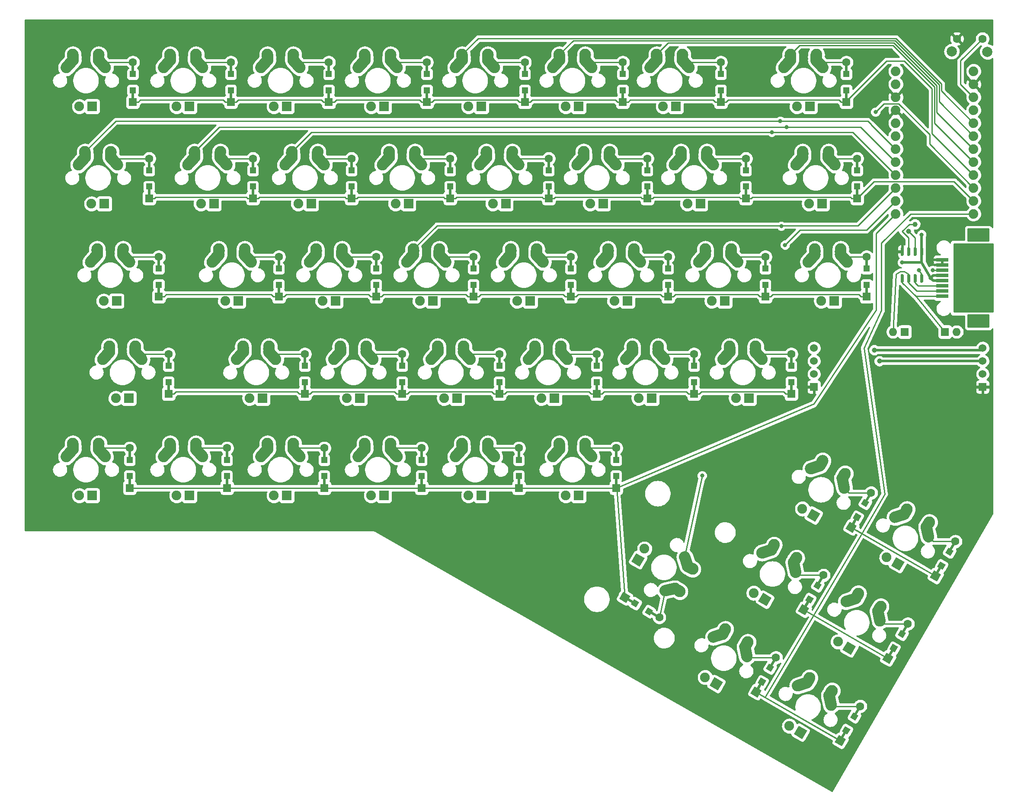
<source format=gbr>
G04 #@! TF.GenerationSoftware,KiCad,Pcbnew,(5.99.0-1941-g4629b701e)*
G04 #@! TF.CreationDate,2020-06-12T19:14:51+08:00*
G04 #@! TF.ProjectId,Keyboar-layout,4b657962-6f61-4722-9d6c-61796f75742e,rev?*
G04 #@! TF.SameCoordinates,Original*
G04 #@! TF.FileFunction,Copper,L1,Top*
G04 #@! TF.FilePolarity,Positive*
%FSLAX46Y46*%
G04 Gerber Fmt 4.6, Leading zero omitted, Abs format (unit mm)*
G04 Created by KiCad (PCBNEW (5.99.0-1941-g4629b701e)) date 2020-06-12 19:14:51*
%MOMM*%
%LPD*%
G01*
G04 APERTURE LIST*
G04 #@! TA.AperFunction,ComponentPad*
%ADD10C,1.524000*%
G04 #@! TD*
G04 #@! TA.AperFunction,ComponentPad*
%ADD11R,1.524000X1.524000*%
G04 #@! TD*
G04 #@! TA.AperFunction,ComponentPad*
%ADD12O,1.600000X1.600000*%
G04 #@! TD*
G04 #@! TA.AperFunction,ComponentPad*
%ADD13R,1.600000X1.600000*%
G04 #@! TD*
G04 #@! TA.AperFunction,ComponentPad*
%ADD14C,1.879600*%
G04 #@! TD*
G04 #@! TA.AperFunction,ComponentPad*
%ADD15C,2.000000*%
G04 #@! TD*
G04 #@! TA.AperFunction,ComponentPad*
%ADD16C,1.600000*%
G04 #@! TD*
G04 #@! TA.AperFunction,SMDPad,CuDef*
%ADD17R,2.400000X0.700000*%
G04 #@! TD*
G04 #@! TA.AperFunction,ComponentPad*
%ADD18C,2.250000*%
G04 #@! TD*
G04 #@! TA.AperFunction,ComponentPad*
%ADD19C,1.905000*%
G04 #@! TD*
G04 #@! TA.AperFunction,ComponentPad*
%ADD20R,1.905000X1.905000*%
G04 #@! TD*
G04 #@! TA.AperFunction,Conductor*
%ADD21R,0.500000X2.500000*%
G04 #@! TD*
G04 #@! TA.AperFunction,SMDPad,CuDef*
%ADD22R,1.200000X1.200000*%
G04 #@! TD*
G04 #@! TA.AperFunction,ViaPad*
%ADD23C,0.800000*%
G04 #@! TD*
G04 #@! TA.AperFunction,ViaPad*
%ADD24C,1.000000*%
G04 #@! TD*
G04 #@! TA.AperFunction,Conductor*
%ADD25C,0.250000*%
G04 #@! TD*
G04 #@! TA.AperFunction,Conductor*
%ADD26C,0.500000*%
G04 #@! TD*
G04 #@! TA.AperFunction,Conductor*
%ADD27C,0.400000*%
G04 #@! TD*
G04 #@! TA.AperFunction,Conductor*
%ADD28C,0.254000*%
G04 #@! TD*
G04 APERTURE END LIST*
D10*
X205105000Y-81915000D03*
X205105000Y-84455000D03*
X205105000Y-86995000D03*
D11*
X205105000Y-89535000D03*
D12*
X200025000Y-78740000D03*
D13*
X189865000Y-78740000D03*
D12*
X187579000Y-78740000D03*
D13*
X197739000Y-78740000D03*
G04 #@! TA.AperFunction,SMDPad,CuDef*
G36*
G01*
X193017000Y-67459000D02*
X193317000Y-67459000D01*
G75*
G02*
X193467000Y-67609000I0J-150000D01*
G01*
X193467000Y-68959000D01*
G75*
G02*
X193317000Y-69109000I-150000J0D01*
G01*
X193017000Y-69109000D01*
G75*
G02*
X192867000Y-68959000I0J150000D01*
G01*
X192867000Y-67609000D01*
G75*
G02*
X193017000Y-67459000I150000J0D01*
G01*
G37*
G04 #@! TD.AperFunction*
G04 #@! TA.AperFunction,SMDPad,CuDef*
G36*
G01*
X191747000Y-67459000D02*
X192047000Y-67459000D01*
G75*
G02*
X192197000Y-67609000I0J-150000D01*
G01*
X192197000Y-68959000D01*
G75*
G02*
X192047000Y-69109000I-150000J0D01*
G01*
X191747000Y-69109000D01*
G75*
G02*
X191597000Y-68959000I0J150000D01*
G01*
X191597000Y-67609000D01*
G75*
G02*
X191747000Y-67459000I150000J0D01*
G01*
G37*
G04 #@! TD.AperFunction*
G04 #@! TA.AperFunction,SMDPad,CuDef*
G36*
G01*
X190477000Y-67459000D02*
X190777000Y-67459000D01*
G75*
G02*
X190927000Y-67609000I0J-150000D01*
G01*
X190927000Y-68959000D01*
G75*
G02*
X190777000Y-69109000I-150000J0D01*
G01*
X190477000Y-69109000D01*
G75*
G02*
X190327000Y-68959000I0J150000D01*
G01*
X190327000Y-67609000D01*
G75*
G02*
X190477000Y-67459000I150000J0D01*
G01*
G37*
G04 #@! TD.AperFunction*
G04 #@! TA.AperFunction,SMDPad,CuDef*
G36*
G01*
X189207000Y-67459000D02*
X189507000Y-67459000D01*
G75*
G02*
X189657000Y-67609000I0J-150000D01*
G01*
X189657000Y-68959000D01*
G75*
G02*
X189507000Y-69109000I-150000J0D01*
G01*
X189207000Y-69109000D01*
G75*
G02*
X189057000Y-68959000I0J150000D01*
G01*
X189057000Y-67609000D01*
G75*
G02*
X189207000Y-67459000I150000J0D01*
G01*
G37*
G04 #@! TD.AperFunction*
G04 #@! TA.AperFunction,SMDPad,CuDef*
G36*
G01*
X189207000Y-62209000D02*
X189507000Y-62209000D01*
G75*
G02*
X189657000Y-62359000I0J-150000D01*
G01*
X189657000Y-63709000D01*
G75*
G02*
X189507000Y-63859000I-150000J0D01*
G01*
X189207000Y-63859000D01*
G75*
G02*
X189057000Y-63709000I0J150000D01*
G01*
X189057000Y-62359000D01*
G75*
G02*
X189207000Y-62209000I150000J0D01*
G01*
G37*
G04 #@! TD.AperFunction*
G04 #@! TA.AperFunction,SMDPad,CuDef*
G36*
G01*
X190477000Y-62209000D02*
X190777000Y-62209000D01*
G75*
G02*
X190927000Y-62359000I0J-150000D01*
G01*
X190927000Y-63709000D01*
G75*
G02*
X190777000Y-63859000I-150000J0D01*
G01*
X190477000Y-63859000D01*
G75*
G02*
X190327000Y-63709000I0J150000D01*
G01*
X190327000Y-62359000D01*
G75*
G02*
X190477000Y-62209000I150000J0D01*
G01*
G37*
G04 #@! TD.AperFunction*
G04 #@! TA.AperFunction,SMDPad,CuDef*
G36*
G01*
X191747000Y-62209000D02*
X192047000Y-62209000D01*
G75*
G02*
X192197000Y-62359000I0J-150000D01*
G01*
X192197000Y-63709000D01*
G75*
G02*
X192047000Y-63859000I-150000J0D01*
G01*
X191747000Y-63859000D01*
G75*
G02*
X191597000Y-63709000I0J150000D01*
G01*
X191597000Y-62359000D01*
G75*
G02*
X191747000Y-62209000I150000J0D01*
G01*
G37*
G04 #@! TD.AperFunction*
G04 #@! TA.AperFunction,SMDPad,CuDef*
G36*
G01*
X193017000Y-62209000D02*
X193317000Y-62209000D01*
G75*
G02*
X193467000Y-62359000I0J-150000D01*
G01*
X193467000Y-63709000D01*
G75*
G02*
X193317000Y-63859000I-150000J0D01*
G01*
X193017000Y-63859000D01*
G75*
G02*
X192867000Y-63709000I0J150000D01*
G01*
X192867000Y-62359000D01*
G75*
G02*
X193017000Y-62209000I150000J0D01*
G01*
G37*
G04 #@! TD.AperFunction*
D14*
X203327000Y-27686000D03*
X203327000Y-30226000D03*
X203327000Y-32766000D03*
X203327000Y-35306000D03*
X203327000Y-37846000D03*
X203327000Y-40386000D03*
X203327000Y-42926000D03*
X203327000Y-45466000D03*
X203327000Y-48006000D03*
X203327000Y-50546000D03*
X203327000Y-53086000D03*
X203327000Y-55626000D03*
X188087000Y-55626000D03*
X188087000Y-53086000D03*
X188087000Y-50546000D03*
X188087000Y-48006000D03*
X188087000Y-45466000D03*
X188087000Y-42926000D03*
X188087000Y-40386000D03*
X188087000Y-37846000D03*
X188087000Y-35306000D03*
X188087000Y-32766000D03*
X188087000Y-30226000D03*
X188087000Y-27686000D03*
D10*
X172085000Y-81915000D03*
X172085000Y-84455000D03*
X172085000Y-86995000D03*
D11*
X172085000Y-89535000D03*
D15*
X206065000Y-23886000D03*
X199065000Y-23836000D03*
D16*
X205065000Y-21336000D03*
X200065000Y-21336000D03*
D17*
X197215000Y-71769000D03*
X197215000Y-70749000D03*
X197215000Y-69729000D03*
X197215000Y-68709000D03*
X197215000Y-67689000D03*
X197215000Y-66669000D03*
X197215000Y-65649000D03*
X197215000Y-64629000D03*
G04 #@! TA.AperFunction,WasherPad*
G36*
G01*
X207132000Y-74994000D02*
X199548000Y-74994000D01*
G75*
G02*
X199390000Y-74836000I0J158000D01*
G01*
X199390000Y-61562000D01*
G75*
G02*
X199548000Y-61404000I158000J0D01*
G01*
X207132000Y-61404000D01*
G75*
G02*
X207290000Y-61562000I0J-158000D01*
G01*
X207290000Y-74836000D01*
G75*
G02*
X207132000Y-74994000I-158000J0D01*
G01*
G37*
G04 #@! TD.AperFunction*
G04 #@! TA.AperFunction,ComponentPad*
G36*
G01*
X206389000Y-61049000D02*
X202191000Y-61049000D01*
G75*
G02*
X202140000Y-60998000I0J51000D01*
G01*
X202140000Y-58550000D01*
G75*
G02*
X202191000Y-58499000I51000J0D01*
G01*
X206389000Y-58499000D01*
G75*
G02*
X206440000Y-58550000I0J-51000D01*
G01*
X206440000Y-60998000D01*
G75*
G02*
X206389000Y-61049000I-51000J0D01*
G01*
G37*
G04 #@! TD.AperFunction*
G04 #@! TA.AperFunction,ComponentPad*
G36*
G01*
X206389000Y-77899000D02*
X202191000Y-77899000D01*
G75*
G02*
X202140000Y-77848000I0J51000D01*
G01*
X202140000Y-75400000D01*
G75*
G02*
X202191000Y-75349000I51000J0D01*
G01*
X206389000Y-75349000D01*
G75*
G02*
X206440000Y-75400000I0J-51000D01*
G01*
X206440000Y-77848000D01*
G75*
G02*
X206389000Y-77899000I-51000J0D01*
G01*
G37*
G04 #@! TD.AperFunction*
G04 #@! TA.AperFunction,ComponentPad*
G36*
G01*
X202191000Y-58499000D02*
X206389000Y-58499000D01*
G75*
G02*
X206440000Y-58550000I0J-51000D01*
G01*
X206440000Y-60998000D01*
G75*
G02*
X206389000Y-61049000I-51000J0D01*
G01*
X202191000Y-61049000D01*
G75*
G02*
X202140000Y-60998000I0J51000D01*
G01*
X202140000Y-58550000D01*
G75*
G02*
X202191000Y-58499000I51000J0D01*
G01*
G37*
G04 #@! TD.AperFunction*
G04 #@! TA.AperFunction,ComponentPad*
G36*
G01*
X202191000Y-75349000D02*
X206389000Y-75349000D01*
G75*
G02*
X206440000Y-75400000I0J-51000D01*
G01*
X206440000Y-77848000D01*
G75*
G02*
X206389000Y-77899000I-51000J0D01*
G01*
X202191000Y-77899000D01*
G75*
G02*
X202140000Y-77848000I0J51000D01*
G01*
X202140000Y-75400000D01*
G75*
G02*
X202191000Y-75349000I51000J0D01*
G01*
G37*
G04 #@! TD.AperFunction*
G04 #@! TA.AperFunction,WasherPad*
G36*
G01*
X199548000Y-61404000D02*
X207132000Y-61404000D01*
G75*
G02*
X207290000Y-61562000I0J-158000D01*
G01*
X207290000Y-74836000D01*
G75*
G02*
X207132000Y-74994000I-158000J0D01*
G01*
X199548000Y-74994000D01*
G75*
G02*
X199390000Y-74836000I0J158000D01*
G01*
X199390000Y-61562000D01*
G75*
G02*
X199548000Y-61404000I158000J0D01*
G01*
G37*
G04 #@! TD.AperFunction*
G04 #@! TA.AperFunction,ComponentPad*
G36*
G01*
X174822774Y-45197259D02*
X174822774Y-45197260D01*
G75*
G02*
X173778990Y-43996524I78476J1122260D01*
G01*
X173819544Y-43416562D01*
G75*
G02*
X175020280Y-42372778I1122260J-78476D01*
G01*
X175020280Y-42372778D01*
G75*
G02*
X176064064Y-43573514I-78476J-1122260D01*
G01*
X176023510Y-44153476D01*
G75*
G02*
X174822774Y-45197260I-1122260J78476D01*
G01*
G37*
G04 #@! TD.AperFunction*
G04 #@! TA.AperFunction,ComponentPad*
G36*
G01*
X169782220Y-42372779D02*
X169782220Y-42372778D01*
G75*
G02*
X170982956Y-43416562I78476J-1122260D01*
G01*
X171023510Y-43996524D01*
G75*
G02*
X169979726Y-45197260I-1122260J-78476D01*
G01*
X169979726Y-45197260D01*
G75*
G02*
X168778990Y-44153476I-78476J1122260D01*
G01*
X168738436Y-43573514D01*
G75*
G02*
X169782220Y-42372778I1122260J78476D01*
G01*
G37*
G04 #@! TD.AperFunction*
D18*
X174941250Y-43495000D03*
X169901250Y-44575000D03*
D19*
X171131250Y-53655000D03*
D18*
X174901250Y-44575000D03*
G04 #@! TA.AperFunction,ComponentPad*
G36*
G01*
X167838478Y-46871038D02*
X167838478Y-46871038D01*
G75*
G02*
X167755212Y-45282228I752772J836038D01*
G01*
X169067750Y-43824508D01*
G75*
G02*
X170656560Y-43741242I836038J-752772D01*
G01*
X170656560Y-43741242D01*
G75*
G02*
X170739826Y-45330052I-752772J-836038D01*
G01*
X169427288Y-46787772D01*
G75*
G02*
X167838478Y-46871038I-836038J752772D01*
G01*
G37*
G04 #@! TD.AperFunction*
X169861250Y-43495000D03*
G04 #@! TA.AperFunction,ComponentPad*
G36*
G01*
X174145940Y-43741242D02*
X174145940Y-43741242D01*
G75*
G02*
X175734750Y-43824508I752772J-836038D01*
G01*
X177047288Y-45282228D01*
G75*
G02*
X176964022Y-46871038I-836038J-752772D01*
G01*
X176964022Y-46871038D01*
G75*
G02*
X175375212Y-46787772I-752772J836038D01*
G01*
X174062674Y-45330052D01*
G75*
G02*
X174145940Y-43741242I836038J752772D01*
G01*
G37*
G04 #@! TD.AperFunction*
D20*
X173671250Y-53655000D03*
D18*
X160653750Y-81595000D03*
D20*
X159383750Y-91755000D03*
D18*
X155573750Y-81595000D03*
X160613750Y-82675000D03*
G04 #@! TA.AperFunction,ComponentPad*
G36*
G01*
X160535274Y-83297259D02*
X160535274Y-83297260D01*
G75*
G02*
X159491490Y-82096524I78476J1122260D01*
G01*
X159532044Y-81516562D01*
G75*
G02*
X160732780Y-80472778I1122260J-78476D01*
G01*
X160732780Y-80472778D01*
G75*
G02*
X161776564Y-81673514I-78476J-1122260D01*
G01*
X161736010Y-82253476D01*
G75*
G02*
X160535274Y-83297260I-1122260J78476D01*
G01*
G37*
G04 #@! TD.AperFunction*
G04 #@! TA.AperFunction,ComponentPad*
G36*
G01*
X155494720Y-80472779D02*
X155494720Y-80472778D01*
G75*
G02*
X156695456Y-81516562I78476J-1122260D01*
G01*
X156736010Y-82096524D01*
G75*
G02*
X155692226Y-83297260I-1122260J-78476D01*
G01*
X155692226Y-83297260D01*
G75*
G02*
X154491490Y-82253476I-78476J1122260D01*
G01*
X154450936Y-81673514D01*
G75*
G02*
X155494720Y-80472778I1122260J78476D01*
G01*
G37*
G04 #@! TD.AperFunction*
D19*
X156843750Y-91755000D03*
G04 #@! TA.AperFunction,ComponentPad*
G36*
G01*
X153550978Y-84971038D02*
X153550978Y-84971038D01*
G75*
G02*
X153467712Y-83382228I752772J836038D01*
G01*
X154780250Y-81924508D01*
G75*
G02*
X156369060Y-81841242I836038J-752772D01*
G01*
X156369060Y-81841242D01*
G75*
G02*
X156452326Y-83430052I-752772J-836038D01*
G01*
X155139788Y-84887772D01*
G75*
G02*
X153550978Y-84971038I-836038J752772D01*
G01*
G37*
G04 #@! TD.AperFunction*
G04 #@! TA.AperFunction,ComponentPad*
G36*
G01*
X159858440Y-81841242D02*
X159858440Y-81841242D01*
G75*
G02*
X161447250Y-81924508I752772J-836038D01*
G01*
X162759788Y-83382228D01*
G75*
G02*
X162676522Y-84971038I-836038J-752772D01*
G01*
X162676522Y-84971038D01*
G75*
G02*
X161087712Y-84887772I-752772J836038D01*
G01*
X159775174Y-83430052D01*
G75*
G02*
X159858440Y-81841242I836038J752772D01*
G01*
G37*
G04 #@! TD.AperFunction*
D18*
X155613750Y-82675000D03*
X185172276Y-132536737D03*
G04 #@! TA.AperFunction,ComponentPad*
G36*
X177691284Y-141049194D02*
G01*
X178643784Y-139399416D01*
X180293562Y-140351916D01*
X179341062Y-142001694D01*
X177691284Y-141049194D01*
G37*
G04 #@! TD.AperFunction*
X180772866Y-129996737D03*
X184597635Y-133452044D03*
G04 #@! TA.AperFunction,ComponentPad*
G36*
G01*
X184218543Y-133951699D02*
X184218543Y-133951699D01*
G75*
G02*
X183914968Y-132389940I629092J932667D01*
G01*
X184240070Y-131907956D01*
G75*
G02*
X185801829Y-131604381I932667J-629092D01*
G01*
X185801829Y-131604381D01*
G75*
G02*
X186105404Y-133166140I-629092J-932667D01*
G01*
X185780302Y-133648124D01*
G75*
G02*
X184218543Y-133951699I-932667J629092D01*
G01*
G37*
G04 #@! TD.AperFunction*
G04 #@! TA.AperFunction,ComponentPad*
G36*
G01*
X181265534Y-128985349D02*
X181265535Y-128985349D01*
G75*
G02*
X181783510Y-130489660I-493168J-1011143D01*
G01*
X181528650Y-131012200D01*
G75*
G02*
X180024339Y-131530175I-1011143J493168D01*
G01*
X180024339Y-131530175D01*
G75*
G02*
X179506364Y-130025864I493168J1011143D01*
G01*
X179761224Y-129503324D01*
G75*
G02*
X181265535Y-128985349I1011143J-493168D01*
G01*
G37*
G04 #@! TD.AperFunction*
D19*
X176792719Y-139430555D03*
G04 #@! TA.AperFunction,ComponentPad*
G36*
G01*
X177333075Y-131909085D02*
X177333075Y-131909085D01*
G75*
G02*
X178055370Y-130491502I1069939J347644D01*
G01*
X179920920Y-129885348D01*
G75*
G02*
X181338503Y-130607643I347644J-1069939D01*
G01*
X181338503Y-130607643D01*
G75*
G02*
X180616208Y-132025226I-1069939J-347644D01*
G01*
X178750658Y-132631380D01*
G75*
G02*
X177333075Y-131909085I-347644J1069939D01*
G01*
G37*
G04 #@! TD.AperFunction*
G04 #@! TA.AperFunction,ComponentPad*
G36*
G01*
X184360397Y-132352333D02*
X184360397Y-132352333D01*
G75*
G02*
X185694714Y-133218848I233901J-1100416D01*
G01*
X186102544Y-135137540D01*
G75*
G02*
X185236029Y-136471857I-1100416J-233901D01*
G01*
X185236029Y-136471857D01*
G75*
G02*
X183901712Y-135605342I-233901J1100416D01*
G01*
X183493882Y-133686650D01*
G75*
G02*
X184360397Y-132352333I1100416J233901D01*
G01*
G37*
G04 #@! TD.AperFunction*
D18*
X180267507Y-130952044D03*
X117787500Y-62545000D03*
D20*
X116517500Y-72705000D03*
D18*
X112707500Y-62545000D03*
X117747500Y-63625000D03*
G04 #@! TA.AperFunction,ComponentPad*
G36*
G01*
X117669024Y-64247259D02*
X117669024Y-64247260D01*
G75*
G02*
X116625240Y-63046524I78476J1122260D01*
G01*
X116665794Y-62466562D01*
G75*
G02*
X117866530Y-61422778I1122260J-78476D01*
G01*
X117866530Y-61422778D01*
G75*
G02*
X118910314Y-62623514I-78476J-1122260D01*
G01*
X118869760Y-63203476D01*
G75*
G02*
X117669024Y-64247260I-1122260J78476D01*
G01*
G37*
G04 #@! TD.AperFunction*
G04 #@! TA.AperFunction,ComponentPad*
G36*
G01*
X112628470Y-61422779D02*
X112628470Y-61422778D01*
G75*
G02*
X113829206Y-62466562I78476J-1122260D01*
G01*
X113869760Y-63046524D01*
G75*
G02*
X112825976Y-64247260I-1122260J-78476D01*
G01*
X112825976Y-64247260D01*
G75*
G02*
X111625240Y-63203476I-78476J1122260D01*
G01*
X111584686Y-62623514D01*
G75*
G02*
X112628470Y-61422778I1122260J78476D01*
G01*
G37*
G04 #@! TD.AperFunction*
D19*
X113977500Y-72705000D03*
G04 #@! TA.AperFunction,ComponentPad*
G36*
G01*
X110684728Y-65921038D02*
X110684728Y-65921038D01*
G75*
G02*
X110601462Y-64332228I752772J836038D01*
G01*
X111914000Y-62874508D01*
G75*
G02*
X113502810Y-62791242I836038J-752772D01*
G01*
X113502810Y-62791242D01*
G75*
G02*
X113586076Y-64380052I-752772J-836038D01*
G01*
X112273538Y-65837772D01*
G75*
G02*
X110684728Y-65921038I-836038J752772D01*
G01*
G37*
G04 #@! TD.AperFunction*
G04 #@! TA.AperFunction,ComponentPad*
G36*
G01*
X116992190Y-62791242D02*
X116992190Y-62791242D01*
G75*
G02*
X118581000Y-62874508I752772J-836038D01*
G01*
X119893538Y-64332228D01*
G75*
G02*
X119810272Y-65921038I-836038J-752772D01*
G01*
X119810272Y-65921038D01*
G75*
G02*
X118221462Y-65837772I-752772J836038D01*
G01*
X116908924Y-64380052D01*
G75*
G02*
X116992190Y-62791242I836038J752772D01*
G01*
G37*
G04 #@! TD.AperFunction*
D18*
X112747500Y-63625000D03*
X136837500Y-62545000D03*
D20*
X135567500Y-72705000D03*
D18*
X131757500Y-62545000D03*
X136797500Y-63625000D03*
G04 #@! TA.AperFunction,ComponentPad*
G36*
G01*
X136719024Y-64247259D02*
X136719024Y-64247260D01*
G75*
G02*
X135675240Y-63046524I78476J1122260D01*
G01*
X135715794Y-62466562D01*
G75*
G02*
X136916530Y-61422778I1122260J-78476D01*
G01*
X136916530Y-61422778D01*
G75*
G02*
X137960314Y-62623514I-78476J-1122260D01*
G01*
X137919760Y-63203476D01*
G75*
G02*
X136719024Y-64247260I-1122260J78476D01*
G01*
G37*
G04 #@! TD.AperFunction*
G04 #@! TA.AperFunction,ComponentPad*
G36*
G01*
X131678470Y-61422779D02*
X131678470Y-61422778D01*
G75*
G02*
X132879206Y-62466562I78476J-1122260D01*
G01*
X132919760Y-63046524D01*
G75*
G02*
X131875976Y-64247260I-1122260J-78476D01*
G01*
X131875976Y-64247260D01*
G75*
G02*
X130675240Y-63203476I-78476J1122260D01*
G01*
X130634686Y-62623514D01*
G75*
G02*
X131678470Y-61422778I1122260J78476D01*
G01*
G37*
G04 #@! TD.AperFunction*
D19*
X133027500Y-72705000D03*
G04 #@! TA.AperFunction,ComponentPad*
G36*
G01*
X129734728Y-65921038D02*
X129734728Y-65921038D01*
G75*
G02*
X129651462Y-64332228I752772J836038D01*
G01*
X130964000Y-62874508D01*
G75*
G02*
X132552810Y-62791242I836038J-752772D01*
G01*
X132552810Y-62791242D01*
G75*
G02*
X132636076Y-64380052I-752772J-836038D01*
G01*
X131323538Y-65837772D01*
G75*
G02*
X129734728Y-65921038I-836038J752772D01*
G01*
G37*
G04 #@! TD.AperFunction*
G04 #@! TA.AperFunction,ComponentPad*
G36*
G01*
X136042190Y-62791242D02*
X136042190Y-62791242D01*
G75*
G02*
X137631000Y-62874508I752772J-836038D01*
G01*
X138943538Y-64332228D01*
G75*
G02*
X138860272Y-65921038I-836038J-752772D01*
G01*
X138860272Y-65921038D01*
G75*
G02*
X137271462Y-65837772I-752772J836038D01*
G01*
X135958924Y-64380052D01*
G75*
G02*
X136042190Y-62791242I836038J752772D01*
G01*
G37*
G04 #@! TD.AperFunction*
D18*
X131797500Y-63625000D03*
X60637500Y-62545000D03*
D20*
X59367500Y-72705000D03*
D18*
X55557500Y-62545000D03*
X60597500Y-63625000D03*
G04 #@! TA.AperFunction,ComponentPad*
G36*
G01*
X60519024Y-64247259D02*
X60519024Y-64247260D01*
G75*
G02*
X59475240Y-63046524I78476J1122260D01*
G01*
X59515794Y-62466562D01*
G75*
G02*
X60716530Y-61422778I1122260J-78476D01*
G01*
X60716530Y-61422778D01*
G75*
G02*
X61760314Y-62623514I-78476J-1122260D01*
G01*
X61719760Y-63203476D01*
G75*
G02*
X60519024Y-64247260I-1122260J78476D01*
G01*
G37*
G04 #@! TD.AperFunction*
G04 #@! TA.AperFunction,ComponentPad*
G36*
G01*
X55478470Y-61422779D02*
X55478470Y-61422778D01*
G75*
G02*
X56679206Y-62466562I78476J-1122260D01*
G01*
X56719760Y-63046524D01*
G75*
G02*
X55675976Y-64247260I-1122260J-78476D01*
G01*
X55675976Y-64247260D01*
G75*
G02*
X54475240Y-63203476I-78476J1122260D01*
G01*
X54434686Y-62623514D01*
G75*
G02*
X55478470Y-61422778I1122260J78476D01*
G01*
G37*
G04 #@! TD.AperFunction*
D19*
X56827500Y-72705000D03*
G04 #@! TA.AperFunction,ComponentPad*
G36*
G01*
X53534728Y-65921038D02*
X53534728Y-65921038D01*
G75*
G02*
X53451462Y-64332228I752772J836038D01*
G01*
X54764000Y-62874508D01*
G75*
G02*
X56352810Y-62791242I836038J-752772D01*
G01*
X56352810Y-62791242D01*
G75*
G02*
X56436076Y-64380052I-752772J-836038D01*
G01*
X55123538Y-65837772D01*
G75*
G02*
X53534728Y-65921038I-836038J752772D01*
G01*
G37*
G04 #@! TD.AperFunction*
G04 #@! TA.AperFunction,ComponentPad*
G36*
G01*
X59842190Y-62791242D02*
X59842190Y-62791242D01*
G75*
G02*
X61431000Y-62874508I752772J-836038D01*
G01*
X62743538Y-64332228D01*
G75*
G02*
X62660272Y-65921038I-836038J-752772D01*
G01*
X62660272Y-65921038D01*
G75*
G02*
X61071462Y-65837772I-752772J836038D01*
G01*
X59758924Y-64380052D01*
G75*
G02*
X59842190Y-62791242I836038J752772D01*
G01*
G37*
G04 #@! TD.AperFunction*
D18*
X55597500Y-63625000D03*
X89215000Y-24445000D03*
D20*
X87945000Y-34605000D03*
D18*
X84135000Y-24445000D03*
X89175000Y-25525000D03*
G04 #@! TA.AperFunction,ComponentPad*
G36*
G01*
X89096524Y-26147259D02*
X89096524Y-26147260D01*
G75*
G02*
X88052740Y-24946524I78476J1122260D01*
G01*
X88093294Y-24366562D01*
G75*
G02*
X89294030Y-23322778I1122260J-78476D01*
G01*
X89294030Y-23322778D01*
G75*
G02*
X90337814Y-24523514I-78476J-1122260D01*
G01*
X90297260Y-25103476D01*
G75*
G02*
X89096524Y-26147260I-1122260J78476D01*
G01*
G37*
G04 #@! TD.AperFunction*
G04 #@! TA.AperFunction,ComponentPad*
G36*
G01*
X84055970Y-23322779D02*
X84055970Y-23322778D01*
G75*
G02*
X85256706Y-24366562I78476J-1122260D01*
G01*
X85297260Y-24946524D01*
G75*
G02*
X84253476Y-26147260I-1122260J-78476D01*
G01*
X84253476Y-26147260D01*
G75*
G02*
X83052740Y-25103476I-78476J1122260D01*
G01*
X83012186Y-24523514D01*
G75*
G02*
X84055970Y-23322778I1122260J78476D01*
G01*
G37*
G04 #@! TD.AperFunction*
D19*
X85405000Y-34605000D03*
G04 #@! TA.AperFunction,ComponentPad*
G36*
G01*
X82112228Y-27821038D02*
X82112228Y-27821038D01*
G75*
G02*
X82028962Y-26232228I752772J836038D01*
G01*
X83341500Y-24774508D01*
G75*
G02*
X84930310Y-24691242I836038J-752772D01*
G01*
X84930310Y-24691242D01*
G75*
G02*
X85013576Y-26280052I-752772J-836038D01*
G01*
X83701038Y-27737772D01*
G75*
G02*
X82112228Y-27821038I-836038J752772D01*
G01*
G37*
G04 #@! TD.AperFunction*
G04 #@! TA.AperFunction,ComponentPad*
G36*
G01*
X88419690Y-24691242D02*
X88419690Y-24691242D01*
G75*
G02*
X90008500Y-24774508I752772J-836038D01*
G01*
X91321038Y-26232228D01*
G75*
G02*
X91237772Y-27821038I-836038J-752772D01*
G01*
X91237772Y-27821038D01*
G75*
G02*
X89648962Y-27737772I-752772J836038D01*
G01*
X88336424Y-26280052D01*
G75*
G02*
X88419690Y-24691242I836038J752772D01*
G01*
G37*
G04 #@! TD.AperFunction*
D18*
X84175000Y-25525000D03*
X51115000Y-100645000D03*
D20*
X49845000Y-110805000D03*
D18*
X46035000Y-100645000D03*
X51075000Y-101725000D03*
G04 #@! TA.AperFunction,ComponentPad*
G36*
G01*
X50996524Y-102347259D02*
X50996524Y-102347260D01*
G75*
G02*
X49952740Y-101146524I78476J1122260D01*
G01*
X49993294Y-100566562D01*
G75*
G02*
X51194030Y-99522778I1122260J-78476D01*
G01*
X51194030Y-99522778D01*
G75*
G02*
X52237814Y-100723514I-78476J-1122260D01*
G01*
X52197260Y-101303476D01*
G75*
G02*
X50996524Y-102347260I-1122260J78476D01*
G01*
G37*
G04 #@! TD.AperFunction*
G04 #@! TA.AperFunction,ComponentPad*
G36*
G01*
X45955970Y-99522779D02*
X45955970Y-99522778D01*
G75*
G02*
X47156706Y-100566562I78476J-1122260D01*
G01*
X47197260Y-101146524D01*
G75*
G02*
X46153476Y-102347260I-1122260J-78476D01*
G01*
X46153476Y-102347260D01*
G75*
G02*
X44952740Y-101303476I-78476J1122260D01*
G01*
X44912186Y-100723514D01*
G75*
G02*
X45955970Y-99522778I1122260J78476D01*
G01*
G37*
G04 #@! TD.AperFunction*
D19*
X47305000Y-110805000D03*
G04 #@! TA.AperFunction,ComponentPad*
G36*
G01*
X44012228Y-104021038D02*
X44012228Y-104021038D01*
G75*
G02*
X43928962Y-102432228I752772J836038D01*
G01*
X45241500Y-100974508D01*
G75*
G02*
X46830310Y-100891242I836038J-752772D01*
G01*
X46830310Y-100891242D01*
G75*
G02*
X46913576Y-102480052I-752772J-836038D01*
G01*
X45601038Y-103937772D01*
G75*
G02*
X44012228Y-104021038I-836038J752772D01*
G01*
G37*
G04 #@! TD.AperFunction*
G04 #@! TA.AperFunction,ComponentPad*
G36*
G01*
X50319690Y-100891242D02*
X50319690Y-100891242D01*
G75*
G02*
X51908500Y-100974508I752772J-836038D01*
G01*
X53221038Y-102432228D01*
G75*
G02*
X53137772Y-104021038I-836038J-752772D01*
G01*
X53137772Y-104021038D01*
G75*
G02*
X51548962Y-103937772I-752772J836038D01*
G01*
X50236424Y-102480052D01*
G75*
G02*
X50319690Y-100891242I836038J752772D01*
G01*
G37*
G04 #@! TD.AperFunction*
D18*
X46075000Y-101725000D03*
X70165000Y-24445000D03*
D20*
X68895000Y-34605000D03*
D18*
X65085000Y-24445000D03*
X70125000Y-25525000D03*
G04 #@! TA.AperFunction,ComponentPad*
G36*
G01*
X70046524Y-26147259D02*
X70046524Y-26147260D01*
G75*
G02*
X69002740Y-24946524I78476J1122260D01*
G01*
X69043294Y-24366562D01*
G75*
G02*
X70244030Y-23322778I1122260J-78476D01*
G01*
X70244030Y-23322778D01*
G75*
G02*
X71287814Y-24523514I-78476J-1122260D01*
G01*
X71247260Y-25103476D01*
G75*
G02*
X70046524Y-26147260I-1122260J78476D01*
G01*
G37*
G04 #@! TD.AperFunction*
G04 #@! TA.AperFunction,ComponentPad*
G36*
G01*
X65005970Y-23322779D02*
X65005970Y-23322778D01*
G75*
G02*
X66206706Y-24366562I78476J-1122260D01*
G01*
X66247260Y-24946524D01*
G75*
G02*
X65203476Y-26147260I-1122260J-78476D01*
G01*
X65203476Y-26147260D01*
G75*
G02*
X64002740Y-25103476I-78476J1122260D01*
G01*
X63962186Y-24523514D01*
G75*
G02*
X65005970Y-23322778I1122260J78476D01*
G01*
G37*
G04 #@! TD.AperFunction*
D19*
X66355000Y-34605000D03*
G04 #@! TA.AperFunction,ComponentPad*
G36*
G01*
X63062228Y-27821038D02*
X63062228Y-27821038D01*
G75*
G02*
X62978962Y-26232228I752772J836038D01*
G01*
X64291500Y-24774508D01*
G75*
G02*
X65880310Y-24691242I836038J-752772D01*
G01*
X65880310Y-24691242D01*
G75*
G02*
X65963576Y-26280052I-752772J-836038D01*
G01*
X64651038Y-27737772D01*
G75*
G02*
X63062228Y-27821038I-836038J752772D01*
G01*
G37*
G04 #@! TD.AperFunction*
G04 #@! TA.AperFunction,ComponentPad*
G36*
G01*
X69369690Y-24691242D02*
X69369690Y-24691242D01*
G75*
G02*
X70958500Y-24774508I752772J-836038D01*
G01*
X72271038Y-26232228D01*
G75*
G02*
X72187772Y-27821038I-836038J-752772D01*
G01*
X72187772Y-27821038D01*
G75*
G02*
X70598962Y-27737772I-752772J836038D01*
G01*
X69286424Y-26280052D01*
G75*
G02*
X69369690Y-24691242I836038J752772D01*
G01*
G37*
G04 #@! TD.AperFunction*
D18*
X65125000Y-25525000D03*
X151126250Y-43495000D03*
D20*
X149856250Y-53655000D03*
D18*
X146046250Y-43495000D03*
X151086250Y-44575000D03*
G04 #@! TA.AperFunction,ComponentPad*
G36*
G01*
X151007774Y-45197259D02*
X151007774Y-45197260D01*
G75*
G02*
X149963990Y-43996524I78476J1122260D01*
G01*
X150004544Y-43416562D01*
G75*
G02*
X151205280Y-42372778I1122260J-78476D01*
G01*
X151205280Y-42372778D01*
G75*
G02*
X152249064Y-43573514I-78476J-1122260D01*
G01*
X152208510Y-44153476D01*
G75*
G02*
X151007774Y-45197260I-1122260J78476D01*
G01*
G37*
G04 #@! TD.AperFunction*
G04 #@! TA.AperFunction,ComponentPad*
G36*
G01*
X145967220Y-42372779D02*
X145967220Y-42372778D01*
G75*
G02*
X147167956Y-43416562I78476J-1122260D01*
G01*
X147208510Y-43996524D01*
G75*
G02*
X146164726Y-45197260I-1122260J-78476D01*
G01*
X146164726Y-45197260D01*
G75*
G02*
X144963990Y-44153476I-78476J1122260D01*
G01*
X144923436Y-43573514D01*
G75*
G02*
X145967220Y-42372778I1122260J78476D01*
G01*
G37*
G04 #@! TD.AperFunction*
D19*
X147316250Y-53655000D03*
G04 #@! TA.AperFunction,ComponentPad*
G36*
G01*
X144023478Y-46871038D02*
X144023478Y-46871038D01*
G75*
G02*
X143940212Y-45282228I752772J836038D01*
G01*
X145252750Y-43824508D01*
G75*
G02*
X146841560Y-43741242I836038J-752772D01*
G01*
X146841560Y-43741242D01*
G75*
G02*
X146924826Y-45330052I-752772J-836038D01*
G01*
X145612288Y-46787772D01*
G75*
G02*
X144023478Y-46871038I-836038J752772D01*
G01*
G37*
G04 #@! TD.AperFunction*
G04 #@! TA.AperFunction,ComponentPad*
G36*
G01*
X150330940Y-43741242D02*
X150330940Y-43741242D01*
G75*
G02*
X151919750Y-43824508I752772J-836038D01*
G01*
X153232288Y-45282228D01*
G75*
G02*
X153149022Y-46871038I-836038J-752772D01*
G01*
X153149022Y-46871038D01*
G75*
G02*
X151560212Y-46787772I-752772J836038D01*
G01*
X150247674Y-45330052D01*
G75*
G02*
X150330940Y-43741242I836038J752772D01*
G01*
G37*
G04 #@! TD.AperFunction*
D18*
X146086250Y-44575000D03*
X70165000Y-100645000D03*
D20*
X68895000Y-110805000D03*
D18*
X65085000Y-100645000D03*
X70125000Y-101725000D03*
G04 #@! TA.AperFunction,ComponentPad*
G36*
G01*
X70046524Y-102347259D02*
X70046524Y-102347260D01*
G75*
G02*
X69002740Y-101146524I78476J1122260D01*
G01*
X69043294Y-100566562D01*
G75*
G02*
X70244030Y-99522778I1122260J-78476D01*
G01*
X70244030Y-99522778D01*
G75*
G02*
X71287814Y-100723514I-78476J-1122260D01*
G01*
X71247260Y-101303476D01*
G75*
G02*
X70046524Y-102347260I-1122260J78476D01*
G01*
G37*
G04 #@! TD.AperFunction*
G04 #@! TA.AperFunction,ComponentPad*
G36*
G01*
X65005970Y-99522779D02*
X65005970Y-99522778D01*
G75*
G02*
X66206706Y-100566562I78476J-1122260D01*
G01*
X66247260Y-101146524D01*
G75*
G02*
X65203476Y-102347260I-1122260J-78476D01*
G01*
X65203476Y-102347260D01*
G75*
G02*
X64002740Y-101303476I-78476J1122260D01*
G01*
X63962186Y-100723514D01*
G75*
G02*
X65005970Y-99522778I1122260J78476D01*
G01*
G37*
G04 #@! TD.AperFunction*
D19*
X66355000Y-110805000D03*
G04 #@! TA.AperFunction,ComponentPad*
G36*
G01*
X63062228Y-104021038D02*
X63062228Y-104021038D01*
G75*
G02*
X62978962Y-102432228I752772J836038D01*
G01*
X64291500Y-100974508D01*
G75*
G02*
X65880310Y-100891242I836038J-752772D01*
G01*
X65880310Y-100891242D01*
G75*
G02*
X65963576Y-102480052I-752772J-836038D01*
G01*
X64651038Y-103937772D01*
G75*
G02*
X63062228Y-104021038I-836038J752772D01*
G01*
G37*
G04 #@! TD.AperFunction*
G04 #@! TA.AperFunction,ComponentPad*
G36*
G01*
X69369690Y-100891242D02*
X69369690Y-100891242D01*
G75*
G02*
X70958500Y-100974508I752772J-836038D01*
G01*
X72271038Y-102432228D01*
G75*
G02*
X72187772Y-104021038I-836038J-752772D01*
G01*
X72187772Y-104021038D01*
G75*
G02*
X70598962Y-103937772I-752772J836038D01*
G01*
X69286424Y-102480052D01*
G75*
G02*
X69369690Y-100891242I836038J752772D01*
G01*
G37*
G04 #@! TD.AperFunction*
D18*
X65125000Y-101725000D03*
X108265000Y-24445000D03*
D20*
X106995000Y-34605000D03*
D18*
X103185000Y-24445000D03*
X108225000Y-25525000D03*
G04 #@! TA.AperFunction,ComponentPad*
G36*
G01*
X108146524Y-26147259D02*
X108146524Y-26147260D01*
G75*
G02*
X107102740Y-24946524I78476J1122260D01*
G01*
X107143294Y-24366562D01*
G75*
G02*
X108344030Y-23322778I1122260J-78476D01*
G01*
X108344030Y-23322778D01*
G75*
G02*
X109387814Y-24523514I-78476J-1122260D01*
G01*
X109347260Y-25103476D01*
G75*
G02*
X108146524Y-26147260I-1122260J78476D01*
G01*
G37*
G04 #@! TD.AperFunction*
G04 #@! TA.AperFunction,ComponentPad*
G36*
G01*
X103105970Y-23322779D02*
X103105970Y-23322778D01*
G75*
G02*
X104306706Y-24366562I78476J-1122260D01*
G01*
X104347260Y-24946524D01*
G75*
G02*
X103303476Y-26147260I-1122260J-78476D01*
G01*
X103303476Y-26147260D01*
G75*
G02*
X102102740Y-25103476I-78476J1122260D01*
G01*
X102062186Y-24523514D01*
G75*
G02*
X103105970Y-23322778I1122260J78476D01*
G01*
G37*
G04 #@! TD.AperFunction*
D19*
X104455000Y-34605000D03*
G04 #@! TA.AperFunction,ComponentPad*
G36*
G01*
X101162228Y-27821038D02*
X101162228Y-27821038D01*
G75*
G02*
X101078962Y-26232228I752772J836038D01*
G01*
X102391500Y-24774508D01*
G75*
G02*
X103980310Y-24691242I836038J-752772D01*
G01*
X103980310Y-24691242D01*
G75*
G02*
X104063576Y-26280052I-752772J-836038D01*
G01*
X102751038Y-27737772D01*
G75*
G02*
X101162228Y-27821038I-836038J752772D01*
G01*
G37*
G04 #@! TD.AperFunction*
G04 #@! TA.AperFunction,ComponentPad*
G36*
G01*
X107469690Y-24691242D02*
X107469690Y-24691242D01*
G75*
G02*
X109058500Y-24774508I752772J-836038D01*
G01*
X110371038Y-26232228D01*
G75*
G02*
X110287772Y-27821038I-836038J-752772D01*
G01*
X110287772Y-27821038D01*
G75*
G02*
X108698962Y-27737772I-752772J836038D01*
G01*
X107386424Y-26280052D01*
G75*
G02*
X107469690Y-24691242I836038J752772D01*
G01*
G37*
G04 #@! TD.AperFunction*
D18*
X103225000Y-25525000D03*
X32065000Y-24445000D03*
D20*
X30795000Y-34605000D03*
D18*
X26985000Y-24445000D03*
X32025000Y-25525000D03*
G04 #@! TA.AperFunction,ComponentPad*
G36*
G01*
X31946524Y-26147259D02*
X31946524Y-26147260D01*
G75*
G02*
X30902740Y-24946524I78476J1122260D01*
G01*
X30943294Y-24366562D01*
G75*
G02*
X32144030Y-23322778I1122260J-78476D01*
G01*
X32144030Y-23322778D01*
G75*
G02*
X33187814Y-24523514I-78476J-1122260D01*
G01*
X33147260Y-25103476D01*
G75*
G02*
X31946524Y-26147260I-1122260J78476D01*
G01*
G37*
G04 #@! TD.AperFunction*
G04 #@! TA.AperFunction,ComponentPad*
G36*
G01*
X26905970Y-23322779D02*
X26905970Y-23322778D01*
G75*
G02*
X28106706Y-24366562I78476J-1122260D01*
G01*
X28147260Y-24946524D01*
G75*
G02*
X27103476Y-26147260I-1122260J-78476D01*
G01*
X27103476Y-26147260D01*
G75*
G02*
X25902740Y-25103476I-78476J1122260D01*
G01*
X25862186Y-24523514D01*
G75*
G02*
X26905970Y-23322778I1122260J78476D01*
G01*
G37*
G04 #@! TD.AperFunction*
D19*
X28255000Y-34605000D03*
G04 #@! TA.AperFunction,ComponentPad*
G36*
G01*
X24962228Y-27821038D02*
X24962228Y-27821038D01*
G75*
G02*
X24878962Y-26232228I752772J836038D01*
G01*
X26191500Y-24774508D01*
G75*
G02*
X27780310Y-24691242I836038J-752772D01*
G01*
X27780310Y-24691242D01*
G75*
G02*
X27863576Y-26280052I-752772J-836038D01*
G01*
X26551038Y-27737772D01*
G75*
G02*
X24962228Y-27821038I-836038J752772D01*
G01*
G37*
G04 #@! TD.AperFunction*
G04 #@! TA.AperFunction,ComponentPad*
G36*
G01*
X31269690Y-24691242D02*
X31269690Y-24691242D01*
G75*
G02*
X32858500Y-24774508I752772J-836038D01*
G01*
X34171038Y-26232228D01*
G75*
G02*
X34087772Y-27821038I-836038J-752772D01*
G01*
X34087772Y-27821038D01*
G75*
G02*
X32498962Y-27737772I-752772J836038D01*
G01*
X31186424Y-26280052D01*
G75*
G02*
X31269690Y-24691242I836038J752772D01*
G01*
G37*
G04 #@! TD.AperFunction*
D18*
X27025000Y-25525000D03*
X159149492Y-139509521D03*
G04 #@! TA.AperFunction,ComponentPad*
G36*
X151668500Y-148021978D02*
G01*
X152621000Y-146372200D01*
X154270778Y-147324700D01*
X153318278Y-148974478D01*
X151668500Y-148021978D01*
G37*
G04 #@! TD.AperFunction*
X154750082Y-136969521D03*
X158574851Y-140424828D03*
G04 #@! TA.AperFunction,ComponentPad*
G36*
G01*
X158195759Y-140924483D02*
X158195759Y-140924483D01*
G75*
G02*
X157892184Y-139362724I629092J932667D01*
G01*
X158217286Y-138880740D01*
G75*
G02*
X159779045Y-138577165I932667J-629092D01*
G01*
X159779045Y-138577165D01*
G75*
G02*
X160082620Y-140138924I-629092J-932667D01*
G01*
X159757518Y-140620908D01*
G75*
G02*
X158195759Y-140924483I-932667J629092D01*
G01*
G37*
G04 #@! TD.AperFunction*
G04 #@! TA.AperFunction,ComponentPad*
G36*
G01*
X155242750Y-135958133D02*
X155242751Y-135958133D01*
G75*
G02*
X155760726Y-137462444I-493168J-1011143D01*
G01*
X155505866Y-137984984D01*
G75*
G02*
X154001555Y-138502959I-1011143J493168D01*
G01*
X154001555Y-138502959D01*
G75*
G02*
X153483580Y-136998648I493168J1011143D01*
G01*
X153738440Y-136476108D01*
G75*
G02*
X155242751Y-135958133I1011143J-493168D01*
G01*
G37*
G04 #@! TD.AperFunction*
D19*
X150769935Y-146403339D03*
G04 #@! TA.AperFunction,ComponentPad*
G36*
G01*
X151310291Y-138881869D02*
X151310291Y-138881869D01*
G75*
G02*
X152032586Y-137464286I1069939J347644D01*
G01*
X153898136Y-136858132D01*
G75*
G02*
X155315719Y-137580427I347644J-1069939D01*
G01*
X155315719Y-137580427D01*
G75*
G02*
X154593424Y-138998010I-1069939J-347644D01*
G01*
X152727874Y-139604164D01*
G75*
G02*
X151310291Y-138881869I-347644J1069939D01*
G01*
G37*
G04 #@! TD.AperFunction*
G04 #@! TA.AperFunction,ComponentPad*
G36*
G01*
X158337613Y-139325117D02*
X158337613Y-139325117D01*
G75*
G02*
X159671930Y-140191632I233901J-1100416D01*
G01*
X160079760Y-142110324D01*
G75*
G02*
X159213245Y-143444641I-1100416J-233901D01*
G01*
X159213245Y-143444641D01*
G75*
G02*
X157878928Y-142578126I-233901J1100416D01*
G01*
X157471098Y-140659434D01*
G75*
G02*
X158337613Y-139325117I1100416J233901D01*
G01*
G37*
G04 #@! TD.AperFunction*
D18*
X154244723Y-137924828D03*
X155892500Y-62545000D03*
D20*
X154622500Y-72705000D03*
D18*
X150812500Y-62545000D03*
X155852500Y-63625000D03*
G04 #@! TA.AperFunction,ComponentPad*
G36*
G01*
X155774024Y-64247259D02*
X155774024Y-64247260D01*
G75*
G02*
X154730240Y-63046524I78476J1122260D01*
G01*
X154770794Y-62466562D01*
G75*
G02*
X155971530Y-61422778I1122260J-78476D01*
G01*
X155971530Y-61422778D01*
G75*
G02*
X157015314Y-62623514I-78476J-1122260D01*
G01*
X156974760Y-63203476D01*
G75*
G02*
X155774024Y-64247260I-1122260J78476D01*
G01*
G37*
G04 #@! TD.AperFunction*
G04 #@! TA.AperFunction,ComponentPad*
G36*
G01*
X150733470Y-61422779D02*
X150733470Y-61422778D01*
G75*
G02*
X151934206Y-62466562I78476J-1122260D01*
G01*
X151974760Y-63046524D01*
G75*
G02*
X150930976Y-64247260I-1122260J-78476D01*
G01*
X150930976Y-64247260D01*
G75*
G02*
X149730240Y-63203476I-78476J1122260D01*
G01*
X149689686Y-62623514D01*
G75*
G02*
X150733470Y-61422778I1122260J78476D01*
G01*
G37*
G04 #@! TD.AperFunction*
D19*
X152082500Y-72705000D03*
G04 #@! TA.AperFunction,ComponentPad*
G36*
G01*
X148789728Y-65921038D02*
X148789728Y-65921038D01*
G75*
G02*
X148706462Y-64332228I752772J836038D01*
G01*
X150019000Y-62874508D01*
G75*
G02*
X151607810Y-62791242I836038J-752772D01*
G01*
X151607810Y-62791242D01*
G75*
G02*
X151691076Y-64380052I-752772J-836038D01*
G01*
X150378538Y-65837772D01*
G75*
G02*
X148789728Y-65921038I-836038J752772D01*
G01*
G37*
G04 #@! TD.AperFunction*
G04 #@! TA.AperFunction,ComponentPad*
G36*
G01*
X155097190Y-62791242D02*
X155097190Y-62791242D01*
G75*
G02*
X156686000Y-62874508I752772J-836038D01*
G01*
X157998538Y-64332228D01*
G75*
G02*
X157915272Y-65921038I-836038J-752772D01*
G01*
X157915272Y-65921038D01*
G75*
G02*
X156326462Y-65837772I-752772J836038D01*
G01*
X155013924Y-64380052D01*
G75*
G02*
X155097190Y-62791242I836038J752772D01*
G01*
G37*
G04 #@! TD.AperFunction*
D18*
X150852500Y-63625000D03*
X32065000Y-100645000D03*
D20*
X30795000Y-110805000D03*
D18*
X26985000Y-100645000D03*
X32025000Y-101725000D03*
G04 #@! TA.AperFunction,ComponentPad*
G36*
G01*
X31946524Y-102347259D02*
X31946524Y-102347260D01*
G75*
G02*
X30902740Y-101146524I78476J1122260D01*
G01*
X30943294Y-100566562D01*
G75*
G02*
X32144030Y-99522778I1122260J-78476D01*
G01*
X32144030Y-99522778D01*
G75*
G02*
X33187814Y-100723514I-78476J-1122260D01*
G01*
X33147260Y-101303476D01*
G75*
G02*
X31946524Y-102347260I-1122260J78476D01*
G01*
G37*
G04 #@! TD.AperFunction*
G04 #@! TA.AperFunction,ComponentPad*
G36*
G01*
X26905970Y-99522779D02*
X26905970Y-99522778D01*
G75*
G02*
X28106706Y-100566562I78476J-1122260D01*
G01*
X28147260Y-101146524D01*
G75*
G02*
X27103476Y-102347260I-1122260J-78476D01*
G01*
X27103476Y-102347260D01*
G75*
G02*
X25902740Y-101303476I-78476J1122260D01*
G01*
X25862186Y-100723514D01*
G75*
G02*
X26905970Y-99522778I1122260J78476D01*
G01*
G37*
G04 #@! TD.AperFunction*
D19*
X28255000Y-110805000D03*
G04 #@! TA.AperFunction,ComponentPad*
G36*
G01*
X24962228Y-104021038D02*
X24962228Y-104021038D01*
G75*
G02*
X24878962Y-102432228I752772J836038D01*
G01*
X26191500Y-100974508D01*
G75*
G02*
X27780310Y-100891242I836038J-752772D01*
G01*
X27780310Y-100891242D01*
G75*
G02*
X27863576Y-102480052I-752772J-836038D01*
G01*
X26551038Y-103937772D01*
G75*
G02*
X24962228Y-104021038I-836038J752772D01*
G01*
G37*
G04 #@! TD.AperFunction*
G04 #@! TA.AperFunction,ComponentPad*
G36*
G01*
X31269690Y-100891242D02*
X31269690Y-100891242D01*
G75*
G02*
X32858500Y-100974508I752772J-836038D01*
G01*
X34171038Y-102432228D01*
G75*
G02*
X34087772Y-104021038I-836038J-752772D01*
G01*
X34087772Y-104021038D01*
G75*
G02*
X32498962Y-103937772I-752772J836038D01*
G01*
X31186424Y-102480052D01*
G75*
G02*
X31269690Y-100891242I836038J752772D01*
G01*
G37*
G04 #@! TD.AperFunction*
D18*
X27025000Y-101725000D03*
X178199492Y-106513953D03*
G04 #@! TA.AperFunction,ComponentPad*
G36*
X170718500Y-115026410D02*
G01*
X171671000Y-113376632D01*
X173320778Y-114329132D01*
X172368278Y-115978910D01*
X170718500Y-115026410D01*
G37*
G04 #@! TD.AperFunction*
X173800082Y-103973953D03*
X177624851Y-107429260D03*
G04 #@! TA.AperFunction,ComponentPad*
G36*
G01*
X177245759Y-107928915D02*
X177245759Y-107928915D01*
G75*
G02*
X176942184Y-106367156I629092J932667D01*
G01*
X177267286Y-105885172D01*
G75*
G02*
X178829045Y-105581597I932667J-629092D01*
G01*
X178829045Y-105581597D01*
G75*
G02*
X179132620Y-107143356I-629092J-932667D01*
G01*
X178807518Y-107625340D01*
G75*
G02*
X177245759Y-107928915I-932667J629092D01*
G01*
G37*
G04 #@! TD.AperFunction*
G04 #@! TA.AperFunction,ComponentPad*
G36*
G01*
X174292750Y-102962565D02*
X174292751Y-102962565D01*
G75*
G02*
X174810726Y-104466876I-493168J-1011143D01*
G01*
X174555866Y-104989416D01*
G75*
G02*
X173051555Y-105507391I-1011143J493168D01*
G01*
X173051555Y-105507391D01*
G75*
G02*
X172533580Y-104003080I493168J1011143D01*
G01*
X172788440Y-103480540D01*
G75*
G02*
X174292751Y-102962565I1011143J-493168D01*
G01*
G37*
G04 #@! TD.AperFunction*
D19*
X169819935Y-113407771D03*
G04 #@! TA.AperFunction,ComponentPad*
G36*
G01*
X170360291Y-105886301D02*
X170360291Y-105886301D01*
G75*
G02*
X171082586Y-104468718I1069939J347644D01*
G01*
X172948136Y-103862564D01*
G75*
G02*
X174365719Y-104584859I347644J-1069939D01*
G01*
X174365719Y-104584859D01*
G75*
G02*
X173643424Y-106002442I-1069939J-347644D01*
G01*
X171777874Y-106608596D01*
G75*
G02*
X170360291Y-105886301I-347644J1069939D01*
G01*
G37*
G04 #@! TD.AperFunction*
G04 #@! TA.AperFunction,ComponentPad*
G36*
G01*
X177387613Y-106329549D02*
X177387613Y-106329549D01*
G75*
G02*
X178721930Y-107196064I233901J-1100416D01*
G01*
X179129760Y-109114756D01*
G75*
G02*
X178263245Y-110449073I-1100416J-233901D01*
G01*
X178263245Y-110449073D01*
G75*
G02*
X176928928Y-109582558I-233901J1100416D01*
G01*
X176521098Y-107663866D01*
G75*
G02*
X177387613Y-106329549I1100416J233901D01*
G01*
G37*
G04 #@! TD.AperFunction*
D18*
X173294723Y-104929260D03*
X194697276Y-116038953D03*
G04 #@! TA.AperFunction,ComponentPad*
G36*
X187216284Y-124551410D02*
G01*
X188168784Y-122901632D01*
X189818562Y-123854132D01*
X188866062Y-125503910D01*
X187216284Y-124551410D01*
G37*
G04 #@! TD.AperFunction*
X190297866Y-113498953D03*
X194122635Y-116954260D03*
G04 #@! TA.AperFunction,ComponentPad*
G36*
G01*
X193743543Y-117453915D02*
X193743543Y-117453915D01*
G75*
G02*
X193439968Y-115892156I629092J932667D01*
G01*
X193765070Y-115410172D01*
G75*
G02*
X195326829Y-115106597I932667J-629092D01*
G01*
X195326829Y-115106597D01*
G75*
G02*
X195630404Y-116668356I-629092J-932667D01*
G01*
X195305302Y-117150340D01*
G75*
G02*
X193743543Y-117453915I-932667J629092D01*
G01*
G37*
G04 #@! TD.AperFunction*
G04 #@! TA.AperFunction,ComponentPad*
G36*
G01*
X190790534Y-112487565D02*
X190790535Y-112487565D01*
G75*
G02*
X191308510Y-113991876I-493168J-1011143D01*
G01*
X191053650Y-114514416D01*
G75*
G02*
X189549339Y-115032391I-1011143J493168D01*
G01*
X189549339Y-115032391D01*
G75*
G02*
X189031364Y-113528080I493168J1011143D01*
G01*
X189286224Y-113005540D01*
G75*
G02*
X190790535Y-112487565I1011143J-493168D01*
G01*
G37*
G04 #@! TD.AperFunction*
D19*
X186317719Y-122932771D03*
G04 #@! TA.AperFunction,ComponentPad*
G36*
G01*
X186858075Y-115411301D02*
X186858075Y-115411301D01*
G75*
G02*
X187580370Y-113993718I1069939J347644D01*
G01*
X189445920Y-113387564D01*
G75*
G02*
X190863503Y-114109859I347644J-1069939D01*
G01*
X190863503Y-114109859D01*
G75*
G02*
X190141208Y-115527442I-1069939J-347644D01*
G01*
X188275658Y-116133596D01*
G75*
G02*
X186858075Y-115411301I-347644J1069939D01*
G01*
G37*
G04 #@! TD.AperFunction*
G04 #@! TA.AperFunction,ComponentPad*
G36*
G01*
X193885397Y-115854549D02*
X193885397Y-115854549D01*
G75*
G02*
X195219714Y-116721064I233901J-1100416D01*
G01*
X195627544Y-118639756D01*
G75*
G02*
X194761029Y-119974073I-1100416J-233901D01*
G01*
X194761029Y-119974073D01*
G75*
G02*
X193426712Y-119107558I-233901J1100416D01*
G01*
X193018882Y-117188866D01*
G75*
G02*
X193885397Y-115854549I1100416J233901D01*
G01*
G37*
G04 #@! TD.AperFunction*
D18*
X189792507Y-114454260D03*
X51115000Y-24445000D03*
D20*
X49845000Y-34605000D03*
D18*
X46035000Y-24445000D03*
X51075000Y-25525000D03*
G04 #@! TA.AperFunction,ComponentPad*
G36*
G01*
X50996524Y-26147259D02*
X50996524Y-26147260D01*
G75*
G02*
X49952740Y-24946524I78476J1122260D01*
G01*
X49993294Y-24366562D01*
G75*
G02*
X51194030Y-23322778I1122260J-78476D01*
G01*
X51194030Y-23322778D01*
G75*
G02*
X52237814Y-24523514I-78476J-1122260D01*
G01*
X52197260Y-25103476D01*
G75*
G02*
X50996524Y-26147260I-1122260J78476D01*
G01*
G37*
G04 #@! TD.AperFunction*
G04 #@! TA.AperFunction,ComponentPad*
G36*
G01*
X45955970Y-23322779D02*
X45955970Y-23322778D01*
G75*
G02*
X47156706Y-24366562I78476J-1122260D01*
G01*
X47197260Y-24946524D01*
G75*
G02*
X46153476Y-26147260I-1122260J-78476D01*
G01*
X46153476Y-26147260D01*
G75*
G02*
X44952740Y-25103476I-78476J1122260D01*
G01*
X44912186Y-24523514D01*
G75*
G02*
X45955970Y-23322778I1122260J78476D01*
G01*
G37*
G04 #@! TD.AperFunction*
D19*
X47305000Y-34605000D03*
G04 #@! TA.AperFunction,ComponentPad*
G36*
G01*
X44012228Y-27821038D02*
X44012228Y-27821038D01*
G75*
G02*
X43928962Y-26232228I752772J836038D01*
G01*
X45241500Y-24774508D01*
G75*
G02*
X46830310Y-24691242I836038J-752772D01*
G01*
X46830310Y-24691242D01*
G75*
G02*
X46913576Y-26280052I-752772J-836038D01*
G01*
X45601038Y-27737772D01*
G75*
G02*
X44012228Y-27821038I-836038J752772D01*
G01*
G37*
G04 #@! TD.AperFunction*
G04 #@! TA.AperFunction,ComponentPad*
G36*
G01*
X50319690Y-24691242D02*
X50319690Y-24691242D01*
G75*
G02*
X51908500Y-24774508I752772J-836038D01*
G01*
X53221038Y-26232228D01*
G75*
G02*
X53137772Y-27821038I-836038J-752772D01*
G01*
X53137772Y-27821038D01*
G75*
G02*
X51548962Y-27737772I-752772J836038D01*
G01*
X50236424Y-26280052D01*
G75*
G02*
X50319690Y-24691242I836038J752772D01*
G01*
G37*
G04 #@! TD.AperFunction*
D18*
X46075000Y-25525000D03*
X127315000Y-100645000D03*
D20*
X126045000Y-110805000D03*
D18*
X122235000Y-100645000D03*
X127275000Y-101725000D03*
G04 #@! TA.AperFunction,ComponentPad*
G36*
G01*
X127196524Y-102347259D02*
X127196524Y-102347260D01*
G75*
G02*
X126152740Y-101146524I78476J1122260D01*
G01*
X126193294Y-100566562D01*
G75*
G02*
X127394030Y-99522778I1122260J-78476D01*
G01*
X127394030Y-99522778D01*
G75*
G02*
X128437814Y-100723514I-78476J-1122260D01*
G01*
X128397260Y-101303476D01*
G75*
G02*
X127196524Y-102347260I-1122260J78476D01*
G01*
G37*
G04 #@! TD.AperFunction*
G04 #@! TA.AperFunction,ComponentPad*
G36*
G01*
X122155970Y-99522779D02*
X122155970Y-99522778D01*
G75*
G02*
X123356706Y-100566562I78476J-1122260D01*
G01*
X123397260Y-101146524D01*
G75*
G02*
X122353476Y-102347260I-1122260J-78476D01*
G01*
X122353476Y-102347260D01*
G75*
G02*
X121152740Y-101303476I-78476J1122260D01*
G01*
X121112186Y-100723514D01*
G75*
G02*
X122155970Y-99522778I1122260J78476D01*
G01*
G37*
G04 #@! TD.AperFunction*
D19*
X123505000Y-110805000D03*
G04 #@! TA.AperFunction,ComponentPad*
G36*
G01*
X120212228Y-104021038D02*
X120212228Y-104021038D01*
G75*
G02*
X120128962Y-102432228I752772J836038D01*
G01*
X121441500Y-100974508D01*
G75*
G02*
X123030310Y-100891242I836038J-752772D01*
G01*
X123030310Y-100891242D01*
G75*
G02*
X123113576Y-102480052I-752772J-836038D01*
G01*
X121801038Y-103937772D01*
G75*
G02*
X120212228Y-104021038I-836038J752772D01*
G01*
G37*
G04 #@! TD.AperFunction*
G04 #@! TA.AperFunction,ComponentPad*
G36*
G01*
X126519690Y-100891242D02*
X126519690Y-100891242D01*
G75*
G02*
X128108500Y-100974508I752772J-836038D01*
G01*
X129421038Y-102432228D01*
G75*
G02*
X129337772Y-104021038I-836038J-752772D01*
G01*
X129337772Y-104021038D01*
G75*
G02*
X127748962Y-103937772I-752772J836038D01*
G01*
X126436424Y-102480052D01*
G75*
G02*
X126519690Y-100891242I836038J752772D01*
G01*
G37*
G04 #@! TD.AperFunction*
D18*
X122275000Y-101725000D03*
X141603750Y-81595000D03*
D20*
X140333750Y-91755000D03*
D18*
X136523750Y-81595000D03*
X141563750Y-82675000D03*
G04 #@! TA.AperFunction,ComponentPad*
G36*
G01*
X141485274Y-83297259D02*
X141485274Y-83297260D01*
G75*
G02*
X140441490Y-82096524I78476J1122260D01*
G01*
X140482044Y-81516562D01*
G75*
G02*
X141682780Y-80472778I1122260J-78476D01*
G01*
X141682780Y-80472778D01*
G75*
G02*
X142726564Y-81673514I-78476J-1122260D01*
G01*
X142686010Y-82253476D01*
G75*
G02*
X141485274Y-83297260I-1122260J78476D01*
G01*
G37*
G04 #@! TD.AperFunction*
G04 #@! TA.AperFunction,ComponentPad*
G36*
G01*
X136444720Y-80472779D02*
X136444720Y-80472778D01*
G75*
G02*
X137645456Y-81516562I78476J-1122260D01*
G01*
X137686010Y-82096524D01*
G75*
G02*
X136642226Y-83297260I-1122260J-78476D01*
G01*
X136642226Y-83297260D01*
G75*
G02*
X135441490Y-82253476I-78476J1122260D01*
G01*
X135400936Y-81673514D01*
G75*
G02*
X136444720Y-80472778I1122260J78476D01*
G01*
G37*
G04 #@! TD.AperFunction*
D19*
X137793750Y-91755000D03*
G04 #@! TA.AperFunction,ComponentPad*
G36*
G01*
X134500978Y-84971038D02*
X134500978Y-84971038D01*
G75*
G02*
X134417712Y-83382228I752772J836038D01*
G01*
X135730250Y-81924508D01*
G75*
G02*
X137319060Y-81841242I836038J-752772D01*
G01*
X137319060Y-81841242D01*
G75*
G02*
X137402326Y-83430052I-752772J-836038D01*
G01*
X136089788Y-84887772D01*
G75*
G02*
X134500978Y-84971038I-836038J752772D01*
G01*
G37*
G04 #@! TD.AperFunction*
G04 #@! TA.AperFunction,ComponentPad*
G36*
G01*
X140808440Y-81841242D02*
X140808440Y-81841242D01*
G75*
G02*
X142397250Y-81924508I752772J-836038D01*
G01*
X143709788Y-83382228D01*
G75*
G02*
X143626522Y-84971038I-836038J-752772D01*
G01*
X143626522Y-84971038D01*
G75*
G02*
X142037712Y-84887772I-752772J836038D01*
G01*
X140725174Y-83430052D01*
G75*
G02*
X140808440Y-81841242I836038J752772D01*
G01*
G37*
G04 #@! TD.AperFunction*
D18*
X136563750Y-82675000D03*
X103503750Y-81595000D03*
D20*
X102233750Y-91755000D03*
D18*
X98423750Y-81595000D03*
X103463750Y-82675000D03*
G04 #@! TA.AperFunction,ComponentPad*
G36*
G01*
X103385274Y-83297259D02*
X103385274Y-83297260D01*
G75*
G02*
X102341490Y-82096524I78476J1122260D01*
G01*
X102382044Y-81516562D01*
G75*
G02*
X103582780Y-80472778I1122260J-78476D01*
G01*
X103582780Y-80472778D01*
G75*
G02*
X104626564Y-81673514I-78476J-1122260D01*
G01*
X104586010Y-82253476D01*
G75*
G02*
X103385274Y-83297260I-1122260J78476D01*
G01*
G37*
G04 #@! TD.AperFunction*
G04 #@! TA.AperFunction,ComponentPad*
G36*
G01*
X98344720Y-80472779D02*
X98344720Y-80472778D01*
G75*
G02*
X99545456Y-81516562I78476J-1122260D01*
G01*
X99586010Y-82096524D01*
G75*
G02*
X98542226Y-83297260I-1122260J-78476D01*
G01*
X98542226Y-83297260D01*
G75*
G02*
X97341490Y-82253476I-78476J1122260D01*
G01*
X97300936Y-81673514D01*
G75*
G02*
X98344720Y-80472778I1122260J78476D01*
G01*
G37*
G04 #@! TD.AperFunction*
D19*
X99693750Y-91755000D03*
G04 #@! TA.AperFunction,ComponentPad*
G36*
G01*
X96400978Y-84971038D02*
X96400978Y-84971038D01*
G75*
G02*
X96317712Y-83382228I752772J836038D01*
G01*
X97630250Y-81924508D01*
G75*
G02*
X99219060Y-81841242I836038J-752772D01*
G01*
X99219060Y-81841242D01*
G75*
G02*
X99302326Y-83430052I-752772J-836038D01*
G01*
X97989788Y-84887772D01*
G75*
G02*
X96400978Y-84971038I-836038J752772D01*
G01*
G37*
G04 #@! TD.AperFunction*
G04 #@! TA.AperFunction,ComponentPad*
G36*
G01*
X102708440Y-81841242D02*
X102708440Y-81841242D01*
G75*
G02*
X104297250Y-81924508I752772J-836038D01*
G01*
X105609788Y-83382228D01*
G75*
G02*
X105526522Y-84971038I-836038J-752772D01*
G01*
X105526522Y-84971038D01*
G75*
G02*
X103937712Y-84887772I-752772J836038D01*
G01*
X102625174Y-83430052D01*
G75*
G02*
X102708440Y-81841242I836038J752772D01*
G01*
G37*
G04 #@! TD.AperFunction*
D18*
X98463750Y-82675000D03*
X98737500Y-62545000D03*
D20*
X97467500Y-72705000D03*
D18*
X93657500Y-62545000D03*
X98697500Y-63625000D03*
G04 #@! TA.AperFunction,ComponentPad*
G36*
G01*
X98619024Y-64247259D02*
X98619024Y-64247260D01*
G75*
G02*
X97575240Y-63046524I78476J1122260D01*
G01*
X97615794Y-62466562D01*
G75*
G02*
X98816530Y-61422778I1122260J-78476D01*
G01*
X98816530Y-61422778D01*
G75*
G02*
X99860314Y-62623514I-78476J-1122260D01*
G01*
X99819760Y-63203476D01*
G75*
G02*
X98619024Y-64247260I-1122260J78476D01*
G01*
G37*
G04 #@! TD.AperFunction*
G04 #@! TA.AperFunction,ComponentPad*
G36*
G01*
X93578470Y-61422779D02*
X93578470Y-61422778D01*
G75*
G02*
X94779206Y-62466562I78476J-1122260D01*
G01*
X94819760Y-63046524D01*
G75*
G02*
X93775976Y-64247260I-1122260J-78476D01*
G01*
X93775976Y-64247260D01*
G75*
G02*
X92575240Y-63203476I-78476J1122260D01*
G01*
X92534686Y-62623514D01*
G75*
G02*
X93578470Y-61422778I1122260J78476D01*
G01*
G37*
G04 #@! TD.AperFunction*
D19*
X94927500Y-72705000D03*
G04 #@! TA.AperFunction,ComponentPad*
G36*
G01*
X91634728Y-65921038D02*
X91634728Y-65921038D01*
G75*
G02*
X91551462Y-64332228I752772J836038D01*
G01*
X92864000Y-62874508D01*
G75*
G02*
X94452810Y-62791242I836038J-752772D01*
G01*
X94452810Y-62791242D01*
G75*
G02*
X94536076Y-64380052I-752772J-836038D01*
G01*
X93223538Y-65837772D01*
G75*
G02*
X91634728Y-65921038I-836038J752772D01*
G01*
G37*
G04 #@! TD.AperFunction*
G04 #@! TA.AperFunction,ComponentPad*
G36*
G01*
X97942190Y-62791242D02*
X97942190Y-62791242D01*
G75*
G02*
X99531000Y-62874508I752772J-836038D01*
G01*
X100843538Y-64332228D01*
G75*
G02*
X100760272Y-65921038I-836038J-752772D01*
G01*
X100760272Y-65921038D01*
G75*
G02*
X99171462Y-65837772I-752772J836038D01*
G01*
X97858924Y-64380052D01*
G75*
G02*
X97942190Y-62791242I836038J752772D01*
G01*
G37*
G04 #@! TD.AperFunction*
D18*
X93697500Y-63625000D03*
X175647276Y-149034521D03*
G04 #@! TA.AperFunction,ComponentPad*
G36*
X168166284Y-157546978D02*
G01*
X169118784Y-155897200D01*
X170768562Y-156849700D01*
X169816062Y-158499478D01*
X168166284Y-157546978D01*
G37*
G04 #@! TD.AperFunction*
X171247866Y-146494521D03*
X175072635Y-149949828D03*
G04 #@! TA.AperFunction,ComponentPad*
G36*
G01*
X174693543Y-150449483D02*
X174693543Y-150449483D01*
G75*
G02*
X174389968Y-148887724I629092J932667D01*
G01*
X174715070Y-148405740D01*
G75*
G02*
X176276829Y-148102165I932667J-629092D01*
G01*
X176276829Y-148102165D01*
G75*
G02*
X176580404Y-149663924I-629092J-932667D01*
G01*
X176255302Y-150145908D01*
G75*
G02*
X174693543Y-150449483I-932667J629092D01*
G01*
G37*
G04 #@! TD.AperFunction*
G04 #@! TA.AperFunction,ComponentPad*
G36*
G01*
X171740534Y-145483133D02*
X171740535Y-145483133D01*
G75*
G02*
X172258510Y-146987444I-493168J-1011143D01*
G01*
X172003650Y-147509984D01*
G75*
G02*
X170499339Y-148027959I-1011143J493168D01*
G01*
X170499339Y-148027959D01*
G75*
G02*
X169981364Y-146523648I493168J1011143D01*
G01*
X170236224Y-146001108D01*
G75*
G02*
X171740535Y-145483133I1011143J-493168D01*
G01*
G37*
G04 #@! TD.AperFunction*
D19*
X167267719Y-155928339D03*
G04 #@! TA.AperFunction,ComponentPad*
G36*
G01*
X167808075Y-148406869D02*
X167808075Y-148406869D01*
G75*
G02*
X168530370Y-146989286I1069939J347644D01*
G01*
X170395920Y-146383132D01*
G75*
G02*
X171813503Y-147105427I347644J-1069939D01*
G01*
X171813503Y-147105427D01*
G75*
G02*
X171091208Y-148523010I-1069939J-347644D01*
G01*
X169225658Y-149129164D01*
G75*
G02*
X167808075Y-148406869I-347644J1069939D01*
G01*
G37*
G04 #@! TD.AperFunction*
G04 #@! TA.AperFunction,ComponentPad*
G36*
G01*
X174835397Y-148850117D02*
X174835397Y-148850117D01*
G75*
G02*
X176169714Y-149716632I233901J-1100416D01*
G01*
X176577544Y-151635324D01*
G75*
G02*
X175711029Y-152969641I-1100416J-233901D01*
G01*
X175711029Y-152969641D01*
G75*
G02*
X174376712Y-152103126I-233901J1100416D01*
G01*
X173968882Y-150184434D01*
G75*
G02*
X174835397Y-148850117I1100416J233901D01*
G01*
G37*
G04 #@! TD.AperFunction*
D18*
X170742507Y-147449828D03*
X168674492Y-123011737D03*
G04 #@! TA.AperFunction,ComponentPad*
G36*
X161193500Y-131524194D02*
G01*
X162146000Y-129874416D01*
X163795778Y-130826916D01*
X162843278Y-132476694D01*
X161193500Y-131524194D01*
G37*
G04 #@! TD.AperFunction*
X164275082Y-120471737D03*
X168099851Y-123927044D03*
G04 #@! TA.AperFunction,ComponentPad*
G36*
G01*
X167720759Y-124426699D02*
X167720759Y-124426699D01*
G75*
G02*
X167417184Y-122864940I629092J932667D01*
G01*
X167742286Y-122382956D01*
G75*
G02*
X169304045Y-122079381I932667J-629092D01*
G01*
X169304045Y-122079381D01*
G75*
G02*
X169607620Y-123641140I-629092J-932667D01*
G01*
X169282518Y-124123124D01*
G75*
G02*
X167720759Y-124426699I-932667J629092D01*
G01*
G37*
G04 #@! TD.AperFunction*
G04 #@! TA.AperFunction,ComponentPad*
G36*
G01*
X164767750Y-119460349D02*
X164767751Y-119460349D01*
G75*
G02*
X165285726Y-120964660I-493168J-1011143D01*
G01*
X165030866Y-121487200D01*
G75*
G02*
X163526555Y-122005175I-1011143J493168D01*
G01*
X163526555Y-122005175D01*
G75*
G02*
X163008580Y-120500864I493168J1011143D01*
G01*
X163263440Y-119978324D01*
G75*
G02*
X164767751Y-119460349I1011143J-493168D01*
G01*
G37*
G04 #@! TD.AperFunction*
D19*
X160294935Y-129905555D03*
G04 #@! TA.AperFunction,ComponentPad*
G36*
G01*
X160835291Y-122384085D02*
X160835291Y-122384085D01*
G75*
G02*
X161557586Y-120966502I1069939J347644D01*
G01*
X163423136Y-120360348D01*
G75*
G02*
X164840719Y-121082643I347644J-1069939D01*
G01*
X164840719Y-121082643D01*
G75*
G02*
X164118424Y-122500226I-1069939J-347644D01*
G01*
X162252874Y-123106380D01*
G75*
G02*
X160835291Y-122384085I-347644J1069939D01*
G01*
G37*
G04 #@! TD.AperFunction*
G04 #@! TA.AperFunction,ComponentPad*
G36*
G01*
X167862613Y-122827333D02*
X167862613Y-122827333D01*
G75*
G02*
X169196930Y-123693848I233901J-1100416D01*
G01*
X169604760Y-125612540D01*
G75*
G02*
X168738245Y-126946857I-1100416J-233901D01*
G01*
X168738245Y-126946857D01*
G75*
G02*
X167403928Y-126080342I-233901J1100416D01*
G01*
X166996098Y-124161650D01*
G75*
G02*
X167862613Y-122827333I1100416J233901D01*
G01*
G37*
G04 #@! TD.AperFunction*
D18*
X163769723Y-121427044D03*
G04 #@! TA.AperFunction,Conductor*
G36*
X180144389Y-154308927D02*
G01*
X179711377Y-154058927D01*
X180961377Y-151893863D01*
X181394389Y-152143863D01*
X180144389Y-154308927D01*
G37*
G04 #@! TD.AperFunction*
G04 #@! TA.AperFunction,Conductor*
G36*
X177444389Y-158985465D02*
G01*
X177011377Y-158735465D01*
X178261377Y-156570401D01*
X178694389Y-156820401D01*
X177444389Y-158985465D01*
G37*
G04 #@! TD.AperFunction*
D16*
X181152883Y-152062165D03*
G04 #@! TA.AperFunction,ComponentPad*
G36*
X177545703Y-159909983D02*
G01*
X176160063Y-159109983D01*
X176960063Y-157724343D01*
X178345703Y-158524343D01*
X177545703Y-159909983D01*
G37*
G04 #@! TD.AperFunction*
G04 #@! TA.AperFunction,SMDPad,CuDef*
G36*
X178634998Y-157623269D02*
G01*
X177595768Y-157023269D01*
X178195768Y-155984039D01*
X179234998Y-156584039D01*
X178634998Y-157623269D01*
G37*
G04 #@! TD.AperFunction*
G04 #@! TA.AperFunction,SMDPad,CuDef*
G36*
X180209998Y-154895289D02*
G01*
X179170768Y-154295289D01*
X179770768Y-153256059D01*
X180809998Y-153856059D01*
X180209998Y-154895289D01*
G37*
G04 #@! TD.AperFunction*
G04 #@! TA.AperFunction,Conductor*
G36*
X139560737Y-133656506D02*
G01*
X139810737Y-133223494D01*
X141975801Y-134473494D01*
X141725801Y-134906506D01*
X139560737Y-133656506D01*
G37*
G04 #@! TD.AperFunction*
G04 #@! TA.AperFunction,Conductor*
G36*
X134884199Y-130956506D02*
G01*
X135134199Y-130523494D01*
X137299263Y-131773494D01*
X137049263Y-132206506D01*
X134884199Y-130956506D01*
G37*
G04 #@! TD.AperFunction*
X141807499Y-134665000D03*
G04 #@! TA.AperFunction,ComponentPad*
G36*
X133959681Y-131057820D02*
G01*
X134759681Y-129672180D01*
X136145321Y-130472180D01*
X135345321Y-131857820D01*
X133959681Y-131057820D01*
G37*
G04 #@! TD.AperFunction*
G04 #@! TA.AperFunction,SMDPad,CuDef*
G36*
X136246395Y-132147115D02*
G01*
X136846395Y-131107885D01*
X137885625Y-131707885D01*
X137285625Y-132747115D01*
X136246395Y-132147115D01*
G37*
G04 #@! TD.AperFunction*
G04 #@! TA.AperFunction,SMDPad,CuDef*
G36*
X138974375Y-133722115D02*
G01*
X139574375Y-132682885D01*
X140613605Y-133282885D01*
X140013605Y-134322115D01*
X138974375Y-133722115D01*
G37*
G04 #@! TD.AperFunction*
D21*
X57920833Y-27145000D03*
X57920833Y-32545000D03*
D16*
X57920833Y-25945000D03*
D13*
X57920833Y-33745000D03*
D22*
X57920833Y-31420000D03*
X57920833Y-28270000D03*
D21*
X158750000Y-46004500D03*
X158750000Y-51404500D03*
D16*
X158750000Y-44804500D03*
D13*
X158750000Y-52604500D03*
D22*
X158750000Y-50279500D03*
X158750000Y-47129500D03*
D21*
X167640000Y-84295000D03*
X167640000Y-89695000D03*
D16*
X167640000Y-83095000D03*
D13*
X167640000Y-90895000D03*
D22*
X167640000Y-88570000D03*
X167640000Y-85420000D03*
D21*
X134664165Y-27145000D03*
X134664165Y-32545000D03*
D16*
X134664165Y-25945000D03*
D13*
X134664165Y-33745000D03*
D22*
X134664165Y-31420000D03*
X134664165Y-28270000D03*
G04 #@! TA.AperFunction,Conductor*
G36*
X163646605Y-144783927D02*
G01*
X163213593Y-144533927D01*
X164463593Y-142368863D01*
X164896605Y-142618863D01*
X163646605Y-144783927D01*
G37*
G04 #@! TD.AperFunction*
G04 #@! TA.AperFunction,Conductor*
G36*
X160946605Y-149460465D02*
G01*
X160513593Y-149210465D01*
X161763593Y-147045401D01*
X162196605Y-147295401D01*
X160946605Y-149460465D01*
G37*
G04 #@! TD.AperFunction*
D16*
X164655099Y-142537165D03*
G04 #@! TA.AperFunction,ComponentPad*
G36*
X161047919Y-150384983D02*
G01*
X159662279Y-149584983D01*
X160462279Y-148199343D01*
X161847919Y-148999343D01*
X161047919Y-150384983D01*
G37*
G04 #@! TD.AperFunction*
G04 #@! TA.AperFunction,SMDPad,CuDef*
G36*
X162137214Y-148098269D02*
G01*
X161097984Y-147498269D01*
X161697984Y-146459039D01*
X162737214Y-147059039D01*
X162137214Y-148098269D01*
G37*
G04 #@! TD.AperFunction*
G04 #@! TA.AperFunction,SMDPad,CuDef*
G36*
X163712214Y-145370289D02*
G01*
X162672984Y-144770289D01*
X163272984Y-143731059D01*
X164312214Y-144331059D01*
X163712214Y-145370289D01*
G37*
G04 #@! TD.AperFunction*
D21*
X110490000Y-84295000D03*
X110490000Y-89695000D03*
D16*
X110490000Y-83095000D03*
D13*
X110490000Y-90895000D03*
D22*
X110490000Y-88570000D03*
X110490000Y-85420000D03*
D21*
X182372000Y-65245000D03*
X182372000Y-70645000D03*
D16*
X182372000Y-64045000D03*
D13*
X182372000Y-71845000D03*
D22*
X182372000Y-69520000D03*
X182372000Y-66370000D03*
D21*
X120142000Y-46004500D03*
X120142000Y-51404500D03*
D16*
X120142000Y-44804500D03*
D13*
X120142000Y-52604500D03*
D22*
X120142000Y-50279500D03*
X120142000Y-47129500D03*
D21*
X178435000Y-27145000D03*
X178435000Y-32545000D03*
D16*
X178435000Y-25945000D03*
D13*
X178435000Y-33745000D03*
D22*
X178435000Y-31420000D03*
X178435000Y-28270000D03*
D21*
X133350000Y-102710000D03*
X133350000Y-108110000D03*
D16*
X133350000Y-101510000D03*
D13*
X133350000Y-109310000D03*
D22*
X133350000Y-106985000D03*
X133350000Y-103835000D03*
G04 #@! TA.AperFunction,Conductor*
G36*
X189458484Y-138176441D02*
G01*
X189025472Y-137926441D01*
X190275472Y-135761377D01*
X190708484Y-136011377D01*
X189458484Y-138176441D01*
G37*
G04 #@! TD.AperFunction*
G04 #@! TA.AperFunction,Conductor*
G36*
X186758484Y-142852979D02*
G01*
X186325472Y-142602979D01*
X187575472Y-140437915D01*
X188008484Y-140687915D01*
X186758484Y-142852979D01*
G37*
G04 #@! TD.AperFunction*
D16*
X190466978Y-135929679D03*
G04 #@! TA.AperFunction,ComponentPad*
G36*
X186859798Y-143777497D02*
G01*
X185474158Y-142977497D01*
X186274158Y-141591857D01*
X187659798Y-142391857D01*
X186859798Y-143777497D01*
G37*
G04 #@! TD.AperFunction*
G04 #@! TA.AperFunction,SMDPad,CuDef*
G36*
X187949093Y-141490783D02*
G01*
X186909863Y-140890783D01*
X187509863Y-139851553D01*
X188549093Y-140451553D01*
X187949093Y-141490783D01*
G37*
G04 #@! TD.AperFunction*
G04 #@! TA.AperFunction,SMDPad,CuDef*
G36*
X189524093Y-138762803D02*
G01*
X188484863Y-138162803D01*
X189084863Y-137123573D01*
X190124093Y-137723573D01*
X189524093Y-138762803D01*
G37*
G04 #@! TD.AperFunction*
G04 #@! TA.AperFunction,ComponentPad*
G36*
G01*
X39090274Y-83297259D02*
X39090274Y-83297260D01*
G75*
G02*
X38046490Y-82096524I78476J1122260D01*
G01*
X38087044Y-81516562D01*
G75*
G02*
X39287780Y-80472778I1122260J-78476D01*
G01*
X39287780Y-80472778D01*
G75*
G02*
X40331564Y-81673514I-78476J-1122260D01*
G01*
X40291010Y-82253476D01*
G75*
G02*
X39090274Y-83297260I-1122260J78476D01*
G01*
G37*
G04 #@! TD.AperFunction*
G04 #@! TA.AperFunction,ComponentPad*
G36*
G01*
X34049720Y-80472779D02*
X34049720Y-80472778D01*
G75*
G02*
X35250456Y-81516562I78476J-1122260D01*
G01*
X35291010Y-82096524D01*
G75*
G02*
X34247226Y-83297260I-1122260J-78476D01*
G01*
X34247226Y-83297260D01*
G75*
G02*
X33046490Y-82253476I-78476J1122260D01*
G01*
X33005936Y-81673514D01*
G75*
G02*
X34049720Y-80472778I1122260J78476D01*
G01*
G37*
G04 #@! TD.AperFunction*
D18*
X39208750Y-81595000D03*
X34168750Y-82675000D03*
D19*
X35398750Y-91755000D03*
D18*
X39168750Y-82675000D03*
G04 #@! TA.AperFunction,ComponentPad*
G36*
G01*
X32105978Y-84971038D02*
X32105978Y-84971038D01*
G75*
G02*
X32022712Y-83382228I752772J836038D01*
G01*
X33335250Y-81924508D01*
G75*
G02*
X34924060Y-81841242I836038J-752772D01*
G01*
X34924060Y-81841242D01*
G75*
G02*
X35007326Y-83430052I-752772J-836038D01*
G01*
X33694788Y-84887772D01*
G75*
G02*
X32105978Y-84971038I-836038J752772D01*
G01*
G37*
G04 #@! TD.AperFunction*
X34128750Y-81595000D03*
G04 #@! TA.AperFunction,ComponentPad*
G36*
G01*
X38413440Y-81841242D02*
X38413440Y-81841242D01*
G75*
G02*
X40002250Y-81924508I752772J-836038D01*
G01*
X41314788Y-83382228D01*
G75*
G02*
X41231522Y-84971038I-836038J-752772D01*
G01*
X41231522Y-84971038D01*
G75*
G02*
X39642712Y-84887772I-752772J836038D01*
G01*
X38330174Y-83430052D01*
G75*
G02*
X38413440Y-81841242I836038J752772D01*
G01*
G37*
G04 #@! TD.AperFunction*
D20*
X37938750Y-91755000D03*
G04 #@! TA.AperFunction,Conductor*
G36*
X198772579Y-122043955D02*
G01*
X198339567Y-121793955D01*
X199589567Y-119628891D01*
X200022579Y-119878891D01*
X198772579Y-122043955D01*
G37*
G04 #@! TD.AperFunction*
G04 #@! TA.AperFunction,Conductor*
G36*
X196072579Y-126720493D02*
G01*
X195639567Y-126470493D01*
X196889567Y-124305429D01*
X197322579Y-124555429D01*
X196072579Y-126720493D01*
G37*
G04 #@! TD.AperFunction*
D16*
X199781073Y-119797193D03*
G04 #@! TA.AperFunction,ComponentPad*
G36*
X196173893Y-127645011D02*
G01*
X194788253Y-126845011D01*
X195588253Y-125459371D01*
X196973893Y-126259371D01*
X196173893Y-127645011D01*
G37*
G04 #@! TD.AperFunction*
G04 #@! TA.AperFunction,SMDPad,CuDef*
G36*
X197263188Y-125358297D02*
G01*
X196223958Y-124758297D01*
X196823958Y-123719067D01*
X197863188Y-124319067D01*
X197263188Y-125358297D01*
G37*
G04 #@! TD.AperFunction*
G04 #@! TA.AperFunction,SMDPad,CuDef*
G36*
X198838188Y-122630317D02*
G01*
X197798958Y-122030317D01*
X198398958Y-120991087D01*
X199438188Y-121591087D01*
X198838188Y-122630317D01*
G37*
G04 #@! TD.AperFunction*
D21*
X96292499Y-27145000D03*
X96292499Y-32545000D03*
D16*
X96292499Y-25945000D03*
D13*
X96292499Y-33745000D03*
D22*
X96292499Y-31420000D03*
X96292499Y-28270000D03*
G04 #@! TA.AperFunction,ComponentPad*
G36*
G01*
X177204024Y-64247259D02*
X177204024Y-64247260D01*
G75*
G02*
X176160240Y-63046524I78476J1122260D01*
G01*
X176200794Y-62466562D01*
G75*
G02*
X177401530Y-61422778I1122260J-78476D01*
G01*
X177401530Y-61422778D01*
G75*
G02*
X178445314Y-62623514I-78476J-1122260D01*
G01*
X178404760Y-63203476D01*
G75*
G02*
X177204024Y-64247260I-1122260J78476D01*
G01*
G37*
G04 #@! TD.AperFunction*
G04 #@! TA.AperFunction,ComponentPad*
G36*
G01*
X172163470Y-61422779D02*
X172163470Y-61422778D01*
G75*
G02*
X173364206Y-62466562I78476J-1122260D01*
G01*
X173404760Y-63046524D01*
G75*
G02*
X172360976Y-64247260I-1122260J-78476D01*
G01*
X172360976Y-64247260D01*
G75*
G02*
X171160240Y-63203476I-78476J1122260D01*
G01*
X171119686Y-62623514D01*
G75*
G02*
X172163470Y-61422778I1122260J78476D01*
G01*
G37*
G04 #@! TD.AperFunction*
D18*
X177322500Y-62545000D03*
X172282500Y-63625000D03*
D19*
X173512500Y-72705000D03*
D18*
X177282500Y-63625000D03*
G04 #@! TA.AperFunction,ComponentPad*
G36*
G01*
X170219728Y-65921038D02*
X170219728Y-65921038D01*
G75*
G02*
X170136462Y-64332228I752772J836038D01*
G01*
X171449000Y-62874508D01*
G75*
G02*
X173037810Y-62791242I836038J-752772D01*
G01*
X173037810Y-62791242D01*
G75*
G02*
X173121076Y-64380052I-752772J-836038D01*
G01*
X171808538Y-65837772D01*
G75*
G02*
X170219728Y-65921038I-836038J752772D01*
G01*
G37*
G04 #@! TD.AperFunction*
X172242500Y-62545000D03*
G04 #@! TA.AperFunction,ComponentPad*
G36*
G01*
X176527190Y-62791242D02*
X176527190Y-62791242D01*
G75*
G02*
X178116000Y-62874508I752772J-836038D01*
G01*
X179428538Y-64332228D01*
G75*
G02*
X179345272Y-65921038I-836038J-752772D01*
G01*
X179345272Y-65921038D01*
G75*
G02*
X177756462Y-65837772I-752772J836038D01*
G01*
X176443924Y-64380052D01*
G75*
G02*
X176527190Y-62791242I836038J752772D01*
G01*
G37*
G04 #@! TD.AperFunction*
D20*
X176052500Y-72705000D03*
G04 #@! TA.AperFunction,Conductor*
G36*
X182274795Y-112518955D02*
G01*
X181841783Y-112268955D01*
X183091783Y-110103891D01*
X183524795Y-110353891D01*
X182274795Y-112518955D01*
G37*
G04 #@! TD.AperFunction*
G04 #@! TA.AperFunction,Conductor*
G36*
X179574795Y-117195493D02*
G01*
X179141783Y-116945493D01*
X180391783Y-114780429D01*
X180824795Y-115030429D01*
X179574795Y-117195493D01*
G37*
G04 #@! TD.AperFunction*
D16*
X183283289Y-110272193D03*
G04 #@! TA.AperFunction,ComponentPad*
G36*
X179676109Y-118120011D02*
G01*
X178290469Y-117320011D01*
X179090469Y-115934371D01*
X180476109Y-116734371D01*
X179676109Y-118120011D01*
G37*
G04 #@! TD.AperFunction*
G04 #@! TA.AperFunction,SMDPad,CuDef*
G36*
X180765404Y-115833297D02*
G01*
X179726174Y-115233297D01*
X180326174Y-114194067D01*
X181365404Y-114794067D01*
X180765404Y-115833297D01*
G37*
G04 #@! TD.AperFunction*
G04 #@! TA.AperFunction,SMDPad,CuDef*
G36*
X182340404Y-113105317D02*
G01*
X181301174Y-112505317D01*
X181901174Y-111466087D01*
X182940404Y-112066087D01*
X182340404Y-113105317D01*
G37*
G04 #@! TD.AperFunction*
D21*
X153850000Y-27145000D03*
X153850000Y-32545000D03*
D16*
X153850000Y-25945000D03*
D13*
X153850000Y-33745000D03*
D22*
X153850000Y-31420000D03*
X153850000Y-28270000D03*
D21*
X77106666Y-27145000D03*
X77106666Y-32545000D03*
D16*
X77106666Y-25945000D03*
D13*
X77106666Y-33745000D03*
D22*
X77106666Y-31420000D03*
X77106666Y-28270000D03*
D21*
X124460000Y-65245000D03*
X124460000Y-70645000D03*
D16*
X124460000Y-64045000D03*
D13*
X124460000Y-71845000D03*
D22*
X124460000Y-69520000D03*
X124460000Y-66370000D03*
D21*
X162560000Y-65245000D03*
X162560000Y-70645000D03*
D16*
X162560000Y-64045000D03*
D13*
X162560000Y-71845000D03*
D22*
X162560000Y-69520000D03*
X162560000Y-66370000D03*
D21*
X115478332Y-27145000D03*
X115478332Y-32545000D03*
D16*
X115478332Y-25945000D03*
D13*
X115478332Y-33745000D03*
D22*
X115478332Y-31420000D03*
X115478332Y-28270000D03*
D21*
X62230000Y-46004500D03*
X62230000Y-51404500D03*
D16*
X62230000Y-44804500D03*
D13*
X62230000Y-52604500D03*
D22*
X62230000Y-50279500D03*
X62230000Y-47129500D03*
D21*
X38100000Y-102710000D03*
X38100000Y-108110000D03*
D16*
X38100000Y-101510000D03*
D13*
X38100000Y-109310000D03*
D22*
X38100000Y-106985000D03*
X38100000Y-103835000D03*
D21*
X143510000Y-65245000D03*
X143510000Y-70645000D03*
D16*
X143510000Y-64045000D03*
D13*
X143510000Y-71845000D03*
D22*
X143510000Y-69520000D03*
X143510000Y-66370000D03*
D21*
X38735000Y-27145000D03*
X38735000Y-32545000D03*
D16*
X38735000Y-25945000D03*
D13*
X38735000Y-33745000D03*
D22*
X38735000Y-31420000D03*
X38735000Y-28270000D03*
D21*
X100838000Y-46004500D03*
X100838000Y-51404500D03*
D16*
X100838000Y-44804500D03*
D13*
X100838000Y-52604500D03*
D22*
X100838000Y-50279500D03*
X100838000Y-47129500D03*
D21*
X180530500Y-46004500D03*
X180530500Y-51404500D03*
D16*
X180530500Y-44804500D03*
D13*
X180530500Y-52604500D03*
D22*
X180530500Y-50279500D03*
X180530500Y-47129500D03*
D21*
X43815000Y-65245000D03*
X43815000Y-70645000D03*
D16*
X43815000Y-64045000D03*
D13*
X43815000Y-71845000D03*
D22*
X43815000Y-69520000D03*
X43815000Y-66370000D03*
D21*
X76200000Y-102710000D03*
X76200000Y-108110000D03*
D16*
X76200000Y-101510000D03*
D13*
X76200000Y-109310000D03*
D22*
X76200000Y-106985000D03*
X76200000Y-103835000D03*
D21*
X105410000Y-65245000D03*
X105410000Y-70645000D03*
D16*
X105410000Y-64045000D03*
D13*
X105410000Y-71845000D03*
D22*
X105410000Y-69520000D03*
X105410000Y-66370000D03*
D21*
X67310000Y-65245000D03*
X67310000Y-70645000D03*
D16*
X67310000Y-64045000D03*
D13*
X67310000Y-71845000D03*
D22*
X67310000Y-69520000D03*
X67310000Y-66370000D03*
D21*
X57150000Y-102710000D03*
X57150000Y-108110000D03*
D16*
X57150000Y-101510000D03*
D13*
X57150000Y-109310000D03*
D22*
X57150000Y-106985000D03*
X57150000Y-103835000D03*
D21*
X148590000Y-84295000D03*
X148590000Y-89695000D03*
D16*
X148590000Y-83095000D03*
D13*
X148590000Y-90895000D03*
D22*
X148590000Y-88570000D03*
X148590000Y-85420000D03*
D21*
X72390000Y-84295000D03*
X72390000Y-89695000D03*
D16*
X72390000Y-83095000D03*
D13*
X72390000Y-90895000D03*
D22*
X72390000Y-88570000D03*
X72390000Y-85420000D03*
D21*
X45720000Y-84295000D03*
X45720000Y-89695000D03*
D16*
X45720000Y-83095000D03*
D13*
X45720000Y-90895000D03*
D22*
X45720000Y-88570000D03*
X45720000Y-85420000D03*
D21*
X114300000Y-102710000D03*
X114300000Y-108110000D03*
D16*
X114300000Y-101510000D03*
D13*
X114300000Y-109310000D03*
D22*
X114300000Y-106985000D03*
X114300000Y-103835000D03*
D21*
X41910000Y-46004500D03*
X41910000Y-51404500D03*
D16*
X41910000Y-44804500D03*
D13*
X41910000Y-52604500D03*
D22*
X41910000Y-50279500D03*
X41910000Y-47129500D03*
D21*
X129540000Y-84295000D03*
X129540000Y-89695000D03*
D16*
X129540000Y-83095000D03*
D13*
X129540000Y-90895000D03*
D22*
X129540000Y-88570000D03*
X129540000Y-85420000D03*
D21*
X81534000Y-46004500D03*
X81534000Y-51404500D03*
D16*
X81534000Y-44804500D03*
D13*
X81534000Y-52604500D03*
D22*
X81534000Y-50279500D03*
X81534000Y-47129500D03*
D21*
X91440000Y-84295000D03*
X91440000Y-89695000D03*
D16*
X91440000Y-83095000D03*
D13*
X91440000Y-90895000D03*
D22*
X91440000Y-88570000D03*
X91440000Y-85420000D03*
G04 #@! TA.AperFunction,ComponentPad*
G36*
G01*
X144388951Y-128651011D02*
X144388951Y-128651011D01*
G75*
G02*
X145950710Y-128347436I932667J-629092D01*
G01*
X146432694Y-128672538D01*
G75*
G02*
X146736269Y-130234297I-629092J-932667D01*
G01*
X146736269Y-130234297D01*
G75*
G02*
X145174510Y-130537872I-932667J629092D01*
G01*
X144692526Y-130212770D01*
G75*
G02*
X144388951Y-128651011I629092J932667D01*
G01*
G37*
G04 #@! TD.AperFunction*
G04 #@! TA.AperFunction,ComponentPad*
G36*
G01*
X149355301Y-125698002D02*
X149355301Y-125698003D01*
G75*
G02*
X147850990Y-126215978I-1011143J493168D01*
G01*
X147328450Y-125961118D01*
G75*
G02*
X146810475Y-124456807I493168J1011143D01*
G01*
X146810475Y-124456807D01*
G75*
G02*
X148314786Y-123938832I1011143J-493168D01*
G01*
X148837326Y-124193692D01*
G75*
G02*
X149355301Y-125698003I-493168J-1011143D01*
G01*
G37*
G04 #@! TD.AperFunction*
D18*
X145803913Y-129604744D03*
X147388606Y-124699975D03*
D19*
X138910095Y-121225187D03*
D18*
X144888606Y-129030103D03*
G04 #@! TA.AperFunction,ComponentPad*
G36*
G01*
X146431565Y-121765543D02*
X146431565Y-121765543D01*
G75*
G02*
X147849148Y-122487838I347644J-1069939D01*
G01*
X148455302Y-124353388D01*
G75*
G02*
X147733007Y-125770971I-1069939J-347644D01*
G01*
X147733007Y-125770971D01*
G75*
G02*
X146315424Y-125048676I-347644J1069939D01*
G01*
X145709270Y-123183126D01*
G75*
G02*
X146431565Y-121765543I1069939J347644D01*
G01*
G37*
G04 #@! TD.AperFunction*
X148343913Y-125205334D03*
G04 #@! TA.AperFunction,ComponentPad*
G36*
G01*
X145988317Y-128792865D02*
X145988317Y-128792865D01*
G75*
G02*
X145121802Y-130127182I-1100416J-233901D01*
G01*
X143203110Y-130535012D01*
G75*
G02*
X141868793Y-129668497I-233901J1100416D01*
G01*
X141868793Y-129668497D01*
G75*
G02*
X142735308Y-128334180I1100416J233901D01*
G01*
X144654000Y-127926350D01*
G75*
G02*
X145988317Y-128792865I233901J-1100416D01*
G01*
G37*
G04 #@! TD.AperFunction*
G04 #@! TA.AperFunction,ComponentPad*
G36*
X137291456Y-122123752D02*
G01*
X138941234Y-123076252D01*
X137988734Y-124726030D01*
X136338956Y-123773530D01*
X137291456Y-122123752D01*
G37*
G04 #@! TD.AperFunction*
D21*
X95250000Y-102710000D03*
X95250000Y-108110000D03*
D16*
X95250000Y-101510000D03*
D13*
X95250000Y-109310000D03*
D22*
X95250000Y-106985000D03*
X95250000Y-103835000D03*
D21*
X139446000Y-46004500D03*
X139446000Y-51404500D03*
D16*
X139446000Y-44804500D03*
D13*
X139446000Y-52604500D03*
D22*
X139446000Y-50279500D03*
X139446000Y-47129500D03*
D21*
X86360000Y-65245000D03*
X86360000Y-70645000D03*
D16*
X86360000Y-64045000D03*
D13*
X86360000Y-71845000D03*
D22*
X86360000Y-69520000D03*
X86360000Y-66370000D03*
G04 #@! TA.AperFunction,Conductor*
G36*
X172960700Y-128651441D02*
G01*
X172527688Y-128401441D01*
X173777688Y-126236377D01*
X174210700Y-126486377D01*
X172960700Y-128651441D01*
G37*
G04 #@! TD.AperFunction*
G04 #@! TA.AperFunction,Conductor*
G36*
X170260700Y-133327979D02*
G01*
X169827688Y-133077979D01*
X171077688Y-130912915D01*
X171510700Y-131162915D01*
X170260700Y-133327979D01*
G37*
G04 #@! TD.AperFunction*
D16*
X173969194Y-126404679D03*
G04 #@! TA.AperFunction,ComponentPad*
G36*
X170362014Y-134252497D02*
G01*
X168976374Y-133452497D01*
X169776374Y-132066857D01*
X171162014Y-132866857D01*
X170362014Y-134252497D01*
G37*
G04 #@! TD.AperFunction*
G04 #@! TA.AperFunction,SMDPad,CuDef*
G36*
X171451309Y-131965783D02*
G01*
X170412079Y-131365783D01*
X171012079Y-130326553D01*
X172051309Y-130926553D01*
X171451309Y-131965783D01*
G37*
G04 #@! TD.AperFunction*
G04 #@! TA.AperFunction,SMDPad,CuDef*
G36*
X173026309Y-129237803D02*
G01*
X171987079Y-128637803D01*
X172587079Y-127598573D01*
X173626309Y-128198573D01*
X173026309Y-129237803D01*
G37*
G04 #@! TD.AperFunction*
G04 #@! TA.AperFunction,ComponentPad*
G36*
G01*
X172441524Y-26147259D02*
X172441524Y-26147260D01*
G75*
G02*
X171397740Y-24946524I78476J1122260D01*
G01*
X171438294Y-24366562D01*
G75*
G02*
X172639030Y-23322778I1122260J-78476D01*
G01*
X172639030Y-23322778D01*
G75*
G02*
X173682814Y-24523514I-78476J-1122260D01*
G01*
X173642260Y-25103476D01*
G75*
G02*
X172441524Y-26147260I-1122260J78476D01*
G01*
G37*
G04 #@! TD.AperFunction*
G04 #@! TA.AperFunction,ComponentPad*
G36*
G01*
X167400970Y-23322779D02*
X167400970Y-23322778D01*
G75*
G02*
X168601706Y-24366562I78476J-1122260D01*
G01*
X168642260Y-24946524D01*
G75*
G02*
X167598476Y-26147260I-1122260J-78476D01*
G01*
X167598476Y-26147260D01*
G75*
G02*
X166397740Y-25103476I-78476J1122260D01*
G01*
X166357186Y-24523514D01*
G75*
G02*
X167400970Y-23322778I1122260J78476D01*
G01*
G37*
G04 #@! TD.AperFunction*
D18*
X172560000Y-24445000D03*
X167520000Y-25525000D03*
D19*
X168750000Y-34605000D03*
D18*
X172520000Y-25525000D03*
G04 #@! TA.AperFunction,ComponentPad*
G36*
G01*
X165457228Y-27821038D02*
X165457228Y-27821038D01*
G75*
G02*
X165373962Y-26232228I752772J836038D01*
G01*
X166686500Y-24774508D01*
G75*
G02*
X168275310Y-24691242I836038J-752772D01*
G01*
X168275310Y-24691242D01*
G75*
G02*
X168358576Y-26280052I-752772J-836038D01*
G01*
X167046038Y-27737772D01*
G75*
G02*
X165457228Y-27821038I-836038J752772D01*
G01*
G37*
G04 #@! TD.AperFunction*
X167480000Y-24445000D03*
G04 #@! TA.AperFunction,ComponentPad*
G36*
G01*
X171764690Y-24691242D02*
X171764690Y-24691242D01*
G75*
G02*
X173353500Y-24774508I752772J-836038D01*
G01*
X174666038Y-26232228D01*
G75*
G02*
X174582772Y-27821038I-836038J-752772D01*
G01*
X174582772Y-27821038D01*
G75*
G02*
X172993962Y-27737772I-752772J836038D01*
G01*
X171681424Y-26280052D01*
G75*
G02*
X171764690Y-24691242I836038J752772D01*
G01*
G37*
G04 #@! TD.AperFunction*
D20*
X171290000Y-34605000D03*
D18*
X132076250Y-43495000D03*
D20*
X130806250Y-53655000D03*
D18*
X126996250Y-43495000D03*
X132036250Y-44575000D03*
G04 #@! TA.AperFunction,ComponentPad*
G36*
G01*
X131957774Y-45197259D02*
X131957774Y-45197260D01*
G75*
G02*
X130913990Y-43996524I78476J1122260D01*
G01*
X130954544Y-43416562D01*
G75*
G02*
X132155280Y-42372778I1122260J-78476D01*
G01*
X132155280Y-42372778D01*
G75*
G02*
X133199064Y-43573514I-78476J-1122260D01*
G01*
X133158510Y-44153476D01*
G75*
G02*
X131957774Y-45197260I-1122260J78476D01*
G01*
G37*
G04 #@! TD.AperFunction*
G04 #@! TA.AperFunction,ComponentPad*
G36*
G01*
X126917220Y-42372779D02*
X126917220Y-42372778D01*
G75*
G02*
X128117956Y-43416562I78476J-1122260D01*
G01*
X128158510Y-43996524D01*
G75*
G02*
X127114726Y-45197260I-1122260J-78476D01*
G01*
X127114726Y-45197260D01*
G75*
G02*
X125913990Y-44153476I-78476J1122260D01*
G01*
X125873436Y-43573514D01*
G75*
G02*
X126917220Y-42372778I1122260J78476D01*
G01*
G37*
G04 #@! TD.AperFunction*
D19*
X128266250Y-53655000D03*
G04 #@! TA.AperFunction,ComponentPad*
G36*
G01*
X124973478Y-46871038D02*
X124973478Y-46871038D01*
G75*
G02*
X124890212Y-45282228I752772J836038D01*
G01*
X126202750Y-43824508D01*
G75*
G02*
X127791560Y-43741242I836038J-752772D01*
G01*
X127791560Y-43741242D01*
G75*
G02*
X127874826Y-45330052I-752772J-836038D01*
G01*
X126562288Y-46787772D01*
G75*
G02*
X124973478Y-46871038I-836038J752772D01*
G01*
G37*
G04 #@! TD.AperFunction*
G04 #@! TA.AperFunction,ComponentPad*
G36*
G01*
X131280940Y-43741242D02*
X131280940Y-43741242D01*
G75*
G02*
X132869750Y-43824508I752772J-836038D01*
G01*
X134182288Y-45282228D01*
G75*
G02*
X134099022Y-46871038I-836038J-752772D01*
G01*
X134099022Y-46871038D01*
G75*
G02*
X132510212Y-46787772I-752772J836038D01*
G01*
X131197674Y-45330052D01*
G75*
G02*
X131280940Y-43741242I836038J752772D01*
G01*
G37*
G04 #@! TD.AperFunction*
D18*
X127036250Y-44575000D03*
X65403750Y-81595000D03*
D20*
X64133750Y-91755000D03*
D18*
X60323750Y-81595000D03*
X65363750Y-82675000D03*
G04 #@! TA.AperFunction,ComponentPad*
G36*
G01*
X65285274Y-83297259D02*
X65285274Y-83297260D01*
G75*
G02*
X64241490Y-82096524I78476J1122260D01*
G01*
X64282044Y-81516562D01*
G75*
G02*
X65482780Y-80472778I1122260J-78476D01*
G01*
X65482780Y-80472778D01*
G75*
G02*
X66526564Y-81673514I-78476J-1122260D01*
G01*
X66486010Y-82253476D01*
G75*
G02*
X65285274Y-83297260I-1122260J78476D01*
G01*
G37*
G04 #@! TD.AperFunction*
G04 #@! TA.AperFunction,ComponentPad*
G36*
G01*
X60244720Y-80472779D02*
X60244720Y-80472778D01*
G75*
G02*
X61445456Y-81516562I78476J-1122260D01*
G01*
X61486010Y-82096524D01*
G75*
G02*
X60442226Y-83297260I-1122260J-78476D01*
G01*
X60442226Y-83297260D01*
G75*
G02*
X59241490Y-82253476I-78476J1122260D01*
G01*
X59200936Y-81673514D01*
G75*
G02*
X60244720Y-80472778I1122260J78476D01*
G01*
G37*
G04 #@! TD.AperFunction*
D19*
X61593750Y-91755000D03*
G04 #@! TA.AperFunction,ComponentPad*
G36*
G01*
X58300978Y-84971038D02*
X58300978Y-84971038D01*
G75*
G02*
X58217712Y-83382228I752772J836038D01*
G01*
X59530250Y-81924508D01*
G75*
G02*
X61119060Y-81841242I836038J-752772D01*
G01*
X61119060Y-81841242D01*
G75*
G02*
X61202326Y-83430052I-752772J-836038D01*
G01*
X59889788Y-84887772D01*
G75*
G02*
X58300978Y-84971038I-836038J752772D01*
G01*
G37*
G04 #@! TD.AperFunction*
G04 #@! TA.AperFunction,ComponentPad*
G36*
G01*
X64608440Y-81841242D02*
X64608440Y-81841242D01*
G75*
G02*
X66197250Y-81924508I752772J-836038D01*
G01*
X67509788Y-83382228D01*
G75*
G02*
X67426522Y-84971038I-836038J-752772D01*
G01*
X67426522Y-84971038D01*
G75*
G02*
X65837712Y-84887772I-752772J836038D01*
G01*
X64525174Y-83430052D01*
G75*
G02*
X64608440Y-81841242I836038J752772D01*
G01*
G37*
G04 #@! TD.AperFunction*
D18*
X60363750Y-82675000D03*
X122553750Y-81595000D03*
D20*
X121283750Y-91755000D03*
D18*
X117473750Y-81595000D03*
X122513750Y-82675000D03*
G04 #@! TA.AperFunction,ComponentPad*
G36*
G01*
X122435274Y-83297259D02*
X122435274Y-83297260D01*
G75*
G02*
X121391490Y-82096524I78476J1122260D01*
G01*
X121432044Y-81516562D01*
G75*
G02*
X122632780Y-80472778I1122260J-78476D01*
G01*
X122632780Y-80472778D01*
G75*
G02*
X123676564Y-81673514I-78476J-1122260D01*
G01*
X123636010Y-82253476D01*
G75*
G02*
X122435274Y-83297260I-1122260J78476D01*
G01*
G37*
G04 #@! TD.AperFunction*
G04 #@! TA.AperFunction,ComponentPad*
G36*
G01*
X117394720Y-80472779D02*
X117394720Y-80472778D01*
G75*
G02*
X118595456Y-81516562I78476J-1122260D01*
G01*
X118636010Y-82096524D01*
G75*
G02*
X117592226Y-83297260I-1122260J-78476D01*
G01*
X117592226Y-83297260D01*
G75*
G02*
X116391490Y-82253476I-78476J1122260D01*
G01*
X116350936Y-81673514D01*
G75*
G02*
X117394720Y-80472778I1122260J78476D01*
G01*
G37*
G04 #@! TD.AperFunction*
D19*
X118743750Y-91755000D03*
G04 #@! TA.AperFunction,ComponentPad*
G36*
G01*
X115450978Y-84971038D02*
X115450978Y-84971038D01*
G75*
G02*
X115367712Y-83382228I752772J836038D01*
G01*
X116680250Y-81924508D01*
G75*
G02*
X118269060Y-81841242I836038J-752772D01*
G01*
X118269060Y-81841242D01*
G75*
G02*
X118352326Y-83430052I-752772J-836038D01*
G01*
X117039788Y-84887772D01*
G75*
G02*
X115450978Y-84971038I-836038J752772D01*
G01*
G37*
G04 #@! TD.AperFunction*
G04 #@! TA.AperFunction,ComponentPad*
G36*
G01*
X121758440Y-81841242D02*
X121758440Y-81841242D01*
G75*
G02*
X123347250Y-81924508I752772J-836038D01*
G01*
X124659788Y-83382228D01*
G75*
G02*
X124576522Y-84971038I-836038J-752772D01*
G01*
X124576522Y-84971038D01*
G75*
G02*
X122987712Y-84887772I-752772J836038D01*
G01*
X121675174Y-83430052D01*
G75*
G02*
X121758440Y-81841242I836038J752772D01*
G01*
G37*
G04 #@! TD.AperFunction*
D18*
X117513750Y-82675000D03*
X84453750Y-81595000D03*
D20*
X83183750Y-91755000D03*
D18*
X79373750Y-81595000D03*
X84413750Y-82675000D03*
G04 #@! TA.AperFunction,ComponentPad*
G36*
G01*
X84335274Y-83297259D02*
X84335274Y-83297260D01*
G75*
G02*
X83291490Y-82096524I78476J1122260D01*
G01*
X83332044Y-81516562D01*
G75*
G02*
X84532780Y-80472778I1122260J-78476D01*
G01*
X84532780Y-80472778D01*
G75*
G02*
X85576564Y-81673514I-78476J-1122260D01*
G01*
X85536010Y-82253476D01*
G75*
G02*
X84335274Y-83297260I-1122260J78476D01*
G01*
G37*
G04 #@! TD.AperFunction*
G04 #@! TA.AperFunction,ComponentPad*
G36*
G01*
X79294720Y-80472779D02*
X79294720Y-80472778D01*
G75*
G02*
X80495456Y-81516562I78476J-1122260D01*
G01*
X80536010Y-82096524D01*
G75*
G02*
X79492226Y-83297260I-1122260J-78476D01*
G01*
X79492226Y-83297260D01*
G75*
G02*
X78291490Y-82253476I-78476J1122260D01*
G01*
X78250936Y-81673514D01*
G75*
G02*
X79294720Y-80472778I1122260J78476D01*
G01*
G37*
G04 #@! TD.AperFunction*
D19*
X80643750Y-91755000D03*
G04 #@! TA.AperFunction,ComponentPad*
G36*
G01*
X77350978Y-84971038D02*
X77350978Y-84971038D01*
G75*
G02*
X77267712Y-83382228I752772J836038D01*
G01*
X78580250Y-81924508D01*
G75*
G02*
X80169060Y-81841242I836038J-752772D01*
G01*
X80169060Y-81841242D01*
G75*
G02*
X80252326Y-83430052I-752772J-836038D01*
G01*
X78939788Y-84887772D01*
G75*
G02*
X77350978Y-84971038I-836038J752772D01*
G01*
G37*
G04 #@! TD.AperFunction*
G04 #@! TA.AperFunction,ComponentPad*
G36*
G01*
X83658440Y-81841242D02*
X83658440Y-81841242D01*
G75*
G02*
X85247250Y-81924508I752772J-836038D01*
G01*
X86559788Y-83382228D01*
G75*
G02*
X86476522Y-84971038I-836038J-752772D01*
G01*
X86476522Y-84971038D01*
G75*
G02*
X84887712Y-84887772I-752772J836038D01*
G01*
X83575174Y-83430052D01*
G75*
G02*
X83658440Y-81841242I836038J752772D01*
G01*
G37*
G04 #@! TD.AperFunction*
D18*
X79413750Y-82675000D03*
X113026250Y-43495000D03*
D20*
X111756250Y-53655000D03*
D18*
X107946250Y-43495000D03*
X112986250Y-44575000D03*
G04 #@! TA.AperFunction,ComponentPad*
G36*
G01*
X112907774Y-45197259D02*
X112907774Y-45197260D01*
G75*
G02*
X111863990Y-43996524I78476J1122260D01*
G01*
X111904544Y-43416562D01*
G75*
G02*
X113105280Y-42372778I1122260J-78476D01*
G01*
X113105280Y-42372778D01*
G75*
G02*
X114149064Y-43573514I-78476J-1122260D01*
G01*
X114108510Y-44153476D01*
G75*
G02*
X112907774Y-45197260I-1122260J78476D01*
G01*
G37*
G04 #@! TD.AperFunction*
G04 #@! TA.AperFunction,ComponentPad*
G36*
G01*
X107867220Y-42372779D02*
X107867220Y-42372778D01*
G75*
G02*
X109067956Y-43416562I78476J-1122260D01*
G01*
X109108510Y-43996524D01*
G75*
G02*
X108064726Y-45197260I-1122260J-78476D01*
G01*
X108064726Y-45197260D01*
G75*
G02*
X106863990Y-44153476I-78476J1122260D01*
G01*
X106823436Y-43573514D01*
G75*
G02*
X107867220Y-42372778I1122260J78476D01*
G01*
G37*
G04 #@! TD.AperFunction*
D19*
X109216250Y-53655000D03*
G04 #@! TA.AperFunction,ComponentPad*
G36*
G01*
X105923478Y-46871038D02*
X105923478Y-46871038D01*
G75*
G02*
X105840212Y-45282228I752772J836038D01*
G01*
X107152750Y-43824508D01*
G75*
G02*
X108741560Y-43741242I836038J-752772D01*
G01*
X108741560Y-43741242D01*
G75*
G02*
X108824826Y-45330052I-752772J-836038D01*
G01*
X107512288Y-46787772D01*
G75*
G02*
X105923478Y-46871038I-836038J752772D01*
G01*
G37*
G04 #@! TD.AperFunction*
G04 #@! TA.AperFunction,ComponentPad*
G36*
G01*
X112230940Y-43741242D02*
X112230940Y-43741242D01*
G75*
G02*
X113819750Y-43824508I752772J-836038D01*
G01*
X115132288Y-45282228D01*
G75*
G02*
X115049022Y-46871038I-836038J-752772D01*
G01*
X115049022Y-46871038D01*
G75*
G02*
X113460212Y-46787772I-752772J836038D01*
G01*
X112147674Y-45330052D01*
G75*
G02*
X112230940Y-43741242I836038J752772D01*
G01*
G37*
G04 #@! TD.AperFunction*
D18*
X107986250Y-44575000D03*
X89215000Y-100645000D03*
D20*
X87945000Y-110805000D03*
D18*
X84135000Y-100645000D03*
X89175000Y-101725000D03*
G04 #@! TA.AperFunction,ComponentPad*
G36*
G01*
X89096524Y-102347259D02*
X89096524Y-102347260D01*
G75*
G02*
X88052740Y-101146524I78476J1122260D01*
G01*
X88093294Y-100566562D01*
G75*
G02*
X89294030Y-99522778I1122260J-78476D01*
G01*
X89294030Y-99522778D01*
G75*
G02*
X90337814Y-100723514I-78476J-1122260D01*
G01*
X90297260Y-101303476D01*
G75*
G02*
X89096524Y-102347260I-1122260J78476D01*
G01*
G37*
G04 #@! TD.AperFunction*
G04 #@! TA.AperFunction,ComponentPad*
G36*
G01*
X84055970Y-99522779D02*
X84055970Y-99522778D01*
G75*
G02*
X85256706Y-100566562I78476J-1122260D01*
G01*
X85297260Y-101146524D01*
G75*
G02*
X84253476Y-102347260I-1122260J-78476D01*
G01*
X84253476Y-102347260D01*
G75*
G02*
X83052740Y-101303476I-78476J1122260D01*
G01*
X83012186Y-100723514D01*
G75*
G02*
X84055970Y-99522778I1122260J78476D01*
G01*
G37*
G04 #@! TD.AperFunction*
D19*
X85405000Y-110805000D03*
G04 #@! TA.AperFunction,ComponentPad*
G36*
G01*
X82112228Y-104021038D02*
X82112228Y-104021038D01*
G75*
G02*
X82028962Y-102432228I752772J836038D01*
G01*
X83341500Y-100974508D01*
G75*
G02*
X84930310Y-100891242I836038J-752772D01*
G01*
X84930310Y-100891242D01*
G75*
G02*
X85013576Y-102480052I-752772J-836038D01*
G01*
X83701038Y-103937772D01*
G75*
G02*
X82112228Y-104021038I-836038J752772D01*
G01*
G37*
G04 #@! TD.AperFunction*
G04 #@! TA.AperFunction,ComponentPad*
G36*
G01*
X88419690Y-100891242D02*
X88419690Y-100891242D01*
G75*
G02*
X90008500Y-100974508I752772J-836038D01*
G01*
X91321038Y-102432228D01*
G75*
G02*
X91237772Y-104021038I-836038J-752772D01*
G01*
X91237772Y-104021038D01*
G75*
G02*
X89648962Y-103937772I-752772J836038D01*
G01*
X88336424Y-102480052D01*
G75*
G02*
X88419690Y-100891242I836038J752772D01*
G01*
G37*
G04 #@! TD.AperFunction*
D18*
X84175000Y-101725000D03*
X108265000Y-100645000D03*
D20*
X106995000Y-110805000D03*
D18*
X103185000Y-100645000D03*
X108225000Y-101725000D03*
G04 #@! TA.AperFunction,ComponentPad*
G36*
G01*
X108146524Y-102347259D02*
X108146524Y-102347260D01*
G75*
G02*
X107102740Y-101146524I78476J1122260D01*
G01*
X107143294Y-100566562D01*
G75*
G02*
X108344030Y-99522778I1122260J-78476D01*
G01*
X108344030Y-99522778D01*
G75*
G02*
X109387814Y-100723514I-78476J-1122260D01*
G01*
X109347260Y-101303476D01*
G75*
G02*
X108146524Y-102347260I-1122260J78476D01*
G01*
G37*
G04 #@! TD.AperFunction*
G04 #@! TA.AperFunction,ComponentPad*
G36*
G01*
X103105970Y-99522779D02*
X103105970Y-99522778D01*
G75*
G02*
X104306706Y-100566562I78476J-1122260D01*
G01*
X104347260Y-101146524D01*
G75*
G02*
X103303476Y-102347260I-1122260J-78476D01*
G01*
X103303476Y-102347260D01*
G75*
G02*
X102102740Y-101303476I-78476J1122260D01*
G01*
X102062186Y-100723514D01*
G75*
G02*
X103105970Y-99522778I1122260J78476D01*
G01*
G37*
G04 #@! TD.AperFunction*
D19*
X104455000Y-110805000D03*
G04 #@! TA.AperFunction,ComponentPad*
G36*
G01*
X101162228Y-104021038D02*
X101162228Y-104021038D01*
G75*
G02*
X101078962Y-102432228I752772J836038D01*
G01*
X102391500Y-100974508D01*
G75*
G02*
X103980310Y-100891242I836038J-752772D01*
G01*
X103980310Y-100891242D01*
G75*
G02*
X104063576Y-102480052I-752772J-836038D01*
G01*
X102751038Y-103937772D01*
G75*
G02*
X101162228Y-104021038I-836038J752772D01*
G01*
G37*
G04 #@! TD.AperFunction*
G04 #@! TA.AperFunction,ComponentPad*
G36*
G01*
X107469690Y-100891242D02*
X107469690Y-100891242D01*
G75*
G02*
X109058500Y-100974508I752772J-836038D01*
G01*
X110371038Y-102432228D01*
G75*
G02*
X110287772Y-104021038I-836038J-752772D01*
G01*
X110287772Y-104021038D01*
G75*
G02*
X108698962Y-103937772I-752772J836038D01*
G01*
X107386424Y-102480052D01*
G75*
G02*
X107469690Y-100891242I836038J752772D01*
G01*
G37*
G04 #@! TD.AperFunction*
D18*
X103225000Y-101725000D03*
X79687500Y-62545000D03*
D20*
X78417500Y-72705000D03*
D18*
X74607500Y-62545000D03*
X79647500Y-63625000D03*
G04 #@! TA.AperFunction,ComponentPad*
G36*
G01*
X79569024Y-64247259D02*
X79569024Y-64247260D01*
G75*
G02*
X78525240Y-63046524I78476J1122260D01*
G01*
X78565794Y-62466562D01*
G75*
G02*
X79766530Y-61422778I1122260J-78476D01*
G01*
X79766530Y-61422778D01*
G75*
G02*
X80810314Y-62623514I-78476J-1122260D01*
G01*
X80769760Y-63203476D01*
G75*
G02*
X79569024Y-64247260I-1122260J78476D01*
G01*
G37*
G04 #@! TD.AperFunction*
G04 #@! TA.AperFunction,ComponentPad*
G36*
G01*
X74528470Y-61422779D02*
X74528470Y-61422778D01*
G75*
G02*
X75729206Y-62466562I78476J-1122260D01*
G01*
X75769760Y-63046524D01*
G75*
G02*
X74725976Y-64247260I-1122260J-78476D01*
G01*
X74725976Y-64247260D01*
G75*
G02*
X73525240Y-63203476I-78476J1122260D01*
G01*
X73484686Y-62623514D01*
G75*
G02*
X74528470Y-61422778I1122260J78476D01*
G01*
G37*
G04 #@! TD.AperFunction*
D19*
X75877500Y-72705000D03*
G04 #@! TA.AperFunction,ComponentPad*
G36*
G01*
X72584728Y-65921038D02*
X72584728Y-65921038D01*
G75*
G02*
X72501462Y-64332228I752772J836038D01*
G01*
X73814000Y-62874508D01*
G75*
G02*
X75402810Y-62791242I836038J-752772D01*
G01*
X75402810Y-62791242D01*
G75*
G02*
X75486076Y-64380052I-752772J-836038D01*
G01*
X74173538Y-65837772D01*
G75*
G02*
X72584728Y-65921038I-836038J752772D01*
G01*
G37*
G04 #@! TD.AperFunction*
G04 #@! TA.AperFunction,ComponentPad*
G36*
G01*
X78892190Y-62791242D02*
X78892190Y-62791242D01*
G75*
G02*
X80481000Y-62874508I752772J-836038D01*
G01*
X81793538Y-64332228D01*
G75*
G02*
X81710272Y-65921038I-836038J-752772D01*
G01*
X81710272Y-65921038D01*
G75*
G02*
X80121462Y-65837772I-752772J836038D01*
G01*
X78808924Y-64380052D01*
G75*
G02*
X78892190Y-62791242I836038J752772D01*
G01*
G37*
G04 #@! TD.AperFunction*
D18*
X74647500Y-63625000D03*
X146365000Y-24445000D03*
D20*
X145095000Y-34605000D03*
D18*
X141285000Y-24445000D03*
X146325000Y-25525000D03*
G04 #@! TA.AperFunction,ComponentPad*
G36*
G01*
X146246524Y-26147259D02*
X146246524Y-26147260D01*
G75*
G02*
X145202740Y-24946524I78476J1122260D01*
G01*
X145243294Y-24366562D01*
G75*
G02*
X146444030Y-23322778I1122260J-78476D01*
G01*
X146444030Y-23322778D01*
G75*
G02*
X147487814Y-24523514I-78476J-1122260D01*
G01*
X147447260Y-25103476D01*
G75*
G02*
X146246524Y-26147260I-1122260J78476D01*
G01*
G37*
G04 #@! TD.AperFunction*
G04 #@! TA.AperFunction,ComponentPad*
G36*
G01*
X141205970Y-23322779D02*
X141205970Y-23322778D01*
G75*
G02*
X142406706Y-24366562I78476J-1122260D01*
G01*
X142447260Y-24946524D01*
G75*
G02*
X141403476Y-26147260I-1122260J-78476D01*
G01*
X141403476Y-26147260D01*
G75*
G02*
X140202740Y-25103476I-78476J1122260D01*
G01*
X140162186Y-24523514D01*
G75*
G02*
X141205970Y-23322778I1122260J78476D01*
G01*
G37*
G04 #@! TD.AperFunction*
D19*
X142555000Y-34605000D03*
G04 #@! TA.AperFunction,ComponentPad*
G36*
G01*
X139262228Y-27821038D02*
X139262228Y-27821038D01*
G75*
G02*
X139178962Y-26232228I752772J836038D01*
G01*
X140491500Y-24774508D01*
G75*
G02*
X142080310Y-24691242I836038J-752772D01*
G01*
X142080310Y-24691242D01*
G75*
G02*
X142163576Y-26280052I-752772J-836038D01*
G01*
X140851038Y-27737772D01*
G75*
G02*
X139262228Y-27821038I-836038J752772D01*
G01*
G37*
G04 #@! TD.AperFunction*
G04 #@! TA.AperFunction,ComponentPad*
G36*
G01*
X145569690Y-24691242D02*
X145569690Y-24691242D01*
G75*
G02*
X147158500Y-24774508I752772J-836038D01*
G01*
X148471038Y-26232228D01*
G75*
G02*
X148387772Y-27821038I-836038J-752772D01*
G01*
X148387772Y-27821038D01*
G75*
G02*
X146798962Y-27737772I-752772J836038D01*
G01*
X145486424Y-26280052D01*
G75*
G02*
X145569690Y-24691242I836038J752772D01*
G01*
G37*
G04 #@! TD.AperFunction*
D18*
X141325000Y-25525000D03*
X127315000Y-24445000D03*
D20*
X126045000Y-34605000D03*
D18*
X122235000Y-24445000D03*
X127275000Y-25525000D03*
G04 #@! TA.AperFunction,ComponentPad*
G36*
G01*
X127196524Y-26147259D02*
X127196524Y-26147260D01*
G75*
G02*
X126152740Y-24946524I78476J1122260D01*
G01*
X126193294Y-24366562D01*
G75*
G02*
X127394030Y-23322778I1122260J-78476D01*
G01*
X127394030Y-23322778D01*
G75*
G02*
X128437814Y-24523514I-78476J-1122260D01*
G01*
X128397260Y-25103476D01*
G75*
G02*
X127196524Y-26147260I-1122260J78476D01*
G01*
G37*
G04 #@! TD.AperFunction*
G04 #@! TA.AperFunction,ComponentPad*
G36*
G01*
X122155970Y-23322779D02*
X122155970Y-23322778D01*
G75*
G02*
X123356706Y-24366562I78476J-1122260D01*
G01*
X123397260Y-24946524D01*
G75*
G02*
X122353476Y-26147260I-1122260J-78476D01*
G01*
X122353476Y-26147260D01*
G75*
G02*
X121152740Y-25103476I-78476J1122260D01*
G01*
X121112186Y-24523514D01*
G75*
G02*
X122155970Y-23322778I1122260J78476D01*
G01*
G37*
G04 #@! TD.AperFunction*
D19*
X123505000Y-34605000D03*
G04 #@! TA.AperFunction,ComponentPad*
G36*
G01*
X120212228Y-27821038D02*
X120212228Y-27821038D01*
G75*
G02*
X120128962Y-26232228I752772J836038D01*
G01*
X121441500Y-24774508D01*
G75*
G02*
X123030310Y-24691242I836038J-752772D01*
G01*
X123030310Y-24691242D01*
G75*
G02*
X123113576Y-26280052I-752772J-836038D01*
G01*
X121801038Y-27737772D01*
G75*
G02*
X120212228Y-27821038I-836038J752772D01*
G01*
G37*
G04 #@! TD.AperFunction*
G04 #@! TA.AperFunction,ComponentPad*
G36*
G01*
X126519690Y-24691242D02*
X126519690Y-24691242D01*
G75*
G02*
X128108500Y-24774508I752772J-836038D01*
G01*
X129421038Y-26232228D01*
G75*
G02*
X129337772Y-27821038I-836038J-752772D01*
G01*
X129337772Y-27821038D01*
G75*
G02*
X127748962Y-27737772I-752772J836038D01*
G01*
X126436424Y-26280052D01*
G75*
G02*
X126519690Y-24691242I836038J752772D01*
G01*
G37*
G04 #@! TD.AperFunction*
D18*
X122275000Y-25525000D03*
X93976250Y-43495000D03*
D20*
X92706250Y-53655000D03*
D18*
X88896250Y-43495000D03*
X93936250Y-44575000D03*
G04 #@! TA.AperFunction,ComponentPad*
G36*
G01*
X93857774Y-45197259D02*
X93857774Y-45197260D01*
G75*
G02*
X92813990Y-43996524I78476J1122260D01*
G01*
X92854544Y-43416562D01*
G75*
G02*
X94055280Y-42372778I1122260J-78476D01*
G01*
X94055280Y-42372778D01*
G75*
G02*
X95099064Y-43573514I-78476J-1122260D01*
G01*
X95058510Y-44153476D01*
G75*
G02*
X93857774Y-45197260I-1122260J78476D01*
G01*
G37*
G04 #@! TD.AperFunction*
G04 #@! TA.AperFunction,ComponentPad*
G36*
G01*
X88817220Y-42372779D02*
X88817220Y-42372778D01*
G75*
G02*
X90017956Y-43416562I78476J-1122260D01*
G01*
X90058510Y-43996524D01*
G75*
G02*
X89014726Y-45197260I-1122260J-78476D01*
G01*
X89014726Y-45197260D01*
G75*
G02*
X87813990Y-44153476I-78476J1122260D01*
G01*
X87773436Y-43573514D01*
G75*
G02*
X88817220Y-42372778I1122260J78476D01*
G01*
G37*
G04 #@! TD.AperFunction*
D19*
X90166250Y-53655000D03*
G04 #@! TA.AperFunction,ComponentPad*
G36*
G01*
X86873478Y-46871038D02*
X86873478Y-46871038D01*
G75*
G02*
X86790212Y-45282228I752772J836038D01*
G01*
X88102750Y-43824508D01*
G75*
G02*
X89691560Y-43741242I836038J-752772D01*
G01*
X89691560Y-43741242D01*
G75*
G02*
X89774826Y-45330052I-752772J-836038D01*
G01*
X88462288Y-46787772D01*
G75*
G02*
X86873478Y-46871038I-836038J752772D01*
G01*
G37*
G04 #@! TD.AperFunction*
G04 #@! TA.AperFunction,ComponentPad*
G36*
G01*
X93180940Y-43741242D02*
X93180940Y-43741242D01*
G75*
G02*
X94769750Y-43824508I752772J-836038D01*
G01*
X96082288Y-45282228D01*
G75*
G02*
X95999022Y-46871038I-836038J-752772D01*
G01*
X95999022Y-46871038D01*
G75*
G02*
X94410212Y-46787772I-752772J836038D01*
G01*
X93097674Y-45330052D01*
G75*
G02*
X93180940Y-43741242I836038J752772D01*
G01*
G37*
G04 #@! TD.AperFunction*
D18*
X88936250Y-44575000D03*
X55876250Y-43495000D03*
D20*
X54606250Y-53655000D03*
D18*
X50796250Y-43495000D03*
X55836250Y-44575000D03*
G04 #@! TA.AperFunction,ComponentPad*
G36*
G01*
X55757774Y-45197259D02*
X55757774Y-45197260D01*
G75*
G02*
X54713990Y-43996524I78476J1122260D01*
G01*
X54754544Y-43416562D01*
G75*
G02*
X55955280Y-42372778I1122260J-78476D01*
G01*
X55955280Y-42372778D01*
G75*
G02*
X56999064Y-43573514I-78476J-1122260D01*
G01*
X56958510Y-44153476D01*
G75*
G02*
X55757774Y-45197260I-1122260J78476D01*
G01*
G37*
G04 #@! TD.AperFunction*
G04 #@! TA.AperFunction,ComponentPad*
G36*
G01*
X50717220Y-42372779D02*
X50717220Y-42372778D01*
G75*
G02*
X51917956Y-43416562I78476J-1122260D01*
G01*
X51958510Y-43996524D01*
G75*
G02*
X50914726Y-45197260I-1122260J-78476D01*
G01*
X50914726Y-45197260D01*
G75*
G02*
X49713990Y-44153476I-78476J1122260D01*
G01*
X49673436Y-43573514D01*
G75*
G02*
X50717220Y-42372778I1122260J78476D01*
G01*
G37*
G04 #@! TD.AperFunction*
D19*
X52066250Y-53655000D03*
G04 #@! TA.AperFunction,ComponentPad*
G36*
G01*
X48773478Y-46871038D02*
X48773478Y-46871038D01*
G75*
G02*
X48690212Y-45282228I752772J836038D01*
G01*
X50002750Y-43824508D01*
G75*
G02*
X51591560Y-43741242I836038J-752772D01*
G01*
X51591560Y-43741242D01*
G75*
G02*
X51674826Y-45330052I-752772J-836038D01*
G01*
X50362288Y-46787772D01*
G75*
G02*
X48773478Y-46871038I-836038J752772D01*
G01*
G37*
G04 #@! TD.AperFunction*
G04 #@! TA.AperFunction,ComponentPad*
G36*
G01*
X55080940Y-43741242D02*
X55080940Y-43741242D01*
G75*
G02*
X56669750Y-43824508I752772J-836038D01*
G01*
X57982288Y-45282228D01*
G75*
G02*
X57899022Y-46871038I-836038J-752772D01*
G01*
X57899022Y-46871038D01*
G75*
G02*
X56310212Y-46787772I-752772J836038D01*
G01*
X54997674Y-45330052D01*
G75*
G02*
X55080940Y-43741242I836038J752772D01*
G01*
G37*
G04 #@! TD.AperFunction*
D18*
X50836250Y-44575000D03*
X74926250Y-43495000D03*
D20*
X73656250Y-53655000D03*
D18*
X69846250Y-43495000D03*
X74886250Y-44575000D03*
G04 #@! TA.AperFunction,ComponentPad*
G36*
G01*
X74807774Y-45197259D02*
X74807774Y-45197260D01*
G75*
G02*
X73763990Y-43996524I78476J1122260D01*
G01*
X73804544Y-43416562D01*
G75*
G02*
X75005280Y-42372778I1122260J-78476D01*
G01*
X75005280Y-42372778D01*
G75*
G02*
X76049064Y-43573514I-78476J-1122260D01*
G01*
X76008510Y-44153476D01*
G75*
G02*
X74807774Y-45197260I-1122260J78476D01*
G01*
G37*
G04 #@! TD.AperFunction*
G04 #@! TA.AperFunction,ComponentPad*
G36*
G01*
X69767220Y-42372779D02*
X69767220Y-42372778D01*
G75*
G02*
X70967956Y-43416562I78476J-1122260D01*
G01*
X71008510Y-43996524D01*
G75*
G02*
X69964726Y-45197260I-1122260J-78476D01*
G01*
X69964726Y-45197260D01*
G75*
G02*
X68763990Y-44153476I-78476J1122260D01*
G01*
X68723436Y-43573514D01*
G75*
G02*
X69767220Y-42372778I1122260J78476D01*
G01*
G37*
G04 #@! TD.AperFunction*
D19*
X71116250Y-53655000D03*
G04 #@! TA.AperFunction,ComponentPad*
G36*
G01*
X67823478Y-46871038D02*
X67823478Y-46871038D01*
G75*
G02*
X67740212Y-45282228I752772J836038D01*
G01*
X69052750Y-43824508D01*
G75*
G02*
X70641560Y-43741242I836038J-752772D01*
G01*
X70641560Y-43741242D01*
G75*
G02*
X70724826Y-45330052I-752772J-836038D01*
G01*
X69412288Y-46787772D01*
G75*
G02*
X67823478Y-46871038I-836038J752772D01*
G01*
G37*
G04 #@! TD.AperFunction*
G04 #@! TA.AperFunction,ComponentPad*
G36*
G01*
X74130940Y-43741242D02*
X74130940Y-43741242D01*
G75*
G02*
X75719750Y-43824508I752772J-836038D01*
G01*
X77032288Y-45282228D01*
G75*
G02*
X76949022Y-46871038I-836038J-752772D01*
G01*
X76949022Y-46871038D01*
G75*
G02*
X75360212Y-46787772I-752772J836038D01*
G01*
X74047674Y-45330052D01*
G75*
G02*
X74130940Y-43741242I836038J752772D01*
G01*
G37*
G04 #@! TD.AperFunction*
D18*
X69886250Y-44575000D03*
G04 #@! TA.AperFunction,ComponentPad*
G36*
G01*
X36709024Y-64247259D02*
X36709024Y-64247260D01*
G75*
G02*
X35665240Y-63046524I78476J1122260D01*
G01*
X35705794Y-62466562D01*
G75*
G02*
X36906530Y-61422778I1122260J-78476D01*
G01*
X36906530Y-61422778D01*
G75*
G02*
X37950314Y-62623514I-78476J-1122260D01*
G01*
X37909760Y-63203476D01*
G75*
G02*
X36709024Y-64247260I-1122260J78476D01*
G01*
G37*
G04 #@! TD.AperFunction*
G04 #@! TA.AperFunction,ComponentPad*
G36*
G01*
X31668470Y-61422779D02*
X31668470Y-61422778D01*
G75*
G02*
X32869206Y-62466562I78476J-1122260D01*
G01*
X32909760Y-63046524D01*
G75*
G02*
X31865976Y-64247260I-1122260J-78476D01*
G01*
X31865976Y-64247260D01*
G75*
G02*
X30665240Y-63203476I-78476J1122260D01*
G01*
X30624686Y-62623514D01*
G75*
G02*
X31668470Y-61422778I1122260J78476D01*
G01*
G37*
G04 #@! TD.AperFunction*
X36827500Y-62545000D03*
X31787500Y-63625000D03*
D19*
X33017500Y-72705000D03*
D18*
X36787500Y-63625000D03*
G04 #@! TA.AperFunction,ComponentPad*
G36*
G01*
X29724728Y-65921038D02*
X29724728Y-65921038D01*
G75*
G02*
X29641462Y-64332228I752772J836038D01*
G01*
X30954000Y-62874508D01*
G75*
G02*
X32542810Y-62791242I836038J-752772D01*
G01*
X32542810Y-62791242D01*
G75*
G02*
X32626076Y-64380052I-752772J-836038D01*
G01*
X31313538Y-65837772D01*
G75*
G02*
X29724728Y-65921038I-836038J752772D01*
G01*
G37*
G04 #@! TD.AperFunction*
X31747500Y-62545000D03*
G04 #@! TA.AperFunction,ComponentPad*
G36*
G01*
X36032190Y-62791242D02*
X36032190Y-62791242D01*
G75*
G02*
X37621000Y-62874508I752772J-836038D01*
G01*
X38933538Y-64332228D01*
G75*
G02*
X38850272Y-65921038I-836038J-752772D01*
G01*
X38850272Y-65921038D01*
G75*
G02*
X37261462Y-65837772I-752772J836038D01*
G01*
X35948924Y-64380052D01*
G75*
G02*
X36032190Y-62791242I836038J752772D01*
G01*
G37*
G04 #@! TD.AperFunction*
D20*
X35557500Y-72705000D03*
G04 #@! TA.AperFunction,ComponentPad*
G36*
G01*
X34327774Y-45197259D02*
X34327774Y-45197260D01*
G75*
G02*
X33283990Y-43996524I78476J1122260D01*
G01*
X33324544Y-43416562D01*
G75*
G02*
X34525280Y-42372778I1122260J-78476D01*
G01*
X34525280Y-42372778D01*
G75*
G02*
X35569064Y-43573514I-78476J-1122260D01*
G01*
X35528510Y-44153476D01*
G75*
G02*
X34327774Y-45197260I-1122260J78476D01*
G01*
G37*
G04 #@! TD.AperFunction*
G04 #@! TA.AperFunction,ComponentPad*
G36*
G01*
X29287220Y-42372779D02*
X29287220Y-42372778D01*
G75*
G02*
X30487956Y-43416562I78476J-1122260D01*
G01*
X30528510Y-43996524D01*
G75*
G02*
X29484726Y-45197260I-1122260J-78476D01*
G01*
X29484726Y-45197260D01*
G75*
G02*
X28283990Y-44153476I-78476J1122260D01*
G01*
X28243436Y-43573514D01*
G75*
G02*
X29287220Y-42372778I1122260J78476D01*
G01*
G37*
G04 #@! TD.AperFunction*
D18*
X34446250Y-43495000D03*
X29406250Y-44575000D03*
D19*
X30636250Y-53655000D03*
D18*
X34406250Y-44575000D03*
G04 #@! TA.AperFunction,ComponentPad*
G36*
G01*
X27343478Y-46871038D02*
X27343478Y-46871038D01*
G75*
G02*
X27260212Y-45282228I752772J836038D01*
G01*
X28572750Y-43824508D01*
G75*
G02*
X30161560Y-43741242I836038J-752772D01*
G01*
X30161560Y-43741242D01*
G75*
G02*
X30244826Y-45330052I-752772J-836038D01*
G01*
X28932288Y-46787772D01*
G75*
G02*
X27343478Y-46871038I-836038J752772D01*
G01*
G37*
G04 #@! TD.AperFunction*
X29366250Y-43495000D03*
G04 #@! TA.AperFunction,ComponentPad*
G36*
G01*
X33650940Y-43741242D02*
X33650940Y-43741242D01*
G75*
G02*
X35239750Y-43824508I752772J-836038D01*
G01*
X36552288Y-45282228D01*
G75*
G02*
X36469022Y-46871038I-836038J-752772D01*
G01*
X36469022Y-46871038D01*
G75*
G02*
X34880212Y-46787772I-752772J836038D01*
G01*
X33567674Y-45330052D01*
G75*
G02*
X33650940Y-43741242I836038J752772D01*
G01*
G37*
G04 #@! TD.AperFunction*
D20*
X33176250Y-53655000D03*
D23*
X150199249Y-106892249D03*
X194945000Y-68199000D03*
X195326000Y-66669000D03*
X192659000Y-66669000D03*
X197104000Y-52832000D03*
X167259000Y-55245000D03*
D24*
X184912000Y-84455000D03*
X183896000Y-82296000D03*
D23*
X165481000Y-37465000D03*
X166423020Y-61733877D03*
X165698010Y-58019445D03*
X163830000Y-39624000D03*
X166751000Y-38608000D03*
X184150000Y-35687000D03*
D24*
X191897000Y-57658000D03*
X190627000Y-59055000D03*
D23*
X193167000Y-59690000D03*
X189357000Y-65151000D03*
D25*
X162502079Y-150298921D02*
X172037491Y-134191491D01*
X172037491Y-134191491D02*
X181481442Y-118238558D01*
X181481442Y-118238558D02*
X185928000Y-110490000D01*
X185928000Y-110490000D02*
X181864000Y-81915000D01*
X188699304Y-34036000D02*
X185801000Y-34036000D01*
X184150000Y-35687000D02*
X185801000Y-34036000D01*
X133350000Y-108110000D02*
X135052501Y-130765000D01*
X141807499Y-134665000D02*
X142969209Y-129434596D01*
X150199249Y-106892249D02*
X146779209Y-122835482D01*
X189738000Y-66929000D02*
X188976000Y-66929000D01*
X188976000Y-66929000D02*
X188185137Y-67465863D01*
X187579000Y-78740000D02*
X188185137Y-67465863D01*
X190627000Y-68284000D02*
X190627000Y-67437000D01*
X190627000Y-67437000D02*
X189738000Y-66929000D01*
X197739000Y-78740000D02*
X192017000Y-71769000D01*
X192017000Y-71769000D02*
X194931000Y-71769000D01*
X194931000Y-71769000D02*
X197215000Y-71769000D01*
X179383289Y-117027191D02*
X195881073Y-126552191D01*
X170069194Y-133159677D02*
X186566978Y-142684677D01*
X160755099Y-149292163D02*
X177252883Y-158817163D01*
X162502079Y-150298921D02*
X160755099Y-149292163D01*
X175577500Y-157834094D02*
X162502079Y-150298921D01*
X195881073Y-126552191D02*
X181481442Y-118238558D01*
X181481442Y-118238558D02*
X180515264Y-117680736D01*
X184277000Y-74422000D02*
X184277000Y-59436000D01*
X133350000Y-109310000D02*
X172096594Y-92848594D01*
X184277000Y-74422000D02*
X172096594Y-92848594D01*
X181864000Y-81915000D02*
X185293000Y-74549000D01*
D26*
X194945000Y-68199000D02*
X193167000Y-65151000D01*
D25*
X193167000Y-68284000D02*
X193167000Y-67437000D01*
X193167000Y-67437000D02*
X192659000Y-66669000D01*
X197215000Y-66669000D02*
X195326000Y-66669000D01*
D26*
X193167000Y-64262000D02*
X193167000Y-63034000D01*
X193167000Y-64262000D02*
X193167000Y-65151000D01*
X193167000Y-64643000D02*
X193167000Y-64262000D01*
X193167000Y-65151000D02*
X190119000Y-65151000D01*
X183896000Y-82296000D02*
X204724000Y-82296000D01*
X204724000Y-82296000D02*
X205105000Y-81915000D01*
X184912000Y-84455000D02*
X205105000Y-84455000D01*
D27*
X204732001Y-82287999D02*
X205105000Y-81915000D01*
D25*
X205065000Y-21336000D02*
X200787000Y-25614000D01*
X200787000Y-25614000D02*
X200787000Y-30226000D01*
X200787000Y-30226000D02*
X203327000Y-32766000D01*
X190754000Y-57658000D02*
X189357000Y-59055000D01*
X190627000Y-63034000D02*
X190627000Y-60325000D01*
X190627000Y-60325000D02*
X189357000Y-59055000D01*
X191897000Y-57658000D02*
X190754000Y-57658000D01*
X184277000Y-59436000D02*
X188087000Y-55626000D01*
X185293000Y-74041000D02*
X185293000Y-74549000D01*
X185293000Y-61341000D02*
X185293000Y-74041000D01*
X165481000Y-37465000D02*
X35396250Y-37465000D01*
X169355897Y-58801000D02*
X166423020Y-61733877D01*
X182372000Y-58801000D02*
X169355897Y-58801000D01*
X188087000Y-53086000D02*
X182372000Y-58801000D01*
X180515264Y-117680736D02*
X180286879Y-117548879D01*
X165227000Y-57912000D02*
X98290500Y-57912000D01*
X180286879Y-117548879D02*
X179383289Y-117027191D01*
X165608000Y-37465000D02*
X165481000Y-37465000D01*
X35396250Y-37465000D02*
X29366250Y-43495000D01*
X165608000Y-37465000D02*
X182626000Y-37465000D01*
X182626000Y-37465000D02*
X188087000Y-42926000D01*
X188087000Y-48006000D02*
X179705000Y-39624000D01*
X179705000Y-39624000D02*
X73717250Y-39624000D01*
X73717250Y-39624000D02*
X69846250Y-43495000D01*
X178435000Y-33528000D02*
X186309000Y-25654000D01*
X178435000Y-33745000D02*
X178435000Y-33528000D01*
X195199000Y-31115000D02*
X190690500Y-26606500D01*
X186309000Y-25654000D02*
X189738000Y-25654000D01*
X189738000Y-25654000D02*
X190690500Y-26606500D01*
X194748991Y-40085687D02*
X188699304Y-34036000D01*
X194748991Y-41967991D02*
X194748991Y-40085687D01*
X203327000Y-50546000D02*
X194748991Y-41967991D01*
X191008000Y-55626000D02*
X185293000Y-61341000D01*
X203327000Y-55626000D02*
X191008000Y-55626000D01*
X203327000Y-53086000D02*
X199522199Y-49281199D01*
X199522199Y-49281199D02*
X183853801Y-49281199D01*
X183853801Y-49281199D02*
X180530500Y-52604500D01*
X181102000Y-57531000D02*
X180721000Y-57912000D01*
X98290500Y-57912000D02*
X93657500Y-62545000D01*
X188087000Y-50546000D02*
X181102000Y-57531000D01*
X180721000Y-57912000D02*
X165227000Y-57912000D01*
X188087000Y-45466000D02*
X181229000Y-38608000D01*
X181229000Y-38608000D02*
X55683250Y-38608000D01*
X55683250Y-38608000D02*
X50796250Y-43495000D01*
X188087000Y-42926000D02*
X183261000Y-38100000D01*
X34761250Y-38100000D02*
X29366250Y-43495000D01*
X203327000Y-48006000D02*
X195199000Y-39878000D01*
X195199000Y-39878000D02*
X195199000Y-31115000D01*
X188138201Y-21255969D02*
X106374031Y-21255969D01*
X203327000Y-40386000D02*
X196607022Y-33666022D01*
X196607022Y-30361200D02*
X187951801Y-21705980D01*
X187951801Y-21705980D02*
X124974020Y-21705980D01*
X124974020Y-21705980D02*
X122235000Y-24445000D01*
X106374031Y-21255969D02*
X103185000Y-24445000D01*
X196607022Y-33666022D02*
X196607022Y-30361200D01*
X195707000Y-30734000D02*
X187579000Y-22606000D01*
X169319000Y-22606000D02*
X167480000Y-24445000D01*
X195707000Y-37846000D02*
X195707000Y-30734000D01*
X196157011Y-30547600D02*
X187765401Y-22155991D01*
X203327000Y-37846000D02*
X197057033Y-31576033D01*
X196157011Y-35756011D02*
X196157011Y-30547600D01*
X203327000Y-42926000D02*
X196157011Y-35756011D01*
X143574009Y-22155991D02*
X141285000Y-24445000D01*
X197057033Y-30174800D02*
X188138201Y-21255969D01*
X187765401Y-22155991D02*
X143574009Y-22155991D01*
X197057033Y-31576033D02*
X197057033Y-30174800D01*
X187579000Y-22606000D02*
X169319000Y-22606000D01*
X203327000Y-45466000D02*
X195707000Y-37846000D01*
X190627000Y-59055000D02*
X191897000Y-60325000D01*
X191897000Y-60325000D02*
X191897000Y-63034000D01*
D26*
X193167000Y-63034000D02*
X193167000Y-59690000D01*
X190119000Y-65151000D02*
X189484000Y-65151000D01*
D25*
X189357000Y-68284000D02*
X189357000Y-69109000D01*
X189357000Y-69109000D02*
X192017000Y-71769000D01*
X190627000Y-68284000D02*
X190627000Y-69109000D01*
X190627000Y-69109000D02*
X192267000Y-70749000D01*
X192267000Y-70749000D02*
X197215000Y-70749000D01*
X191897000Y-68284000D02*
X191897000Y-69109000D01*
X191897000Y-69109000D02*
X192517000Y-69729000D01*
X192517000Y-69729000D02*
X197215000Y-69729000D01*
D26*
X197215000Y-68709000D02*
X195455000Y-68709000D01*
X195455000Y-68709000D02*
X194945000Y-68199000D01*
X197215000Y-68709000D02*
X197215000Y-68723000D01*
X197215000Y-68723000D02*
X197184001Y-68753999D01*
X197215000Y-67689000D02*
X195455000Y-67689000D01*
X195455000Y-67689000D02*
X194945000Y-68199000D01*
D25*
X52195000Y-25525000D02*
X51075000Y-25525000D01*
X52615000Y-25945000D02*
X52195000Y-25525000D01*
X57920833Y-25945000D02*
X52615000Y-25945000D01*
X71045000Y-25945000D02*
X70125000Y-25025000D01*
X77106666Y-25945000D02*
X71045000Y-25945000D01*
X89595000Y-25945000D02*
X89175000Y-25525000D01*
X96292499Y-25945000D02*
X89595000Y-25945000D01*
X108645000Y-25945000D02*
X108225000Y-25525000D01*
X115478332Y-25945000D02*
X108645000Y-25945000D01*
X127695000Y-25945000D02*
X127275000Y-25525000D01*
X134664165Y-25945000D02*
X127695000Y-25945000D01*
X146745000Y-25945000D02*
X146325000Y-25525000D01*
X153850000Y-25945000D02*
X146745000Y-25945000D01*
X151815750Y-44804500D02*
X158750000Y-44804500D01*
X151086250Y-44075000D02*
X151815750Y-44804500D01*
X156772500Y-64045000D02*
X155852500Y-63125000D01*
X162560000Y-64045000D02*
X156772500Y-64045000D01*
X178952880Y-110272193D02*
X183283289Y-110272193D01*
X178029344Y-109348657D02*
X178952880Y-110272193D01*
X198649703Y-119797193D02*
X199781073Y-119797193D01*
X195450664Y-119797193D02*
X198649703Y-119797193D01*
X194527128Y-118873657D02*
X195450664Y-119797193D01*
X161033750Y-83095000D02*
X160613750Y-82675000D01*
X167640000Y-83095000D02*
X161033750Y-83095000D01*
X169062582Y-126404679D02*
X173969194Y-126404679D01*
X168504344Y-125846441D02*
X169062582Y-126404679D01*
X185560366Y-135929679D02*
X190466978Y-135929679D01*
X185002128Y-135371441D02*
X185560366Y-135929679D01*
X118667500Y-64045000D02*
X117747500Y-63125000D01*
X124460000Y-64045000D02*
X118667500Y-64045000D01*
X159172284Y-142537165D02*
X164655099Y-142537165D01*
X158979344Y-142344225D02*
X159172284Y-142537165D01*
X56453332Y-33327499D02*
X56870833Y-33745000D01*
X40202501Y-33327499D02*
X56453332Y-33327499D01*
X56870833Y-33745000D02*
X57920833Y-33745000D01*
X39785000Y-33745000D02*
X40202501Y-33327499D01*
X38735000Y-33745000D02*
X39785000Y-33745000D01*
X76056666Y-33745000D02*
X77106666Y-33745000D01*
X59388334Y-33327499D02*
X75639165Y-33327499D01*
X75639165Y-33327499D02*
X76056666Y-33745000D01*
X58970833Y-33745000D02*
X59388334Y-33327499D01*
X57920833Y-33745000D02*
X58970833Y-33745000D01*
X95242499Y-33745000D02*
X96292499Y-33745000D01*
X94824998Y-33327499D02*
X95242499Y-33745000D01*
X78574167Y-33327499D02*
X94824998Y-33327499D01*
X78156666Y-33745000D02*
X78574167Y-33327499D01*
X77106666Y-33745000D02*
X78156666Y-33745000D01*
X114428332Y-33745000D02*
X115478332Y-33745000D01*
X114010831Y-33327499D02*
X114428332Y-33745000D01*
X97760000Y-33327499D02*
X114010831Y-33327499D01*
X97342499Y-33745000D02*
X97760000Y-33327499D01*
X96292499Y-33745000D02*
X97342499Y-33745000D01*
X133196664Y-33327499D02*
X133614165Y-33745000D01*
X116945833Y-33327499D02*
X133196664Y-33327499D01*
X133614165Y-33745000D02*
X134664165Y-33745000D01*
X116528332Y-33745000D02*
X116945833Y-33327499D01*
X115478332Y-33745000D02*
X116528332Y-33745000D01*
X152800000Y-33745000D02*
X153850000Y-33745000D01*
X135714165Y-33745000D02*
X136131666Y-33327499D01*
X152382499Y-33327499D02*
X152800000Y-33745000D01*
X136131666Y-33327499D02*
X152382499Y-33327499D01*
X134664165Y-33745000D02*
X135714165Y-33745000D01*
X177385000Y-33745000D02*
X178435000Y-33745000D01*
X176967499Y-33327499D02*
X177385000Y-33745000D01*
X155317501Y-33327499D02*
X176967499Y-33327499D01*
X154900000Y-33745000D02*
X155317501Y-33327499D01*
X153850000Y-33745000D02*
X154900000Y-33745000D01*
X163610000Y-71845000D02*
X162560000Y-71845000D01*
X164027501Y-71427499D02*
X163610000Y-71845000D01*
X180904499Y-71427499D02*
X164027501Y-71427499D01*
X181322000Y-71845000D02*
X180904499Y-71427499D01*
X182372000Y-71845000D02*
X181322000Y-71845000D01*
X161510000Y-71845000D02*
X161092499Y-71427499D01*
X144560000Y-71845000D02*
X143510000Y-71845000D01*
X144977501Y-71427499D02*
X144560000Y-71845000D01*
X161092499Y-71427499D02*
X144977501Y-71427499D01*
X162560000Y-71845000D02*
X161510000Y-71845000D01*
X125927501Y-71427499D02*
X125510000Y-71845000D01*
X142042499Y-71427499D02*
X125927501Y-71427499D01*
X125510000Y-71845000D02*
X124460000Y-71845000D01*
X142460000Y-71845000D02*
X142042499Y-71427499D01*
X143510000Y-71845000D02*
X142460000Y-71845000D01*
X106460000Y-71845000D02*
X105410000Y-71845000D01*
X106877501Y-71427499D02*
X106460000Y-71845000D01*
X122992499Y-71427499D02*
X106877501Y-71427499D01*
X123410000Y-71845000D02*
X122992499Y-71427499D01*
X124460000Y-71845000D02*
X123410000Y-71845000D01*
X87410000Y-71845000D02*
X86360000Y-71845000D01*
X103942499Y-71427499D02*
X87827501Y-71427499D01*
X87827501Y-71427499D02*
X87410000Y-71845000D01*
X104360000Y-71845000D02*
X103942499Y-71427499D01*
X105410000Y-71845000D02*
X104360000Y-71845000D01*
X68360000Y-71845000D02*
X67310000Y-71845000D01*
X84892499Y-71427499D02*
X68777501Y-71427499D01*
X85310000Y-71845000D02*
X84892499Y-71427499D01*
X68777501Y-71427499D02*
X68360000Y-71845000D01*
X86360000Y-71845000D02*
X85310000Y-71845000D01*
X44865000Y-71845000D02*
X43815000Y-71845000D01*
X65842499Y-71427499D02*
X45282501Y-71427499D01*
X66260000Y-71845000D02*
X65842499Y-71427499D01*
X45282501Y-71427499D02*
X44865000Y-71845000D01*
X67310000Y-71845000D02*
X66260000Y-71845000D01*
X150057501Y-90477499D02*
X149640000Y-90895000D01*
X166172499Y-90477499D02*
X150057501Y-90477499D01*
X149640000Y-90895000D02*
X148590000Y-90895000D01*
X166590000Y-90895000D02*
X166172499Y-90477499D01*
X167640000Y-90895000D02*
X166590000Y-90895000D01*
X130590000Y-90895000D02*
X129540000Y-90895000D01*
X131007501Y-90477499D02*
X130590000Y-90895000D01*
X147122499Y-90477499D02*
X131007501Y-90477499D01*
X147540000Y-90895000D02*
X147122499Y-90477499D01*
X148590000Y-90895000D02*
X147540000Y-90895000D01*
X111540000Y-90895000D02*
X110490000Y-90895000D01*
X128072499Y-90477499D02*
X111957501Y-90477499D01*
X128490000Y-90895000D02*
X128072499Y-90477499D01*
X111957501Y-90477499D02*
X111540000Y-90895000D01*
X129540000Y-90895000D02*
X128490000Y-90895000D01*
X92490000Y-90895000D02*
X91440000Y-90895000D01*
X92907501Y-90477499D02*
X92490000Y-90895000D01*
X109022499Y-90477499D02*
X92907501Y-90477499D01*
X109440000Y-90895000D02*
X109022499Y-90477499D01*
X110490000Y-90895000D02*
X109440000Y-90895000D01*
X73440000Y-90895000D02*
X72390000Y-90895000D01*
X73857501Y-90477499D02*
X73440000Y-90895000D01*
X89972499Y-90477499D02*
X73857501Y-90477499D01*
X90390000Y-90895000D02*
X89972499Y-90477499D01*
X91440000Y-90895000D02*
X90390000Y-90895000D01*
X47187501Y-90477499D02*
X46770000Y-90895000D01*
X46770000Y-90895000D02*
X45720000Y-90895000D01*
X70922499Y-90477499D02*
X47187501Y-90477499D01*
X71340000Y-90895000D02*
X70922499Y-90477499D01*
X72390000Y-90895000D02*
X71340000Y-90895000D01*
X38100000Y-109310000D02*
X57150000Y-109310000D01*
X58200000Y-109310000D02*
X76200000Y-109310000D01*
X57150000Y-109310000D02*
X58200000Y-109310000D01*
X77250000Y-109310000D02*
X95250000Y-109310000D01*
X76200000Y-109310000D02*
X77250000Y-109310000D01*
X95250000Y-109310000D02*
X114300000Y-109310000D01*
X115350000Y-109310000D02*
X133350000Y-109310000D01*
X114300000Y-109310000D02*
X115350000Y-109310000D01*
X134466861Y-130179360D02*
X135052501Y-130765000D01*
X133350000Y-109310000D02*
X133350000Y-108260000D01*
X160755099Y-149292163D02*
X161355099Y-148252933D01*
X175577500Y-157834094D02*
X177252883Y-158817163D01*
X177252883Y-158817163D02*
X177852883Y-157777933D01*
X170069194Y-133159677D02*
X170669194Y-132120447D01*
X186566978Y-142684677D02*
X187166978Y-141645447D01*
X195881073Y-126552191D02*
X196481073Y-125512961D01*
X195881073Y-126552191D02*
X196481073Y-125512961D01*
X186566978Y-142684677D02*
X187166978Y-141645447D01*
X177252883Y-158817163D02*
X177852883Y-157777933D01*
X195881073Y-126552191D02*
X196481073Y-125512961D01*
X186566978Y-142684677D02*
X187166978Y-141645447D01*
X190042507Y-113243594D02*
X190042507Y-114021248D01*
X180517507Y-129741378D02*
X180517507Y-130519032D01*
X159800000Y-52604500D02*
X158750000Y-52604500D01*
X160027001Y-52377499D02*
X159800000Y-52604500D01*
X179253499Y-52377499D02*
X160027001Y-52377499D01*
X179480500Y-52604500D02*
X179253499Y-52377499D01*
X180530500Y-52604500D02*
X179480500Y-52604500D01*
X157472999Y-52377499D02*
X157700000Y-52604500D01*
X140723001Y-52377499D02*
X157472999Y-52377499D01*
X140496000Y-52604500D02*
X140723001Y-52377499D01*
X157700000Y-52604500D02*
X158750000Y-52604500D01*
X139446000Y-52604500D02*
X140496000Y-52604500D01*
X121192000Y-52604500D02*
X120142000Y-52604500D01*
X121419001Y-52377499D02*
X121192000Y-52604500D01*
X138396000Y-52604500D02*
X138168999Y-52377499D01*
X138168999Y-52377499D02*
X121419001Y-52377499D01*
X139446000Y-52604500D02*
X138396000Y-52604500D01*
X101888000Y-52604500D02*
X100838000Y-52604500D01*
X102115001Y-52377499D02*
X101888000Y-52604500D01*
X118864999Y-52377499D02*
X102115001Y-52377499D01*
X119092000Y-52604500D02*
X118864999Y-52377499D01*
X120142000Y-52604500D02*
X119092000Y-52604500D01*
X82584000Y-52604500D02*
X81534000Y-52604500D01*
X99560999Y-52377499D02*
X82811001Y-52377499D01*
X99788000Y-52604500D02*
X99560999Y-52377499D01*
X82811001Y-52377499D02*
X82584000Y-52604500D01*
X100838000Y-52604500D02*
X99788000Y-52604500D01*
X63280000Y-52604500D02*
X62230000Y-52604500D01*
X63507001Y-52377499D02*
X63280000Y-52604500D01*
X80484000Y-52604500D02*
X80256999Y-52377499D01*
X80256999Y-52377499D02*
X63507001Y-52377499D01*
X81534000Y-52604500D02*
X80484000Y-52604500D01*
X43187001Y-52377499D02*
X42960000Y-52604500D01*
X60952999Y-52377499D02*
X43187001Y-52377499D01*
X42960000Y-52604500D02*
X41910000Y-52604500D01*
X61180000Y-52604500D02*
X60952999Y-52377499D01*
X62230000Y-52604500D02*
X61180000Y-52604500D01*
X61717500Y-63625000D02*
X60597500Y-63625000D01*
X62137500Y-64045000D02*
X61717500Y-63625000D01*
X67310000Y-64045000D02*
X62137500Y-64045000D01*
X51360000Y-101510000D02*
X51075000Y-101225000D01*
X57150000Y-101510000D02*
X51360000Y-101510000D01*
X142483750Y-83095000D02*
X141563750Y-82175000D01*
X148590000Y-83095000D02*
X142483750Y-83095000D01*
X172940000Y-25945000D02*
X172520000Y-25525000D01*
X178435000Y-25945000D02*
X172940000Y-25945000D01*
X105003750Y-83095000D02*
X103503750Y-81595000D01*
X110490000Y-83095000D02*
X105003750Y-83095000D01*
X37707500Y-64045000D02*
X36787500Y-63125000D01*
X43815000Y-64045000D02*
X37707500Y-64045000D01*
X99817500Y-63625000D02*
X98697500Y-63625000D01*
X100237500Y-64045000D02*
X99817500Y-63625000D01*
X105410000Y-64045000D02*
X100237500Y-64045000D01*
X180530500Y-44804500D02*
X179399130Y-44804500D01*
X175630750Y-44804500D02*
X180530500Y-44804500D01*
X174901250Y-44075000D02*
X175630750Y-44804500D01*
X94665750Y-44804500D02*
X100838000Y-44804500D01*
X93936250Y-44075000D02*
X94665750Y-44804500D01*
X178202500Y-64045000D02*
X177282500Y-63125000D01*
X178402500Y-63625000D02*
X177282500Y-63625000D01*
X178822500Y-64045000D02*
X178402500Y-63625000D01*
X182372000Y-64045000D02*
X178822500Y-64045000D01*
X33145000Y-25525000D02*
X32025000Y-25525000D01*
X33565000Y-25945000D02*
X33145000Y-25525000D01*
X38735000Y-25945000D02*
X33565000Y-25945000D01*
X175670068Y-152062165D02*
X181152883Y-152062165D01*
X175477128Y-151869225D02*
X175670068Y-152062165D01*
X32310000Y-101510000D02*
X32025000Y-101225000D01*
X38100000Y-101510000D02*
X32310000Y-101510000D01*
X138107500Y-64275000D02*
X138107500Y-65085000D01*
X138337500Y-64045000D02*
X138107500Y-64275000D01*
X143510000Y-64045000D02*
X138337500Y-64045000D01*
X127490000Y-101510000D02*
X127275000Y-101725000D01*
X133350000Y-101510000D02*
X127490000Y-101510000D01*
X71030000Y-101510000D02*
X70165000Y-100645000D01*
X76200000Y-101510000D02*
X71030000Y-101510000D01*
X56565750Y-44804500D02*
X62230000Y-44804500D01*
X55836250Y-44075000D02*
X56565750Y-44804500D01*
X108440000Y-101510000D02*
X108225000Y-101725000D01*
X114300000Y-101510000D02*
X108440000Y-101510000D01*
X119010630Y-44804500D02*
X120142000Y-44804500D01*
X113715750Y-44804500D02*
X119010630Y-44804500D01*
X112986250Y-44075000D02*
X113715750Y-44804500D01*
X81187500Y-64045000D02*
X79687500Y-62545000D01*
X86360000Y-64045000D02*
X81187500Y-64045000D01*
X39588750Y-83095000D02*
X39168750Y-82675000D01*
X45720000Y-83095000D02*
X39588750Y-83095000D01*
X132765750Y-44804500D02*
X139446000Y-44804500D01*
X132036250Y-44075000D02*
X132765750Y-44804500D01*
X35755750Y-44804500D02*
X34446250Y-43495000D01*
X41910000Y-44804500D02*
X35755750Y-44804500D01*
X89390000Y-101510000D02*
X89175000Y-101725000D01*
X95250000Y-101510000D02*
X89390000Y-101510000D01*
X122933750Y-83095000D02*
X122513750Y-82675000D01*
X129540000Y-83095000D02*
X122933750Y-83095000D01*
X76235750Y-44804500D02*
X81534000Y-44804500D01*
X74926250Y-43495000D02*
X76235750Y-44804500D01*
X84833750Y-83095000D02*
X84413750Y-82675000D01*
X91440000Y-83095000D02*
X84833750Y-83095000D01*
X66283750Y-83095000D02*
X65363750Y-82175000D01*
X72390000Y-83095000D02*
X66283750Y-83095000D01*
G36*
X207011001Y-22553555D02*
G01*
X206893775Y-22472081D01*
X206885028Y-22466990D01*
X206657056Y-22357764D01*
X206647607Y-22354137D01*
X206405103Y-22282765D01*
X206395196Y-22280695D01*
X206168312Y-22252032D01*
X206240601Y-22165881D01*
X206246912Y-22156868D01*
X206366848Y-21949132D01*
X206371498Y-21939160D01*
X206453540Y-21713753D01*
X206456387Y-21703126D01*
X206498041Y-21466897D01*
X206499000Y-21455936D01*
X206499000Y-21216064D01*
X206498041Y-21205103D01*
X206456387Y-20968874D01*
X206453540Y-20958247D01*
X206371498Y-20732840D01*
X206366848Y-20722868D01*
X206246912Y-20515132D01*
X206240601Y-20506119D01*
X206086413Y-20322366D01*
X206078634Y-20314587D01*
X205894881Y-20160399D01*
X205885868Y-20154088D01*
X205678132Y-20034152D01*
X205668160Y-20029502D01*
X205442753Y-19947460D01*
X205432126Y-19944613D01*
X205195897Y-19902959D01*
X205184936Y-19902000D01*
X204945064Y-19902000D01*
X204934103Y-19902959D01*
X204697874Y-19944613D01*
X204687247Y-19947460D01*
X204461840Y-20029502D01*
X204451868Y-20034152D01*
X204244132Y-20154088D01*
X204235119Y-20160399D01*
X204051366Y-20314587D01*
X204043587Y-20322366D01*
X203889399Y-20506119D01*
X203883088Y-20515132D01*
X203763152Y-20722868D01*
X203758502Y-20732840D01*
X203676460Y-20958247D01*
X203673613Y-20968874D01*
X203631959Y-21205103D01*
X203631000Y-21216064D01*
X203631000Y-21455936D01*
X203631959Y-21466897D01*
X203665825Y-21658959D01*
X200327197Y-24997589D01*
X200327190Y-24997594D01*
X200170763Y-25154022D01*
X200159106Y-25170067D01*
X200136138Y-25215145D01*
X200106394Y-25256083D01*
X200097390Y-25273755D01*
X200081753Y-25321880D01*
X200058782Y-25366963D01*
X200052653Y-25385824D01*
X200044736Y-25435809D01*
X200029103Y-25483923D01*
X200026001Y-25503511D01*
X200026001Y-25558810D01*
X200026000Y-25558822D01*
X200026001Y-30125427D01*
X200026001Y-30336489D01*
X200029103Y-30356078D01*
X200044739Y-30404199D01*
X200052654Y-30454177D01*
X200058783Y-30473040D01*
X200081753Y-30518118D01*
X200097389Y-30566243D01*
X200106393Y-30583915D01*
X200136138Y-30624856D01*
X200159108Y-30669935D01*
X200170765Y-30685980D01*
X200213556Y-30728770D01*
X201811573Y-32326788D01*
X201807039Y-32339112D01*
X201804276Y-32349078D01*
X201757728Y-32593093D01*
X201756629Y-32603376D01*
X201750559Y-32851718D01*
X201751155Y-32862042D01*
X201785727Y-33108040D01*
X201788000Y-33118129D01*
X201862287Y-33355177D01*
X201866178Y-33364759D01*
X201978184Y-33586492D01*
X201983587Y-33595310D01*
X202130303Y-33795771D01*
X202137074Y-33803588D01*
X202314560Y-33977395D01*
X202322517Y-33984001D01*
X202393653Y-34033811D01*
X202383215Y-34040384D01*
X202374945Y-34046594D01*
X202189180Y-34211524D01*
X202182036Y-34219000D01*
X202025703Y-34412055D01*
X202019875Y-34420598D01*
X201897172Y-34636595D01*
X201892817Y-34645976D01*
X201807039Y-34879112D01*
X201804276Y-34889078D01*
X201757728Y-35133093D01*
X201756629Y-35143376D01*
X201755292Y-35198077D01*
X197818033Y-31260819D01*
X197818033Y-30119621D01*
X197818032Y-30119609D01*
X197818032Y-30064309D01*
X197814930Y-30044720D01*
X197799296Y-29996605D01*
X197791379Y-29946623D01*
X197785251Y-29927761D01*
X197762278Y-29882673D01*
X197746643Y-29834554D01*
X197737639Y-29816884D01*
X197707899Y-29775950D01*
X197684927Y-29730866D01*
X197673269Y-29714820D01*
X197633652Y-29675204D01*
X197633639Y-29675189D01*
X191782346Y-23823898D01*
X197426132Y-23823898D01*
X197443766Y-24076071D01*
X197445279Y-24086078D01*
X197503004Y-24332187D01*
X197506098Y-24341824D01*
X197602428Y-24575538D01*
X197607023Y-24584556D01*
X197739480Y-24799862D01*
X197745458Y-24808030D01*
X197910634Y-24999390D01*
X197917841Y-25006497D01*
X198111489Y-25168986D01*
X198119739Y-25174849D01*
X198336873Y-25304287D01*
X198345955Y-25308756D01*
X198580991Y-25401813D01*
X198590670Y-25404772D01*
X198837561Y-25459054D01*
X198847589Y-25460428D01*
X199099983Y-25474539D01*
X199110101Y-25474292D01*
X199361504Y-25447869D01*
X199371453Y-25446007D01*
X199615398Y-25379728D01*
X199624920Y-25376300D01*
X199855131Y-25271873D01*
X199863983Y-25266966D01*
X200074536Y-25127074D01*
X200082489Y-25120815D01*
X200267968Y-24949061D01*
X200274819Y-24941610D01*
X200430451Y-24742411D01*
X200436023Y-24733961D01*
X200557804Y-24512441D01*
X200561953Y-24503209D01*
X200646751Y-24265068D01*
X200649370Y-24255292D01*
X200695063Y-24006332D01*
X200696097Y-23995599D01*
X200699082Y-23710596D01*
X200698273Y-23699844D01*
X200657804Y-23449981D01*
X200655390Y-23440152D01*
X200575597Y-23200287D01*
X200571642Y-23190971D01*
X200454527Y-22966949D01*
X200449134Y-22958384D01*
X200297708Y-22755969D01*
X200293984Y-22751745D01*
X200432126Y-22727387D01*
X200442753Y-22724540D01*
X200668160Y-22642498D01*
X200678132Y-22637848D01*
X200911603Y-22503053D01*
X200927823Y-22379844D01*
X199831789Y-21283809D01*
X200298210Y-21283809D01*
X200298210Y-21388191D01*
X201108844Y-22198823D01*
X201232053Y-22182603D01*
X201366848Y-21949132D01*
X201371498Y-21939160D01*
X201453540Y-21713753D01*
X201456387Y-21703126D01*
X201498041Y-21466897D01*
X201499000Y-21455936D01*
X201499000Y-21216064D01*
X201498041Y-21205103D01*
X201456387Y-20968874D01*
X201453540Y-20958247D01*
X201371498Y-20732840D01*
X201366848Y-20722868D01*
X201232053Y-20489397D01*
X201108844Y-20473177D01*
X200298210Y-21283809D01*
X199831789Y-21283809D01*
X199794885Y-21246905D01*
X199021157Y-20473177D01*
X198897947Y-20489397D01*
X198763152Y-20722868D01*
X198758502Y-20732840D01*
X198676460Y-20958247D01*
X198673613Y-20968874D01*
X198631959Y-21205103D01*
X198631000Y-21216064D01*
X198631000Y-21455936D01*
X198631959Y-21466897D01*
X198673613Y-21703126D01*
X198676460Y-21713753D01*
X198758502Y-21939160D01*
X198763152Y-21949132D01*
X198883088Y-22156868D01*
X198889399Y-22165881D01*
X198923005Y-22205930D01*
X198881656Y-22207374D01*
X198871601Y-22208538D01*
X198623628Y-22257639D01*
X198613889Y-22260394D01*
X198376956Y-22348508D01*
X198367783Y-22352786D01*
X198147984Y-22477649D01*
X198139613Y-22483338D01*
X197942606Y-22641737D01*
X197935252Y-22648691D01*
X197766104Y-22836548D01*
X197759956Y-22844589D01*
X197623019Y-23057075D01*
X197618236Y-23065994D01*
X197517032Y-23297639D01*
X197513737Y-23307209D01*
X197450871Y-23552056D01*
X197449148Y-23562030D01*
X197426238Y-23813777D01*
X197426132Y-23823898D01*
X191782346Y-23823898D01*
X188754613Y-20796167D01*
X188754608Y-20796160D01*
X188598181Y-20639733D01*
X188582135Y-20628075D01*
X188537048Y-20605102D01*
X188496117Y-20575363D01*
X188478445Y-20566358D01*
X188430327Y-20550724D01*
X188385240Y-20527751D01*
X188366377Y-20521622D01*
X188316394Y-20513706D01*
X188268279Y-20498072D01*
X188248690Y-20494970D01*
X188193392Y-20494970D01*
X188193380Y-20494969D01*
X106318852Y-20494969D01*
X106318840Y-20494970D01*
X106263541Y-20494970D01*
X106243953Y-20498072D01*
X106195839Y-20513705D01*
X106145854Y-20521622D01*
X106126993Y-20527751D01*
X106081910Y-20550722D01*
X106033785Y-20566359D01*
X106016113Y-20575363D01*
X105975175Y-20605107D01*
X105930097Y-20628075D01*
X105914052Y-20639732D01*
X103768663Y-22785122D01*
X103712744Y-22766953D01*
X103616016Y-22734588D01*
X103606412Y-22732193D01*
X103605078Y-22731970D01*
X103601620Y-22730846D01*
X103591994Y-22728536D01*
X103453070Y-22706532D01*
X103343125Y-22688134D01*
X103333260Y-22687271D01*
X103331350Y-22687254D01*
X103328343Y-22686778D01*
X103318471Y-22686001D01*
X103187709Y-22686001D01*
X103066333Y-22684942D01*
X103056457Y-22685632D01*
X103053988Y-22686001D01*
X103051530Y-22686001D01*
X103041660Y-22686778D01*
X102922330Y-22705677D01*
X102792446Y-22725088D01*
X102782794Y-22727317D01*
X102779864Y-22728241D01*
X102778012Y-22728534D01*
X102768379Y-22730846D01*
X102662870Y-22765129D01*
X102528216Y-22807585D01*
X102519037Y-22811293D01*
X102515752Y-22812931D01*
X102514499Y-22813338D01*
X102505353Y-22817126D01*
X102414951Y-22863188D01*
X102280139Y-22930404D01*
X102271651Y-22935504D01*
X102268218Y-22937953D01*
X102267511Y-22938313D01*
X102259067Y-22943488D01*
X102184169Y-22997904D01*
X102054332Y-23090515D01*
X102046748Y-23096879D01*
X102043362Y-23100206D01*
X102043109Y-23100390D01*
X102035578Y-23106821D01*
X101975888Y-23166512D01*
X101856351Y-23283979D01*
X101849855Y-23291451D01*
X101846672Y-23295753D01*
X101840392Y-23303106D01*
X101794901Y-23365719D01*
X101691074Y-23506035D01*
X101685828Y-23514430D01*
X101682999Y-23519864D01*
X101678314Y-23527509D01*
X101645795Y-23591331D01*
X101562567Y-23751210D01*
X101558698Y-23760325D01*
X101556552Y-23766739D01*
X101553337Y-23774501D01*
X101532625Y-23838247D01*
X101473995Y-24013471D01*
X101471599Y-24023081D01*
X101470405Y-24030217D01*
X101468536Y-24038000D01*
X101458520Y-24101239D01*
X101427542Y-24286356D01*
X101426679Y-24296217D01*
X101426613Y-24303744D01*
X101426001Y-24311534D01*
X101426001Y-24373913D01*
X101424932Y-24496324D01*
X101425083Y-24501271D01*
X101426001Y-24514395D01*
X101426001Y-24578470D01*
X101426778Y-24588340D01*
X101434645Y-24638014D01*
X101450976Y-24871568D01*
X100563226Y-25857513D01*
X100560062Y-25861318D01*
X100438241Y-26020078D01*
X100432848Y-26028382D01*
X100305476Y-26262975D01*
X100301449Y-26272020D01*
X100212342Y-26523649D01*
X100209779Y-26533212D01*
X100161133Y-26795683D01*
X100160098Y-26805530D01*
X100153110Y-27072378D01*
X100153628Y-27082266D01*
X100188471Y-27346923D01*
X100190530Y-27356607D01*
X100266345Y-27612555D01*
X100269893Y-27621799D01*
X100384813Y-27862736D01*
X100389764Y-27871310D01*
X100494128Y-28023162D01*
X100339322Y-28042169D01*
X100328877Y-28044361D01*
X100093851Y-28114873D01*
X100083926Y-28118793D01*
X99864140Y-28227895D01*
X99855016Y-28233431D01*
X99656755Y-28378006D01*
X99648695Y-28385001D01*
X99477626Y-28560912D01*
X99470859Y-28569165D01*
X99331878Y-28771387D01*
X99326598Y-28780661D01*
X99223675Y-29003407D01*
X99220033Y-29013439D01*
X99156112Y-29250342D01*
X99154213Y-29260844D01*
X99131121Y-29505131D01*
X99131019Y-29515802D01*
X99149417Y-29760487D01*
X99151114Y-29771024D01*
X99210476Y-30009111D01*
X99213924Y-30019210D01*
X99312551Y-30243892D01*
X99317652Y-30253267D01*
X99452727Y-30458118D01*
X99459334Y-30466498D01*
X99626992Y-30645663D01*
X99634917Y-30652810D01*
X99830366Y-30801165D01*
X99839382Y-30806875D01*
X100057033Y-30920177D01*
X100066882Y-30924287D01*
X100300511Y-30999297D01*
X100310912Y-31001689D01*
X100553839Y-31036263D01*
X100564494Y-31036868D01*
X100809775Y-31030016D01*
X100820380Y-31028817D01*
X101060998Y-30980737D01*
X101071249Y-30977768D01*
X101300327Y-30889834D01*
X101309931Y-30885181D01*
X101520918Y-30759906D01*
X101529601Y-30753701D01*
X101716464Y-30594667D01*
X101723977Y-30587088D01*
X101881373Y-30398845D01*
X101887503Y-30390108D01*
X102010931Y-30178037D01*
X102015500Y-30168392D01*
X102101432Y-29938555D01*
X102104311Y-29928279D01*
X102150347Y-29686952D01*
X102151462Y-29675729D01*
X102154078Y-29403219D01*
X102153179Y-29391977D01*
X102148335Y-29363634D01*
X103097101Y-29363634D01*
X103097101Y-29686366D01*
X103097598Y-29694269D01*
X103138047Y-30014456D01*
X103139531Y-30022236D01*
X103219791Y-30334828D01*
X103222238Y-30342360D01*
X103341044Y-30642428D01*
X103344416Y-30649594D01*
X103499893Y-30932406D01*
X103504136Y-30939092D01*
X103693833Y-31200188D01*
X103698881Y-31206290D01*
X103919807Y-31441551D01*
X103925580Y-31446973D01*
X104174249Y-31652690D01*
X104180656Y-31657345D01*
X104453147Y-31830273D01*
X104460087Y-31834088D01*
X104752103Y-31971500D01*
X104759466Y-31974415D01*
X105066403Y-32074146D01*
X105074073Y-32076115D01*
X105391089Y-32136589D01*
X105398946Y-32137582D01*
X105721040Y-32157846D01*
X105728960Y-32157846D01*
X106051054Y-32137582D01*
X106058911Y-32136589D01*
X106375927Y-32076115D01*
X106383597Y-32074146D01*
X106690534Y-31974415D01*
X106697897Y-31971500D01*
X106989913Y-31834088D01*
X106996853Y-31830273D01*
X107269344Y-31657345D01*
X107275751Y-31652690D01*
X107524420Y-31446973D01*
X107530193Y-31441551D01*
X107751119Y-31206290D01*
X107756167Y-31200188D01*
X107945864Y-30939092D01*
X107950107Y-30932406D01*
X108105584Y-30649594D01*
X108108956Y-30642428D01*
X108227762Y-30342360D01*
X108230209Y-30334828D01*
X108310469Y-30022236D01*
X108311953Y-30014456D01*
X108352402Y-29694269D01*
X108352899Y-29686366D01*
X108352899Y-29363634D01*
X108352402Y-29355731D01*
X108311953Y-29035544D01*
X108310469Y-29027764D01*
X108230209Y-28715172D01*
X108227762Y-28707640D01*
X108108956Y-28407572D01*
X108105584Y-28400406D01*
X107950107Y-28117594D01*
X107945864Y-28110908D01*
X107756167Y-27849812D01*
X107751119Y-27843710D01*
X107530193Y-27608449D01*
X107524420Y-27603027D01*
X107275751Y-27397310D01*
X107269344Y-27392655D01*
X106996853Y-27219727D01*
X106989913Y-27215912D01*
X106697897Y-27078500D01*
X106690534Y-27075585D01*
X106383597Y-26975854D01*
X106375927Y-26973885D01*
X106058911Y-26913411D01*
X106051054Y-26912418D01*
X105728960Y-26892154D01*
X105721040Y-26892154D01*
X105398946Y-26912418D01*
X105391089Y-26913411D01*
X105074073Y-26973885D01*
X105066403Y-26975854D01*
X104759466Y-27075585D01*
X104752103Y-27078500D01*
X104460087Y-27215912D01*
X104453147Y-27219727D01*
X104180656Y-27392655D01*
X104174249Y-27397310D01*
X103925580Y-27603027D01*
X103919807Y-27608449D01*
X103698881Y-27843710D01*
X103693833Y-27849812D01*
X103504136Y-28110908D01*
X103499893Y-28117594D01*
X103344416Y-28400406D01*
X103341044Y-28407572D01*
X103222238Y-28707640D01*
X103219791Y-28715172D01*
X103139531Y-29027764D01*
X103138047Y-29035544D01*
X103097598Y-29355731D01*
X103097101Y-29363634D01*
X102148335Y-29363634D01*
X102111785Y-29149811D01*
X102109104Y-29139481D01*
X102027600Y-28908037D01*
X102023216Y-28898306D01*
X101938000Y-28745204D01*
X102002378Y-28746890D01*
X102012266Y-28746372D01*
X102276923Y-28711529D01*
X102286607Y-28709470D01*
X102542555Y-28633655D01*
X102551799Y-28630107D01*
X102792736Y-28515187D01*
X102801310Y-28510236D01*
X103021304Y-28359039D01*
X103028999Y-28352808D01*
X103174155Y-28215060D01*
X103177608Y-28211515D01*
X104547486Y-26690114D01*
X104563177Y-26674424D01*
X104569606Y-26666897D01*
X104574684Y-26659908D01*
X104579314Y-26654765D01*
X104582477Y-26650962D01*
X104704296Y-26492203D01*
X104709689Y-26483900D01*
X104837062Y-26249307D01*
X104841089Y-26240262D01*
X104930196Y-25988632D01*
X104932759Y-25979068D01*
X104981404Y-25716598D01*
X104982439Y-25706752D01*
X104983557Y-25664091D01*
X104983999Y-25658469D01*
X104983999Y-25647205D01*
X104989428Y-25439903D01*
X104989428Y-25439902D01*
X106460572Y-25439902D01*
X106466001Y-25647235D01*
X106466001Y-25658468D01*
X106466442Y-25664072D01*
X106467560Y-25706751D01*
X106468595Y-25716597D01*
X106517241Y-25979068D01*
X106519804Y-25988631D01*
X106608911Y-26240260D01*
X106612938Y-26249305D01*
X106740310Y-26483898D01*
X106745703Y-26492202D01*
X106867525Y-26650964D01*
X106870692Y-26654771D01*
X106875311Y-26659900D01*
X106880388Y-26666889D01*
X106886821Y-26674421D01*
X106902531Y-26690131D01*
X108272391Y-28211515D01*
X108275844Y-28215060D01*
X108421000Y-28352808D01*
X108428695Y-28359039D01*
X108648688Y-28510235D01*
X108657262Y-28515185D01*
X108898200Y-28630107D01*
X108907443Y-28633655D01*
X109163392Y-28709470D01*
X109173076Y-28711529D01*
X109437733Y-28746372D01*
X109447621Y-28746890D01*
X109509834Y-28745261D01*
X109491878Y-28771387D01*
X109486598Y-28780661D01*
X109383675Y-29003407D01*
X109380033Y-29013439D01*
X109316112Y-29250342D01*
X109314213Y-29260844D01*
X109291121Y-29505131D01*
X109291019Y-29515802D01*
X109309417Y-29760487D01*
X109311114Y-29771024D01*
X109370476Y-30009111D01*
X109373924Y-30019210D01*
X109472551Y-30243892D01*
X109477652Y-30253267D01*
X109612727Y-30458118D01*
X109619334Y-30466498D01*
X109786992Y-30645663D01*
X109794917Y-30652810D01*
X109990366Y-30801165D01*
X109999382Y-30806875D01*
X110217033Y-30920177D01*
X110226882Y-30924287D01*
X110460511Y-30999297D01*
X110470912Y-31001689D01*
X110713839Y-31036263D01*
X110724494Y-31036868D01*
X110969775Y-31030016D01*
X110980380Y-31028817D01*
X111220998Y-30980737D01*
X111231249Y-30977768D01*
X111460327Y-30889834D01*
X111469931Y-30885181D01*
X111680918Y-30759906D01*
X111689601Y-30753701D01*
X111876464Y-30594667D01*
X111883977Y-30587088D01*
X112041373Y-30398845D01*
X112047503Y-30390108D01*
X112170931Y-30178037D01*
X112175500Y-30168392D01*
X112261432Y-29938555D01*
X112264311Y-29928279D01*
X112310347Y-29686952D01*
X112311462Y-29675729D01*
X112314078Y-29403219D01*
X112313179Y-29391977D01*
X112271785Y-29149811D01*
X112269104Y-29139481D01*
X112187600Y-28908037D01*
X112183216Y-28898306D01*
X112063881Y-28683904D01*
X112057921Y-28675052D01*
X111904168Y-28483820D01*
X111896801Y-28476098D01*
X111713025Y-28313508D01*
X111704463Y-28307137D01*
X111495920Y-28177836D01*
X111486408Y-28172999D01*
X111259061Y-28080682D01*
X111248868Y-28077517D01*
X111009216Y-28024826D01*
X110998636Y-28023424D01*
X110957039Y-28021462D01*
X111060235Y-27871310D01*
X111065186Y-27862736D01*
X111180107Y-27621798D01*
X111183655Y-27612555D01*
X111259470Y-27356607D01*
X111261529Y-27346923D01*
X111296372Y-27082265D01*
X111296890Y-27072377D01*
X111289901Y-26805528D01*
X111288866Y-26795682D01*
X111272245Y-26706000D01*
X114261856Y-26706000D01*
X114296420Y-26765868D01*
X114302731Y-26774881D01*
X114456919Y-26958634D01*
X114464698Y-26966413D01*
X114586495Y-27068614D01*
X114586495Y-27101916D01*
X114574474Y-27105137D01*
X114549994Y-27117880D01*
X114393742Y-27248990D01*
X114379571Y-27265879D01*
X114278973Y-27440120D01*
X114271432Y-27460837D01*
X114237454Y-27653538D01*
X114236495Y-27664499D01*
X114236495Y-28878258D01*
X114238651Y-28894634D01*
X114313469Y-29173859D01*
X114326212Y-29198339D01*
X114457322Y-29354590D01*
X114474211Y-29368761D01*
X114648452Y-29469359D01*
X114669169Y-29476900D01*
X114861870Y-29510878D01*
X114872831Y-29511837D01*
X116086590Y-29511837D01*
X116102966Y-29509681D01*
X116382191Y-29434863D01*
X116406671Y-29422120D01*
X116562922Y-29291010D01*
X116577093Y-29274121D01*
X116677691Y-29099880D01*
X116685232Y-29079163D01*
X116719210Y-28886462D01*
X116720169Y-28875501D01*
X116720169Y-27661742D01*
X116718013Y-27645366D01*
X116643195Y-27366142D01*
X116630452Y-27341662D01*
X116499342Y-27185410D01*
X116482453Y-27171239D01*
X116370169Y-27106412D01*
X116370169Y-27068614D01*
X116491966Y-26966413D01*
X116499745Y-26958634D01*
X116653933Y-26774881D01*
X116660244Y-26765868D01*
X116780180Y-26558132D01*
X116784830Y-26548160D01*
X116866872Y-26322753D01*
X116869719Y-26312126D01*
X116911373Y-26075897D01*
X116912332Y-26064936D01*
X116912332Y-25825064D01*
X116911373Y-25814103D01*
X116869719Y-25577874D01*
X116866872Y-25567247D01*
X116784830Y-25341840D01*
X116780180Y-25331868D01*
X116660244Y-25124132D01*
X116653933Y-25115119D01*
X116499745Y-24931366D01*
X116491966Y-24923587D01*
X116308213Y-24769399D01*
X116299200Y-24763088D01*
X116091464Y-24643152D01*
X116081492Y-24638502D01*
X115856085Y-24556460D01*
X115845458Y-24553613D01*
X115609229Y-24511959D01*
X115598268Y-24511000D01*
X115358396Y-24511000D01*
X115347435Y-24511959D01*
X115111206Y-24553613D01*
X115100579Y-24556460D01*
X114875172Y-24638502D01*
X114865200Y-24643152D01*
X114657464Y-24763088D01*
X114648451Y-24769399D01*
X114464698Y-24923587D01*
X114456919Y-24931366D01*
X114302731Y-25115119D01*
X114296420Y-25124132D01*
X114261856Y-25184000D01*
X110280340Y-25184000D01*
X109999024Y-24871567D01*
X110015355Y-24638014D01*
X110023222Y-24588340D01*
X110023999Y-24578470D01*
X110023999Y-24514396D01*
X110024917Y-24501272D01*
X110025068Y-24496325D01*
X110023999Y-24373913D01*
X110023999Y-24311534D01*
X110023387Y-24303744D01*
X110023321Y-24296217D01*
X110022458Y-24286356D01*
X109991480Y-24101239D01*
X109981464Y-24038000D01*
X109979595Y-24030217D01*
X109978401Y-24023081D01*
X109976005Y-24013471D01*
X109917375Y-23838247D01*
X109896663Y-23774501D01*
X109893448Y-23766739D01*
X109891302Y-23760325D01*
X109887433Y-23751210D01*
X109804205Y-23591331D01*
X109771686Y-23527509D01*
X109767001Y-23519864D01*
X109764172Y-23514430D01*
X109758926Y-23506035D01*
X109655126Y-23365755D01*
X109609608Y-23303106D01*
X109603319Y-23295742D01*
X109600145Y-23291453D01*
X109593649Y-23283980D01*
X109474133Y-23166533D01*
X109414426Y-23106825D01*
X109406904Y-23100400D01*
X109406638Y-23100207D01*
X109403247Y-23096875D01*
X109395666Y-23090514D01*
X109265831Y-22997904D01*
X109190933Y-22943488D01*
X109182489Y-22938313D01*
X109181782Y-22937953D01*
X109178349Y-22935504D01*
X109169861Y-22930404D01*
X109035049Y-22863188D01*
X108944647Y-22817126D01*
X108935501Y-22813338D01*
X108934248Y-22812931D01*
X108930963Y-22811293D01*
X108921784Y-22807585D01*
X108787130Y-22765129D01*
X108681621Y-22730846D01*
X108671988Y-22728534D01*
X108670136Y-22728241D01*
X108667206Y-22727317D01*
X108657554Y-22725088D01*
X108527670Y-22705677D01*
X108408340Y-22686778D01*
X108398470Y-22686001D01*
X108396012Y-22686001D01*
X108393543Y-22685632D01*
X108383667Y-22684942D01*
X108262291Y-22686001D01*
X108131529Y-22686001D01*
X108121657Y-22686778D01*
X108118650Y-22687254D01*
X108116740Y-22687271D01*
X108106875Y-22688134D01*
X107996930Y-22706532D01*
X107858006Y-22728536D01*
X107848380Y-22730846D01*
X107844922Y-22731970D01*
X107843588Y-22732193D01*
X107833984Y-22734588D01*
X107737256Y-22766953D01*
X107594502Y-22813337D01*
X107585355Y-22817125D01*
X107581612Y-22819032D01*
X107580839Y-22819291D01*
X107571725Y-22823159D01*
X107489262Y-22866087D01*
X107347509Y-22938314D01*
X107339069Y-22943486D01*
X107335247Y-22946263D01*
X107334943Y-22946421D01*
X107326550Y-22951666D01*
X107258271Y-23002188D01*
X107123106Y-23100392D01*
X107115577Y-23106822D01*
X107111841Y-23110559D01*
X107104495Y-23116944D01*
X107049940Y-23172460D01*
X106926822Y-23295577D01*
X106920391Y-23303107D01*
X106916807Y-23308040D01*
X106911031Y-23314924D01*
X106869351Y-23373359D01*
X106763488Y-23519066D01*
X106758314Y-23527509D01*
X106755245Y-23533534D01*
X106750919Y-23540731D01*
X106720952Y-23600836D01*
X106637126Y-23765353D01*
X106633338Y-23774498D01*
X106631104Y-23781374D01*
X106628100Y-23788811D01*
X106608866Y-23849815D01*
X106550847Y-24028377D01*
X106548536Y-24038004D01*
X106547357Y-24045448D01*
X106545603Y-24053043D01*
X106536393Y-24114674D01*
X106506778Y-24301659D01*
X106506001Y-24311530D01*
X106506001Y-24391527D01*
X106465637Y-24968767D01*
X106465486Y-24973714D01*
X106467233Y-25173817D01*
X106468096Y-25183681D01*
X106482326Y-25268714D01*
X106470797Y-25356283D01*
X106466778Y-25381660D01*
X106466001Y-25391530D01*
X106466001Y-25392710D01*
X106461090Y-25430014D01*
X106460572Y-25439902D01*
X104989428Y-25439902D01*
X104988910Y-25430015D01*
X104983999Y-25392711D01*
X104983999Y-25391529D01*
X104983222Y-25381658D01*
X104979201Y-25356267D01*
X104967674Y-25268714D01*
X104981904Y-25183681D01*
X104982767Y-25173817D01*
X104984514Y-24973713D01*
X104984363Y-24968766D01*
X104943999Y-24391527D01*
X104943999Y-24311530D01*
X104943222Y-24301659D01*
X104913609Y-24114686D01*
X104904397Y-24053044D01*
X104902643Y-24045447D01*
X104901464Y-24038001D01*
X104899153Y-24028376D01*
X104844878Y-23861337D01*
X106689246Y-22016969D01*
X123586815Y-22016969D01*
X122818663Y-22785122D01*
X122762744Y-22766953D01*
X122666016Y-22734588D01*
X122656412Y-22732193D01*
X122655078Y-22731970D01*
X122651620Y-22730846D01*
X122641994Y-22728536D01*
X122503070Y-22706532D01*
X122393125Y-22688134D01*
X122383260Y-22687271D01*
X122381350Y-22687254D01*
X122378343Y-22686778D01*
X122368471Y-22686001D01*
X122237709Y-22686001D01*
X122116333Y-22684942D01*
X122106457Y-22685632D01*
X122103988Y-22686001D01*
X122101530Y-22686001D01*
X122091660Y-22686778D01*
X121972330Y-22705677D01*
X121842446Y-22725088D01*
X121832794Y-22727317D01*
X121829864Y-22728241D01*
X121828012Y-22728534D01*
X121818379Y-22730846D01*
X121712870Y-22765129D01*
X121578216Y-22807585D01*
X121569037Y-22811293D01*
X121565752Y-22812931D01*
X121564499Y-22813338D01*
X121555353Y-22817126D01*
X121464951Y-22863188D01*
X121330139Y-22930404D01*
X121321651Y-22935504D01*
X121318218Y-22937953D01*
X121317511Y-22938313D01*
X121309067Y-22943488D01*
X121234169Y-22997904D01*
X121104332Y-23090515D01*
X121096748Y-23096879D01*
X121093362Y-23100206D01*
X121093109Y-23100390D01*
X121085578Y-23106821D01*
X121025888Y-23166512D01*
X120906351Y-23283979D01*
X120899855Y-23291451D01*
X120896672Y-23295753D01*
X120890392Y-23303106D01*
X120844901Y-23365719D01*
X120741074Y-23506035D01*
X120735828Y-23514430D01*
X120732999Y-23519864D01*
X120728314Y-23527509D01*
X120695795Y-23591331D01*
X120612567Y-23751210D01*
X120608698Y-23760325D01*
X120606552Y-23766739D01*
X120603337Y-23774501D01*
X120582625Y-23838247D01*
X120523995Y-24013471D01*
X120521599Y-24023081D01*
X120520405Y-24030217D01*
X120518536Y-24038000D01*
X120508520Y-24101239D01*
X120477542Y-24286356D01*
X120476679Y-24296217D01*
X120476613Y-24303744D01*
X120476001Y-24311534D01*
X120476001Y-24373913D01*
X120474932Y-24496324D01*
X120475083Y-24501271D01*
X120476001Y-24514395D01*
X120476001Y-24578470D01*
X120476778Y-24588340D01*
X120484645Y-24638014D01*
X120500976Y-24871568D01*
X119613226Y-25857513D01*
X119610062Y-25861318D01*
X119488241Y-26020078D01*
X119482848Y-26028382D01*
X119355476Y-26262975D01*
X119351449Y-26272020D01*
X119262342Y-26523649D01*
X119259779Y-26533212D01*
X119211133Y-26795683D01*
X119210098Y-26805530D01*
X119203110Y-27072378D01*
X119203628Y-27082266D01*
X119238471Y-27346923D01*
X119240530Y-27356607D01*
X119316345Y-27612555D01*
X119319893Y-27621799D01*
X119434813Y-27862736D01*
X119439764Y-27871310D01*
X119544128Y-28023162D01*
X119389322Y-28042169D01*
X119378877Y-28044361D01*
X119143851Y-28114873D01*
X119133926Y-28118793D01*
X118914140Y-28227895D01*
X118905016Y-28233431D01*
X118706755Y-28378006D01*
X118698695Y-28385001D01*
X118527626Y-28560912D01*
X118520859Y-28569165D01*
X118381878Y-28771387D01*
X118376598Y-28780661D01*
X118273675Y-29003407D01*
X118270033Y-29013439D01*
X118206112Y-29250342D01*
X118204213Y-29260844D01*
X118181121Y-29505131D01*
X118181019Y-29515802D01*
X118199417Y-29760487D01*
X118201114Y-29771024D01*
X118260476Y-30009111D01*
X118263924Y-30019210D01*
X118362551Y-30243892D01*
X118367652Y-30253267D01*
X118502727Y-30458118D01*
X118509334Y-30466498D01*
X118676992Y-30645663D01*
X118684917Y-30652810D01*
X118880366Y-30801165D01*
X118889382Y-30806875D01*
X119107033Y-30920177D01*
X119116882Y-30924287D01*
X119350511Y-30999297D01*
X119360912Y-31001689D01*
X119603839Y-31036263D01*
X119614494Y-31036868D01*
X119859775Y-31030016D01*
X119870380Y-31028817D01*
X120110998Y-30980737D01*
X120121249Y-30977768D01*
X120350327Y-30889834D01*
X120359931Y-30885181D01*
X120570918Y-30759906D01*
X120579601Y-30753701D01*
X120766464Y-30594667D01*
X120773977Y-30587088D01*
X120931373Y-30398845D01*
X120937503Y-30390108D01*
X121060931Y-30178037D01*
X121065500Y-30168392D01*
X121151432Y-29938555D01*
X121154311Y-29928279D01*
X121200347Y-29686952D01*
X121201462Y-29675729D01*
X121204078Y-29403219D01*
X121203179Y-29391977D01*
X121198335Y-29363634D01*
X122147101Y-29363634D01*
X122147101Y-29686366D01*
X122147598Y-29694269D01*
X122188047Y-30014456D01*
X122189531Y-30022236D01*
X122269791Y-30334828D01*
X122272238Y-30342360D01*
X122391044Y-30642428D01*
X122394416Y-30649594D01*
X122549893Y-30932406D01*
X122554136Y-30939092D01*
X122743833Y-31200188D01*
X122748881Y-31206290D01*
X122969807Y-31441551D01*
X122975580Y-31446973D01*
X123224249Y-31652690D01*
X123230656Y-31657345D01*
X123503147Y-31830273D01*
X123510087Y-31834088D01*
X123802103Y-31971500D01*
X123809466Y-31974415D01*
X124116403Y-32074146D01*
X124124073Y-32076115D01*
X124441089Y-32136589D01*
X124448946Y-32137582D01*
X124771040Y-32157846D01*
X124778960Y-32157846D01*
X125101054Y-32137582D01*
X125108911Y-32136589D01*
X125425927Y-32076115D01*
X125433597Y-32074146D01*
X125740534Y-31974415D01*
X125747897Y-31971500D01*
X126039913Y-31834088D01*
X126046853Y-31830273D01*
X126319344Y-31657345D01*
X126325751Y-31652690D01*
X126574420Y-31446973D01*
X126580193Y-31441551D01*
X126801119Y-31206290D01*
X126806167Y-31200188D01*
X126995864Y-30939092D01*
X127000107Y-30932406D01*
X127155584Y-30649594D01*
X127158956Y-30642428D01*
X127277762Y-30342360D01*
X127280209Y-30334828D01*
X127360469Y-30022236D01*
X127361953Y-30014456D01*
X127402402Y-29694269D01*
X127402899Y-29686366D01*
X127402899Y-29363634D01*
X127402402Y-29355731D01*
X127361953Y-29035544D01*
X127360469Y-29027764D01*
X127280209Y-28715172D01*
X127277762Y-28707640D01*
X127158956Y-28407572D01*
X127155584Y-28400406D01*
X127000107Y-28117594D01*
X126995864Y-28110908D01*
X126806167Y-27849812D01*
X126801119Y-27843710D01*
X126580193Y-27608449D01*
X126574420Y-27603027D01*
X126325751Y-27397310D01*
X126319344Y-27392655D01*
X126046853Y-27219727D01*
X126039913Y-27215912D01*
X125747897Y-27078500D01*
X125740534Y-27075585D01*
X125433597Y-26975854D01*
X125425927Y-26973885D01*
X125108911Y-26913411D01*
X125101054Y-26912418D01*
X124778960Y-26892154D01*
X124771040Y-26892154D01*
X124448946Y-26912418D01*
X124441089Y-26913411D01*
X124124073Y-26973885D01*
X124116403Y-26975854D01*
X123809466Y-27075585D01*
X123802103Y-27078500D01*
X123510087Y-27215912D01*
X123503147Y-27219727D01*
X123230656Y-27392655D01*
X123224249Y-27397310D01*
X122975580Y-27603027D01*
X122969807Y-27608449D01*
X122748881Y-27843710D01*
X122743833Y-27849812D01*
X122554136Y-28110908D01*
X122549893Y-28117594D01*
X122394416Y-28400406D01*
X122391044Y-28407572D01*
X122272238Y-28707640D01*
X122269791Y-28715172D01*
X122189531Y-29027764D01*
X122188047Y-29035544D01*
X122147598Y-29355731D01*
X122147101Y-29363634D01*
X121198335Y-29363634D01*
X121161785Y-29149811D01*
X121159104Y-29139481D01*
X121077600Y-28908037D01*
X121073216Y-28898306D01*
X120988000Y-28745204D01*
X121052378Y-28746890D01*
X121062266Y-28746372D01*
X121326923Y-28711529D01*
X121336607Y-28709470D01*
X121592555Y-28633655D01*
X121601799Y-28630107D01*
X121842736Y-28515187D01*
X121851310Y-28510236D01*
X122071304Y-28359039D01*
X122078999Y-28352808D01*
X122224155Y-28215060D01*
X122227608Y-28211515D01*
X123597486Y-26690114D01*
X123613177Y-26674424D01*
X123619606Y-26666897D01*
X123624684Y-26659908D01*
X123629314Y-26654765D01*
X123632477Y-26650962D01*
X123754296Y-26492203D01*
X123759689Y-26483900D01*
X123887062Y-26249307D01*
X123891089Y-26240262D01*
X123980196Y-25988632D01*
X123982759Y-25979068D01*
X124031404Y-25716598D01*
X124032439Y-25706752D01*
X124033557Y-25664091D01*
X124033999Y-25658469D01*
X124033999Y-25647205D01*
X124039428Y-25439903D01*
X124039428Y-25439902D01*
X125510572Y-25439902D01*
X125516001Y-25647235D01*
X125516001Y-25658468D01*
X125516442Y-25664072D01*
X125517560Y-25706751D01*
X125518595Y-25716597D01*
X125567241Y-25979068D01*
X125569804Y-25988631D01*
X125658911Y-26240260D01*
X125662938Y-26249305D01*
X125790310Y-26483898D01*
X125795703Y-26492202D01*
X125917525Y-26650964D01*
X125920692Y-26654771D01*
X125925311Y-26659900D01*
X125930388Y-26666889D01*
X125936821Y-26674421D01*
X125952531Y-26690131D01*
X127322391Y-28211515D01*
X127325844Y-28215060D01*
X127471000Y-28352808D01*
X127478695Y-28359039D01*
X127698688Y-28510235D01*
X127707262Y-28515185D01*
X127948200Y-28630107D01*
X127957443Y-28633655D01*
X128213392Y-28709470D01*
X128223076Y-28711529D01*
X128487733Y-28746372D01*
X128497621Y-28746890D01*
X128559834Y-28745261D01*
X128541878Y-28771387D01*
X128536598Y-28780661D01*
X128433675Y-29003407D01*
X128430033Y-29013439D01*
X128366112Y-29250342D01*
X128364213Y-29260844D01*
X128341121Y-29505131D01*
X128341019Y-29515802D01*
X128359417Y-29760487D01*
X128361114Y-29771024D01*
X128420476Y-30009111D01*
X128423924Y-30019210D01*
X128522551Y-30243892D01*
X128527652Y-30253267D01*
X128662727Y-30458118D01*
X128669334Y-30466498D01*
X128836992Y-30645663D01*
X128844917Y-30652810D01*
X129040366Y-30801165D01*
X129049382Y-30806875D01*
X129267033Y-30920177D01*
X129276882Y-30924287D01*
X129510511Y-30999297D01*
X129520912Y-31001689D01*
X129763839Y-31036263D01*
X129774494Y-31036868D01*
X130019775Y-31030016D01*
X130030380Y-31028817D01*
X130270998Y-30980737D01*
X130281249Y-30977768D01*
X130510327Y-30889834D01*
X130519931Y-30885181D01*
X130730918Y-30759906D01*
X130739601Y-30753701D01*
X130926464Y-30594667D01*
X130933977Y-30587088D01*
X131091373Y-30398845D01*
X131097503Y-30390108D01*
X131220931Y-30178037D01*
X131225500Y-30168392D01*
X131311432Y-29938555D01*
X131314311Y-29928279D01*
X131360347Y-29686952D01*
X131361462Y-29675729D01*
X131364078Y-29403219D01*
X131363179Y-29391977D01*
X131321785Y-29149811D01*
X131319104Y-29139481D01*
X131237600Y-28908037D01*
X131233216Y-28898306D01*
X131113881Y-28683904D01*
X131107921Y-28675052D01*
X130954168Y-28483820D01*
X130946801Y-28476098D01*
X130763025Y-28313508D01*
X130754463Y-28307137D01*
X130545920Y-28177836D01*
X130536408Y-28172999D01*
X130309061Y-28080682D01*
X130298868Y-28077517D01*
X130059216Y-28024826D01*
X130048636Y-28023424D01*
X130007039Y-28021462D01*
X130110235Y-27871310D01*
X130115186Y-27862736D01*
X130230107Y-27621798D01*
X130233655Y-27612555D01*
X130309470Y-27356607D01*
X130311529Y-27346923D01*
X130346372Y-27082265D01*
X130346890Y-27072377D01*
X130339901Y-26805528D01*
X130338866Y-26795682D01*
X130322245Y-26706000D01*
X133447689Y-26706000D01*
X133482253Y-26765868D01*
X133488564Y-26774881D01*
X133642752Y-26958634D01*
X133650531Y-26966413D01*
X133772328Y-27068614D01*
X133772328Y-27101916D01*
X133760307Y-27105137D01*
X133735827Y-27117880D01*
X133579575Y-27248990D01*
X133565404Y-27265879D01*
X133464806Y-27440120D01*
X133457265Y-27460837D01*
X133423287Y-27653538D01*
X133422328Y-27664499D01*
X133422328Y-28878258D01*
X133424484Y-28894634D01*
X133499302Y-29173859D01*
X133512045Y-29198339D01*
X133643155Y-29354590D01*
X133660044Y-29368761D01*
X133834285Y-29469359D01*
X133855002Y-29476900D01*
X134047703Y-29510878D01*
X134058664Y-29511837D01*
X135272423Y-29511837D01*
X135288799Y-29509681D01*
X135568024Y-29434863D01*
X135592504Y-29422120D01*
X135748755Y-29291010D01*
X135762926Y-29274121D01*
X135863524Y-29099880D01*
X135871065Y-29079163D01*
X135905043Y-28886462D01*
X135906002Y-28875501D01*
X135906002Y-27661742D01*
X135903846Y-27645366D01*
X135829028Y-27366142D01*
X135816285Y-27341662D01*
X135685175Y-27185410D01*
X135668286Y-27171239D01*
X135556002Y-27106412D01*
X135556002Y-27068614D01*
X135677799Y-26966413D01*
X135685578Y-26958634D01*
X135839766Y-26774881D01*
X135846077Y-26765868D01*
X135966013Y-26558132D01*
X135970663Y-26548160D01*
X136052705Y-26322753D01*
X136055552Y-26312126D01*
X136097206Y-26075897D01*
X136098165Y-26064936D01*
X136098165Y-25825064D01*
X136097206Y-25814103D01*
X136055552Y-25577874D01*
X136052705Y-25567247D01*
X135970663Y-25341840D01*
X135966013Y-25331868D01*
X135846077Y-25124132D01*
X135839766Y-25115119D01*
X135685578Y-24931366D01*
X135677799Y-24923587D01*
X135494046Y-24769399D01*
X135485033Y-24763088D01*
X135277297Y-24643152D01*
X135267325Y-24638502D01*
X135041918Y-24556460D01*
X135031291Y-24553613D01*
X134795062Y-24511959D01*
X134784101Y-24511000D01*
X134544229Y-24511000D01*
X134533268Y-24511959D01*
X134297039Y-24553613D01*
X134286412Y-24556460D01*
X134061005Y-24638502D01*
X134051033Y-24643152D01*
X133843297Y-24763088D01*
X133834284Y-24769399D01*
X133650531Y-24923587D01*
X133642752Y-24931366D01*
X133488564Y-25115119D01*
X133482253Y-25124132D01*
X133447689Y-25184000D01*
X129330340Y-25184000D01*
X129049024Y-24871567D01*
X129065355Y-24638014D01*
X129073222Y-24588340D01*
X129073999Y-24578470D01*
X129073999Y-24514396D01*
X129074917Y-24501272D01*
X129075068Y-24496325D01*
X129073999Y-24373913D01*
X129073999Y-24311534D01*
X129073387Y-24303744D01*
X129073321Y-24296217D01*
X129072458Y-24286356D01*
X129041480Y-24101239D01*
X129031464Y-24038000D01*
X129029595Y-24030217D01*
X129028401Y-24023081D01*
X129026005Y-24013471D01*
X128967375Y-23838247D01*
X128946663Y-23774501D01*
X128943448Y-23766739D01*
X128941302Y-23760325D01*
X128937433Y-23751210D01*
X128854205Y-23591331D01*
X128821686Y-23527509D01*
X128817001Y-23519864D01*
X128814172Y-23514430D01*
X128808926Y-23506035D01*
X128705126Y-23365755D01*
X128659608Y-23303106D01*
X128653319Y-23295742D01*
X128650145Y-23291453D01*
X128643649Y-23283980D01*
X128524133Y-23166533D01*
X128464426Y-23106825D01*
X128456904Y-23100400D01*
X128456638Y-23100207D01*
X128453247Y-23096875D01*
X128445666Y-23090514D01*
X128315831Y-22997904D01*
X128240933Y-22943488D01*
X128232489Y-22938313D01*
X128231782Y-22937953D01*
X128228349Y-22935504D01*
X128219861Y-22930404D01*
X128085049Y-22863188D01*
X127994647Y-22817126D01*
X127985501Y-22813338D01*
X127984248Y-22812931D01*
X127980963Y-22811293D01*
X127971784Y-22807585D01*
X127837130Y-22765129D01*
X127731621Y-22730846D01*
X127721988Y-22728534D01*
X127720136Y-22728241D01*
X127717206Y-22727317D01*
X127707554Y-22725088D01*
X127577670Y-22705677D01*
X127458340Y-22686778D01*
X127448470Y-22686001D01*
X127446012Y-22686001D01*
X127443543Y-22685632D01*
X127433667Y-22684942D01*
X127312291Y-22686001D01*
X127181529Y-22686001D01*
X127171657Y-22686778D01*
X127168650Y-22687254D01*
X127166740Y-22687271D01*
X127156875Y-22688134D01*
X127046930Y-22706532D01*
X126908006Y-22728536D01*
X126898380Y-22730846D01*
X126894922Y-22731970D01*
X126893588Y-22732193D01*
X126883984Y-22734588D01*
X126787256Y-22766953D01*
X126644502Y-22813337D01*
X126635355Y-22817125D01*
X126631612Y-22819032D01*
X126630839Y-22819291D01*
X126621725Y-22823159D01*
X126539262Y-22866087D01*
X126397509Y-22938314D01*
X126389069Y-22943486D01*
X126385247Y-22946263D01*
X126384943Y-22946421D01*
X126376550Y-22951666D01*
X126308271Y-23002188D01*
X126173106Y-23100392D01*
X126165577Y-23106822D01*
X126161841Y-23110559D01*
X126154495Y-23116944D01*
X126099940Y-23172460D01*
X125976822Y-23295577D01*
X125970391Y-23303107D01*
X125966807Y-23308040D01*
X125961031Y-23314924D01*
X125919351Y-23373359D01*
X125813488Y-23519066D01*
X125808314Y-23527509D01*
X125805245Y-23533534D01*
X125800919Y-23540731D01*
X125770952Y-23600836D01*
X125687126Y-23765353D01*
X125683338Y-23774498D01*
X125681104Y-23781374D01*
X125678100Y-23788811D01*
X125658866Y-23849815D01*
X125600847Y-24028377D01*
X125598536Y-24038004D01*
X125597357Y-24045448D01*
X125595603Y-24053043D01*
X125586393Y-24114674D01*
X125556778Y-24301659D01*
X125556001Y-24311530D01*
X125556001Y-24391527D01*
X125515637Y-24968767D01*
X125515486Y-24973714D01*
X125517233Y-25173817D01*
X125518096Y-25183681D01*
X125532326Y-25268714D01*
X125520797Y-25356283D01*
X125516778Y-25381660D01*
X125516001Y-25391530D01*
X125516001Y-25392710D01*
X125511090Y-25430014D01*
X125510572Y-25439902D01*
X124039428Y-25439902D01*
X124038910Y-25430015D01*
X124033999Y-25392711D01*
X124033999Y-25391529D01*
X124033222Y-25381658D01*
X124029201Y-25356267D01*
X124017674Y-25268714D01*
X124031904Y-25183681D01*
X124032767Y-25173817D01*
X124034514Y-24973713D01*
X124034363Y-24968766D01*
X123993999Y-24391527D01*
X123993999Y-24311530D01*
X123993222Y-24301659D01*
X123963609Y-24114686D01*
X123954397Y-24053044D01*
X123952643Y-24045447D01*
X123951464Y-24038001D01*
X123949153Y-24028376D01*
X123894878Y-23861337D01*
X125289236Y-22466980D01*
X142186805Y-22466980D01*
X141868663Y-22785122D01*
X141812744Y-22766953D01*
X141716016Y-22734588D01*
X141706412Y-22732193D01*
X141705078Y-22731970D01*
X141701620Y-22730846D01*
X141691994Y-22728536D01*
X141553070Y-22706532D01*
X141443125Y-22688134D01*
X141433260Y-22687271D01*
X141431350Y-22687254D01*
X141428343Y-22686778D01*
X141418471Y-22686001D01*
X141287709Y-22686001D01*
X141166333Y-22684942D01*
X141156457Y-22685632D01*
X141153988Y-22686001D01*
X141151530Y-22686001D01*
X141141660Y-22686778D01*
X141022330Y-22705677D01*
X140892446Y-22725088D01*
X140882794Y-22727317D01*
X140879864Y-22728241D01*
X140878012Y-22728534D01*
X140868379Y-22730846D01*
X140762870Y-22765129D01*
X140628216Y-22807585D01*
X140619037Y-22811293D01*
X140615752Y-22812931D01*
X140614499Y-22813338D01*
X140605353Y-22817126D01*
X140514951Y-22863188D01*
X140380139Y-22930404D01*
X140371651Y-22935504D01*
X140368218Y-22937953D01*
X140367511Y-22938313D01*
X140359067Y-22943488D01*
X140284169Y-22997904D01*
X140154332Y-23090515D01*
X140146748Y-23096879D01*
X140143362Y-23100206D01*
X140143109Y-23100390D01*
X140135578Y-23106821D01*
X140075888Y-23166512D01*
X139956351Y-23283979D01*
X139949855Y-23291451D01*
X139946672Y-23295753D01*
X139940392Y-23303106D01*
X139894901Y-23365719D01*
X139791074Y-23506035D01*
X139785828Y-23514430D01*
X139782999Y-23519864D01*
X139778314Y-23527509D01*
X139745795Y-23591331D01*
X139662567Y-23751210D01*
X139658698Y-23760325D01*
X139656552Y-23766739D01*
X139653337Y-23774501D01*
X139632625Y-23838247D01*
X139573995Y-24013471D01*
X139571599Y-24023081D01*
X139570405Y-24030217D01*
X139568536Y-24038000D01*
X139558520Y-24101239D01*
X139527542Y-24286356D01*
X139526679Y-24296217D01*
X139526613Y-24303744D01*
X139526001Y-24311534D01*
X139526001Y-24373913D01*
X139524932Y-24496324D01*
X139525083Y-24501271D01*
X139526001Y-24514395D01*
X139526001Y-24578470D01*
X139526778Y-24588340D01*
X139534645Y-24638014D01*
X139550976Y-24871568D01*
X138663226Y-25857513D01*
X138660062Y-25861318D01*
X138538241Y-26020078D01*
X138532848Y-26028382D01*
X138405476Y-26262975D01*
X138401449Y-26272020D01*
X138312342Y-26523649D01*
X138309779Y-26533212D01*
X138261133Y-26795683D01*
X138260098Y-26805530D01*
X138253110Y-27072378D01*
X138253628Y-27082266D01*
X138288471Y-27346923D01*
X138290530Y-27356607D01*
X138366345Y-27612555D01*
X138369893Y-27621799D01*
X138484813Y-27862736D01*
X138489764Y-27871310D01*
X138594128Y-28023162D01*
X138439322Y-28042169D01*
X138428877Y-28044361D01*
X138193851Y-28114873D01*
X138183926Y-28118793D01*
X137964140Y-28227895D01*
X137955016Y-28233431D01*
X137756755Y-28378006D01*
X137748695Y-28385001D01*
X137577626Y-28560912D01*
X137570859Y-28569165D01*
X137431878Y-28771387D01*
X137426598Y-28780661D01*
X137323675Y-29003407D01*
X137320033Y-29013439D01*
X137256112Y-29250342D01*
X137254213Y-29260844D01*
X137231121Y-29505131D01*
X137231019Y-29515802D01*
X137249417Y-29760487D01*
X137251114Y-29771024D01*
X137310476Y-30009111D01*
X137313924Y-30019210D01*
X137412551Y-30243892D01*
X137417652Y-30253267D01*
X137552727Y-30458118D01*
X137559334Y-30466498D01*
X137726992Y-30645663D01*
X137734917Y-30652810D01*
X137930366Y-30801165D01*
X137939382Y-30806875D01*
X138157033Y-30920177D01*
X138166882Y-30924287D01*
X138400511Y-30999297D01*
X138410912Y-31001689D01*
X138653839Y-31036263D01*
X138664494Y-31036868D01*
X138909775Y-31030016D01*
X138920380Y-31028817D01*
X139160998Y-30980737D01*
X139171249Y-30977768D01*
X139400327Y-30889834D01*
X139409931Y-30885181D01*
X139620918Y-30759906D01*
X139629601Y-30753701D01*
X139816464Y-30594667D01*
X139823977Y-30587088D01*
X139981373Y-30398845D01*
X139987503Y-30390108D01*
X140110931Y-30178037D01*
X140115500Y-30168392D01*
X140201432Y-29938555D01*
X140204311Y-29928279D01*
X140250347Y-29686952D01*
X140251462Y-29675729D01*
X140254078Y-29403219D01*
X140253179Y-29391977D01*
X140248335Y-29363634D01*
X141197101Y-29363634D01*
X141197101Y-29686366D01*
X141197598Y-29694269D01*
X141238047Y-30014456D01*
X141239531Y-30022236D01*
X141319791Y-30334828D01*
X141322238Y-30342360D01*
X141441044Y-30642428D01*
X141444416Y-30649594D01*
X141599893Y-30932406D01*
X141604136Y-30939092D01*
X141793833Y-31200188D01*
X141798881Y-31206290D01*
X142019807Y-31441551D01*
X142025580Y-31446973D01*
X142274249Y-31652690D01*
X142280656Y-31657345D01*
X142553147Y-31830273D01*
X142560087Y-31834088D01*
X142852103Y-31971500D01*
X142859466Y-31974415D01*
X143166403Y-32074146D01*
X143174073Y-32076115D01*
X143491089Y-32136589D01*
X143498946Y-32137582D01*
X143821040Y-32157846D01*
X143828960Y-32157846D01*
X144151054Y-32137582D01*
X144158911Y-32136589D01*
X144475927Y-32076115D01*
X144483597Y-32074146D01*
X144790534Y-31974415D01*
X144797897Y-31971500D01*
X145089913Y-31834088D01*
X145096853Y-31830273D01*
X145369344Y-31657345D01*
X145375751Y-31652690D01*
X145624420Y-31446973D01*
X145630193Y-31441551D01*
X145851119Y-31206290D01*
X145856167Y-31200188D01*
X146045864Y-30939092D01*
X146050107Y-30932406D01*
X146205584Y-30649594D01*
X146208956Y-30642428D01*
X146327762Y-30342360D01*
X146330209Y-30334828D01*
X146410469Y-30022236D01*
X146411953Y-30014456D01*
X146452402Y-29694269D01*
X146452899Y-29686366D01*
X146452899Y-29363634D01*
X146452402Y-29355731D01*
X146411953Y-29035544D01*
X146410469Y-29027764D01*
X146330209Y-28715172D01*
X146327762Y-28707640D01*
X146208956Y-28407572D01*
X146205584Y-28400406D01*
X146050107Y-28117594D01*
X146045864Y-28110908D01*
X145856167Y-27849812D01*
X145851119Y-27843710D01*
X145630193Y-27608449D01*
X145624420Y-27603027D01*
X145375751Y-27397310D01*
X145369344Y-27392655D01*
X145096853Y-27219727D01*
X145089913Y-27215912D01*
X144797897Y-27078500D01*
X144790534Y-27075585D01*
X144483597Y-26975854D01*
X144475927Y-26973885D01*
X144158911Y-26913411D01*
X144151054Y-26912418D01*
X143828960Y-26892154D01*
X143821040Y-26892154D01*
X143498946Y-26912418D01*
X143491089Y-26913411D01*
X143174073Y-26973885D01*
X143166403Y-26975854D01*
X142859466Y-27075585D01*
X142852103Y-27078500D01*
X142560087Y-27215912D01*
X142553147Y-27219727D01*
X142280656Y-27392655D01*
X142274249Y-27397310D01*
X142025580Y-27603027D01*
X142019807Y-27608449D01*
X141798881Y-27843710D01*
X141793833Y-27849812D01*
X141604136Y-28110908D01*
X141599893Y-28117594D01*
X141444416Y-28400406D01*
X141441044Y-28407572D01*
X141322238Y-28707640D01*
X141319791Y-28715172D01*
X141239531Y-29027764D01*
X141238047Y-29035544D01*
X141197598Y-29355731D01*
X141197101Y-29363634D01*
X140248335Y-29363634D01*
X140211785Y-29149811D01*
X140209104Y-29139481D01*
X140127600Y-28908037D01*
X140123216Y-28898306D01*
X140038000Y-28745204D01*
X140102378Y-28746890D01*
X140112266Y-28746372D01*
X140376923Y-28711529D01*
X140386607Y-28709470D01*
X140642555Y-28633655D01*
X140651799Y-28630107D01*
X140892736Y-28515187D01*
X140901310Y-28510236D01*
X141121304Y-28359039D01*
X141128999Y-28352808D01*
X141274155Y-28215060D01*
X141277608Y-28211515D01*
X142647486Y-26690114D01*
X142663177Y-26674424D01*
X142669606Y-26666897D01*
X142674684Y-26659908D01*
X142679314Y-26654765D01*
X142682477Y-26650962D01*
X142804296Y-26492203D01*
X142809689Y-26483900D01*
X142937062Y-26249307D01*
X142941089Y-26240262D01*
X143030196Y-25988632D01*
X143032759Y-25979068D01*
X143081404Y-25716598D01*
X143082439Y-25706752D01*
X143083557Y-25664091D01*
X143083999Y-25658469D01*
X143083999Y-25647205D01*
X143089428Y-25439903D01*
X143088910Y-25430015D01*
X143083999Y-25392711D01*
X143083999Y-25391529D01*
X143083222Y-25381658D01*
X143079201Y-25356267D01*
X143067674Y-25268714D01*
X143081904Y-25183681D01*
X143082767Y-25173817D01*
X143084514Y-24973713D01*
X143084363Y-24968766D01*
X143043999Y-24391527D01*
X143043999Y-24311530D01*
X143043222Y-24301659D01*
X143013609Y-24114686D01*
X143004397Y-24053044D01*
X143002643Y-24045447D01*
X143001464Y-24038001D01*
X142999153Y-24028376D01*
X142944878Y-23861337D01*
X143889225Y-22916991D01*
X145489358Y-22916991D01*
X145447509Y-22938314D01*
X145439069Y-22943486D01*
X145435247Y-22946263D01*
X145434943Y-22946421D01*
X145426550Y-22951666D01*
X145358271Y-23002188D01*
X145223106Y-23100392D01*
X145215577Y-23106822D01*
X145211841Y-23110559D01*
X145204495Y-23116944D01*
X145149940Y-23172460D01*
X145026822Y-23295577D01*
X145020391Y-23303107D01*
X145016807Y-23308040D01*
X145011031Y-23314924D01*
X144969351Y-23373359D01*
X144863488Y-23519066D01*
X144858314Y-23527509D01*
X144855245Y-23533534D01*
X144850919Y-23540731D01*
X144820952Y-23600836D01*
X144737126Y-23765353D01*
X144733338Y-23774498D01*
X144731104Y-23781374D01*
X144728100Y-23788811D01*
X144708866Y-23849815D01*
X144650847Y-24028377D01*
X144648536Y-24038004D01*
X144647357Y-24045448D01*
X144645603Y-24053043D01*
X144636393Y-24114674D01*
X144606778Y-24301659D01*
X144606001Y-24311530D01*
X144606001Y-24391527D01*
X144565637Y-24968767D01*
X144565486Y-24973714D01*
X144567233Y-25173817D01*
X144568096Y-25183681D01*
X144582326Y-25268714D01*
X144570797Y-25356283D01*
X144566778Y-25381660D01*
X144566001Y-25391530D01*
X144566001Y-25392710D01*
X144561090Y-25430014D01*
X144560572Y-25439902D01*
X144566001Y-25647235D01*
X144566001Y-25658468D01*
X144566442Y-25664072D01*
X144567560Y-25706751D01*
X144568595Y-25716597D01*
X144617241Y-25979068D01*
X144619804Y-25988631D01*
X144708911Y-26240260D01*
X144712938Y-26249305D01*
X144840310Y-26483898D01*
X144845703Y-26492202D01*
X144967525Y-26650964D01*
X144970692Y-26654771D01*
X144975311Y-26659900D01*
X144980388Y-26666889D01*
X144986821Y-26674421D01*
X145002531Y-26690131D01*
X146372391Y-28211515D01*
X146375844Y-28215060D01*
X146521000Y-28352808D01*
X146528695Y-28359039D01*
X146748688Y-28510235D01*
X146757262Y-28515185D01*
X146998200Y-28630107D01*
X147007443Y-28633655D01*
X147263392Y-28709470D01*
X147273076Y-28711529D01*
X147537733Y-28746372D01*
X147547621Y-28746890D01*
X147609834Y-28745261D01*
X147591878Y-28771387D01*
X147586598Y-28780661D01*
X147483675Y-29003407D01*
X147480033Y-29013439D01*
X147416112Y-29250342D01*
X147414213Y-29260844D01*
X147391121Y-29505131D01*
X147391019Y-29515802D01*
X147409417Y-29760487D01*
X147411114Y-29771024D01*
X147470476Y-30009111D01*
X147473924Y-30019210D01*
X147572551Y-30243892D01*
X147577652Y-30253267D01*
X147712727Y-30458118D01*
X147719334Y-30466498D01*
X147886992Y-30645663D01*
X147894917Y-30652810D01*
X148090366Y-30801165D01*
X148099382Y-30806875D01*
X148317033Y-30920177D01*
X148326882Y-30924287D01*
X148560511Y-30999297D01*
X148570912Y-31001689D01*
X148813839Y-31036263D01*
X148824494Y-31036868D01*
X149069775Y-31030016D01*
X149080380Y-31028817D01*
X149320998Y-30980737D01*
X149331249Y-30977768D01*
X149560327Y-30889834D01*
X149569931Y-30885181D01*
X149780918Y-30759906D01*
X149789601Y-30753701D01*
X149976464Y-30594667D01*
X149983977Y-30587088D01*
X150141373Y-30398845D01*
X150147503Y-30390108D01*
X150270931Y-30178037D01*
X150275500Y-30168392D01*
X150361432Y-29938555D01*
X150364311Y-29928279D01*
X150410347Y-29686952D01*
X150411462Y-29675729D01*
X150414078Y-29403219D01*
X150413179Y-29391977D01*
X150371785Y-29149811D01*
X150369104Y-29139481D01*
X150287600Y-28908037D01*
X150283216Y-28898306D01*
X150163881Y-28683904D01*
X150157921Y-28675052D01*
X150004168Y-28483820D01*
X149996801Y-28476098D01*
X149813025Y-28313508D01*
X149804463Y-28307137D01*
X149595920Y-28177836D01*
X149586408Y-28172999D01*
X149359061Y-28080682D01*
X149348868Y-28077517D01*
X149109216Y-28024826D01*
X149098636Y-28023424D01*
X149057039Y-28021462D01*
X149160235Y-27871310D01*
X149165186Y-27862736D01*
X149280107Y-27621798D01*
X149283655Y-27612555D01*
X149359470Y-27356607D01*
X149361529Y-27346923D01*
X149396372Y-27082265D01*
X149396890Y-27072377D01*
X149389901Y-26805528D01*
X149388866Y-26795682D01*
X149372245Y-26706000D01*
X152633524Y-26706000D01*
X152668088Y-26765868D01*
X152674399Y-26774881D01*
X152828587Y-26958634D01*
X152836366Y-26966413D01*
X152958163Y-27068614D01*
X152958163Y-27101916D01*
X152946142Y-27105137D01*
X152921662Y-27117880D01*
X152765410Y-27248990D01*
X152751239Y-27265879D01*
X152650641Y-27440120D01*
X152643100Y-27460837D01*
X152609122Y-27653538D01*
X152608163Y-27664499D01*
X152608163Y-28878258D01*
X152610319Y-28894634D01*
X152685137Y-29173859D01*
X152697880Y-29198339D01*
X152828990Y-29354590D01*
X152845879Y-29368761D01*
X153020120Y-29469359D01*
X153040837Y-29476900D01*
X153233538Y-29510878D01*
X153244499Y-29511837D01*
X154458258Y-29511837D01*
X154474634Y-29509681D01*
X154753859Y-29434863D01*
X154778339Y-29422120D01*
X154934590Y-29291010D01*
X154948761Y-29274121D01*
X155049359Y-29099880D01*
X155056900Y-29079163D01*
X155090878Y-28886462D01*
X155091837Y-28875501D01*
X155091837Y-27661742D01*
X155089681Y-27645366D01*
X155014863Y-27366142D01*
X155002120Y-27341662D01*
X154871010Y-27185410D01*
X154854121Y-27171239D01*
X154741837Y-27106412D01*
X154741837Y-27068614D01*
X154863634Y-26966413D01*
X154871413Y-26958634D01*
X155025601Y-26774881D01*
X155031912Y-26765868D01*
X155151848Y-26558132D01*
X155156498Y-26548160D01*
X155238540Y-26322753D01*
X155241387Y-26312126D01*
X155283041Y-26075897D01*
X155284000Y-26064936D01*
X155284000Y-25825064D01*
X155283041Y-25814103D01*
X155241387Y-25577874D01*
X155238540Y-25567247D01*
X155156498Y-25341840D01*
X155151848Y-25331868D01*
X155031912Y-25124132D01*
X155025601Y-25115119D01*
X154871413Y-24931366D01*
X154863634Y-24923587D01*
X154679881Y-24769399D01*
X154670868Y-24763088D01*
X154463132Y-24643152D01*
X154453160Y-24638502D01*
X154227753Y-24556460D01*
X154217126Y-24553613D01*
X153980897Y-24511959D01*
X153969936Y-24511000D01*
X153730064Y-24511000D01*
X153719103Y-24511959D01*
X153482874Y-24553613D01*
X153472247Y-24556460D01*
X153246840Y-24638502D01*
X153236868Y-24643152D01*
X153029132Y-24763088D01*
X153020119Y-24769399D01*
X152836366Y-24923587D01*
X152828587Y-24931366D01*
X152674399Y-25115119D01*
X152668088Y-25124132D01*
X152633524Y-25184000D01*
X148380340Y-25184000D01*
X148099024Y-24871567D01*
X148115355Y-24638014D01*
X148123222Y-24588340D01*
X148123999Y-24578470D01*
X148123999Y-24514396D01*
X148124917Y-24501272D01*
X148125068Y-24496325D01*
X148123999Y-24373913D01*
X148123999Y-24311534D01*
X148123387Y-24303744D01*
X148123321Y-24296217D01*
X148122458Y-24286356D01*
X148091480Y-24101239D01*
X148081464Y-24038000D01*
X148079595Y-24030217D01*
X148078401Y-24023081D01*
X148076005Y-24013471D01*
X148017375Y-23838247D01*
X147996663Y-23774501D01*
X147993448Y-23766739D01*
X147991302Y-23760325D01*
X147987433Y-23751210D01*
X147904205Y-23591331D01*
X147871686Y-23527509D01*
X147867001Y-23519864D01*
X147864172Y-23514430D01*
X147858926Y-23506035D01*
X147755126Y-23365755D01*
X147709608Y-23303106D01*
X147703319Y-23295742D01*
X147700145Y-23291453D01*
X147693649Y-23283980D01*
X147574133Y-23166533D01*
X147514426Y-23106825D01*
X147506904Y-23100400D01*
X147506638Y-23100207D01*
X147503247Y-23096875D01*
X147495666Y-23090514D01*
X147365831Y-22997904D01*
X147290933Y-22943488D01*
X147282489Y-22938313D01*
X147281782Y-22937953D01*
X147278349Y-22935504D01*
X147269861Y-22930404D01*
X147242959Y-22916991D01*
X166602041Y-22916991D01*
X166575139Y-22930404D01*
X166566651Y-22935504D01*
X166563218Y-22937953D01*
X166562511Y-22938313D01*
X166554067Y-22943488D01*
X166479169Y-22997904D01*
X166349332Y-23090515D01*
X166341748Y-23096879D01*
X166338362Y-23100206D01*
X166338109Y-23100390D01*
X166330578Y-23106821D01*
X166270888Y-23166512D01*
X166151351Y-23283979D01*
X166144855Y-23291451D01*
X166141672Y-23295753D01*
X166135392Y-23303106D01*
X166089901Y-23365719D01*
X165986074Y-23506035D01*
X165980828Y-23514430D01*
X165977999Y-23519864D01*
X165973314Y-23527509D01*
X165940795Y-23591331D01*
X165857567Y-23751210D01*
X165853698Y-23760325D01*
X165851552Y-23766739D01*
X165848337Y-23774501D01*
X165827625Y-23838247D01*
X165768995Y-24013471D01*
X165766599Y-24023081D01*
X165765405Y-24030217D01*
X165763536Y-24038000D01*
X165753520Y-24101239D01*
X165722542Y-24286356D01*
X165721679Y-24296217D01*
X165721613Y-24303744D01*
X165721001Y-24311534D01*
X165721001Y-24373913D01*
X165719932Y-24496324D01*
X165720083Y-24501271D01*
X165721001Y-24514395D01*
X165721001Y-24578470D01*
X165721778Y-24588340D01*
X165729645Y-24638014D01*
X165745976Y-24871568D01*
X164858226Y-25857513D01*
X164855062Y-25861318D01*
X164733241Y-26020078D01*
X164727848Y-26028382D01*
X164600476Y-26262975D01*
X164596449Y-26272020D01*
X164507342Y-26523649D01*
X164504779Y-26533212D01*
X164456133Y-26795683D01*
X164455098Y-26805530D01*
X164448110Y-27072378D01*
X164448628Y-27082266D01*
X164483471Y-27346923D01*
X164485530Y-27356607D01*
X164561345Y-27612555D01*
X164564893Y-27621799D01*
X164679813Y-27862736D01*
X164684764Y-27871310D01*
X164789128Y-28023162D01*
X164634322Y-28042169D01*
X164623877Y-28044361D01*
X164388851Y-28114873D01*
X164378926Y-28118793D01*
X164159140Y-28227895D01*
X164150016Y-28233431D01*
X163951755Y-28378006D01*
X163943695Y-28385001D01*
X163772626Y-28560912D01*
X163765859Y-28569165D01*
X163626878Y-28771387D01*
X163621598Y-28780661D01*
X163518675Y-29003407D01*
X163515033Y-29013439D01*
X163451112Y-29250342D01*
X163449213Y-29260844D01*
X163426121Y-29505131D01*
X163426019Y-29515802D01*
X163444417Y-29760487D01*
X163446114Y-29771024D01*
X163505476Y-30009111D01*
X163508924Y-30019210D01*
X163607551Y-30243892D01*
X163612652Y-30253267D01*
X163747727Y-30458118D01*
X163754334Y-30466498D01*
X163921992Y-30645663D01*
X163929917Y-30652810D01*
X164125366Y-30801165D01*
X164134382Y-30806875D01*
X164352033Y-30920177D01*
X164361882Y-30924287D01*
X164595511Y-30999297D01*
X164605912Y-31001689D01*
X164848839Y-31036263D01*
X164859494Y-31036868D01*
X165104775Y-31030016D01*
X165115380Y-31028817D01*
X165355998Y-30980737D01*
X165366249Y-30977768D01*
X165595327Y-30889834D01*
X165604931Y-30885181D01*
X165815918Y-30759906D01*
X165824601Y-30753701D01*
X166011464Y-30594667D01*
X166018977Y-30587088D01*
X166176373Y-30398845D01*
X166182503Y-30390108D01*
X166305931Y-30178037D01*
X166310500Y-30168392D01*
X166396432Y-29938555D01*
X166399311Y-29928279D01*
X166445347Y-29686952D01*
X166446462Y-29675729D01*
X166449078Y-29403219D01*
X166448179Y-29391977D01*
X166443335Y-29363634D01*
X167392101Y-29363634D01*
X167392101Y-29686366D01*
X167392598Y-29694269D01*
X167433047Y-30014456D01*
X167434531Y-30022236D01*
X167514791Y-30334828D01*
X167517238Y-30342360D01*
X167636044Y-30642428D01*
X167639416Y-30649594D01*
X167794893Y-30932406D01*
X167799136Y-30939092D01*
X167988833Y-31200188D01*
X167993881Y-31206290D01*
X168214807Y-31441551D01*
X168220580Y-31446973D01*
X168469249Y-31652690D01*
X168475656Y-31657345D01*
X168748147Y-31830273D01*
X168755087Y-31834088D01*
X169047103Y-31971500D01*
X169054466Y-31974415D01*
X169361403Y-32074146D01*
X169369073Y-32076115D01*
X169686089Y-32136589D01*
X169693946Y-32137582D01*
X170016040Y-32157846D01*
X170023960Y-32157846D01*
X170346054Y-32137582D01*
X170353911Y-32136589D01*
X170670927Y-32076115D01*
X170678597Y-32074146D01*
X170985534Y-31974415D01*
X170992897Y-31971500D01*
X171284913Y-31834088D01*
X171291853Y-31830273D01*
X171564344Y-31657345D01*
X171570751Y-31652690D01*
X171819420Y-31446973D01*
X171825193Y-31441551D01*
X172046119Y-31206290D01*
X172051167Y-31200188D01*
X172240864Y-30939092D01*
X172245107Y-30932406D01*
X172400584Y-30649594D01*
X172403956Y-30642428D01*
X172522762Y-30342360D01*
X172525209Y-30334828D01*
X172605469Y-30022236D01*
X172606953Y-30014456D01*
X172647402Y-29694269D01*
X172647899Y-29686366D01*
X172647899Y-29363634D01*
X172647402Y-29355731D01*
X172606953Y-29035544D01*
X172605469Y-29027764D01*
X172525209Y-28715172D01*
X172522762Y-28707640D01*
X172403956Y-28407572D01*
X172400584Y-28400406D01*
X172245107Y-28117594D01*
X172240864Y-28110908D01*
X172051167Y-27849812D01*
X172046119Y-27843710D01*
X171825193Y-27608449D01*
X171819420Y-27603027D01*
X171570751Y-27397310D01*
X171564344Y-27392655D01*
X171291853Y-27219727D01*
X171284913Y-27215912D01*
X170992897Y-27078500D01*
X170985534Y-27075585D01*
X170678597Y-26975854D01*
X170670927Y-26973885D01*
X170353911Y-26913411D01*
X170346054Y-26912418D01*
X170023960Y-26892154D01*
X170016040Y-26892154D01*
X169693946Y-26912418D01*
X169686089Y-26913411D01*
X169369073Y-26973885D01*
X169361403Y-26975854D01*
X169054466Y-27075585D01*
X169047103Y-27078500D01*
X168755087Y-27215912D01*
X168748147Y-27219727D01*
X168475656Y-27392655D01*
X168469249Y-27397310D01*
X168220580Y-27603027D01*
X168214807Y-27608449D01*
X167993881Y-27843710D01*
X167988833Y-27849812D01*
X167799136Y-28110908D01*
X167794893Y-28117594D01*
X167639416Y-28400406D01*
X167636044Y-28407572D01*
X167517238Y-28707640D01*
X167514791Y-28715172D01*
X167434531Y-29027764D01*
X167433047Y-29035544D01*
X167392598Y-29355731D01*
X167392101Y-29363634D01*
X166443335Y-29363634D01*
X166406785Y-29149811D01*
X166404104Y-29139481D01*
X166322600Y-28908037D01*
X166318216Y-28898306D01*
X166233000Y-28745204D01*
X166297378Y-28746890D01*
X166307266Y-28746372D01*
X166571923Y-28711529D01*
X166581607Y-28709470D01*
X166837555Y-28633655D01*
X166846799Y-28630107D01*
X167087736Y-28515187D01*
X167096310Y-28510236D01*
X167316304Y-28359039D01*
X167323999Y-28352808D01*
X167469155Y-28215060D01*
X167472608Y-28211515D01*
X168842486Y-26690114D01*
X168858177Y-26674424D01*
X168864606Y-26666897D01*
X168869684Y-26659908D01*
X168874314Y-26654765D01*
X168877477Y-26650962D01*
X168999296Y-26492203D01*
X169004689Y-26483900D01*
X169132062Y-26249307D01*
X169136089Y-26240262D01*
X169225196Y-25988632D01*
X169227759Y-25979068D01*
X169276404Y-25716598D01*
X169277439Y-25706752D01*
X169278557Y-25664091D01*
X169278999Y-25658469D01*
X169278999Y-25647205D01*
X169284428Y-25439903D01*
X169283910Y-25430015D01*
X169278999Y-25392711D01*
X169278999Y-25391529D01*
X169278222Y-25381658D01*
X169274201Y-25356267D01*
X169262674Y-25268714D01*
X169276904Y-25183681D01*
X169277767Y-25173817D01*
X169279514Y-24973713D01*
X169279363Y-24968766D01*
X169238999Y-24391527D01*
X169238999Y-24311530D01*
X169238222Y-24301659D01*
X169208609Y-24114686D01*
X169199397Y-24053044D01*
X169197643Y-24045447D01*
X169196464Y-24038001D01*
X169194153Y-24028376D01*
X169139878Y-23861337D01*
X169634215Y-23367000D01*
X171168886Y-23367000D01*
X171164351Y-23373359D01*
X171058488Y-23519066D01*
X171053314Y-23527509D01*
X171050245Y-23533534D01*
X171045919Y-23540731D01*
X171015952Y-23600836D01*
X170932126Y-23765353D01*
X170928338Y-23774498D01*
X170926104Y-23781374D01*
X170923100Y-23788811D01*
X170903866Y-23849815D01*
X170845847Y-24028377D01*
X170843536Y-24038004D01*
X170842357Y-24045448D01*
X170840603Y-24053043D01*
X170831393Y-24114674D01*
X170801778Y-24301659D01*
X170801001Y-24311530D01*
X170801001Y-24391527D01*
X170760637Y-24968767D01*
X170760486Y-24973714D01*
X170762233Y-25173817D01*
X170763096Y-25183681D01*
X170777326Y-25268714D01*
X170765797Y-25356283D01*
X170761778Y-25381660D01*
X170761001Y-25391530D01*
X170761001Y-25392710D01*
X170756090Y-25430014D01*
X170755572Y-25439902D01*
X170761001Y-25647235D01*
X170761001Y-25658468D01*
X170761442Y-25664072D01*
X170762560Y-25706751D01*
X170763595Y-25716597D01*
X170812241Y-25979068D01*
X170814804Y-25988631D01*
X170903911Y-26240260D01*
X170907938Y-26249305D01*
X171035310Y-26483898D01*
X171040703Y-26492202D01*
X171162525Y-26650964D01*
X171165692Y-26654771D01*
X171170311Y-26659900D01*
X171175388Y-26666889D01*
X171181821Y-26674421D01*
X171197531Y-26690131D01*
X172567391Y-28211515D01*
X172570844Y-28215060D01*
X172716000Y-28352808D01*
X172723695Y-28359039D01*
X172943688Y-28510235D01*
X172952262Y-28515185D01*
X173193200Y-28630107D01*
X173202443Y-28633655D01*
X173458392Y-28709470D01*
X173468076Y-28711529D01*
X173732733Y-28746372D01*
X173742621Y-28746890D01*
X173804834Y-28745261D01*
X173786878Y-28771387D01*
X173781598Y-28780661D01*
X173678675Y-29003407D01*
X173675033Y-29013439D01*
X173611112Y-29250342D01*
X173609213Y-29260844D01*
X173586121Y-29505131D01*
X173586019Y-29515802D01*
X173604417Y-29760487D01*
X173606114Y-29771024D01*
X173665476Y-30009111D01*
X173668924Y-30019210D01*
X173767551Y-30243892D01*
X173772652Y-30253267D01*
X173907727Y-30458118D01*
X173914334Y-30466498D01*
X174081992Y-30645663D01*
X174089917Y-30652810D01*
X174285366Y-30801165D01*
X174294382Y-30806875D01*
X174512033Y-30920177D01*
X174521882Y-30924287D01*
X174755511Y-30999297D01*
X174765912Y-31001689D01*
X175008839Y-31036263D01*
X175019494Y-31036868D01*
X175264775Y-31030016D01*
X175275380Y-31028817D01*
X175515998Y-30980737D01*
X175526249Y-30977768D01*
X175755327Y-30889834D01*
X175764931Y-30885181D01*
X175975918Y-30759906D01*
X175984601Y-30753701D01*
X176171464Y-30594667D01*
X176178977Y-30587088D01*
X176336373Y-30398845D01*
X176342503Y-30390108D01*
X176465931Y-30178037D01*
X176470500Y-30168392D01*
X176556432Y-29938555D01*
X176559311Y-29928279D01*
X176605347Y-29686952D01*
X176606462Y-29675729D01*
X176609078Y-29403219D01*
X176608179Y-29391977D01*
X176566785Y-29149811D01*
X176564104Y-29139481D01*
X176482600Y-28908037D01*
X176478216Y-28898306D01*
X176358881Y-28683904D01*
X176352921Y-28675052D01*
X176199168Y-28483820D01*
X176191801Y-28476098D01*
X176008025Y-28313508D01*
X175999463Y-28307137D01*
X175790920Y-28177836D01*
X175781408Y-28172999D01*
X175554061Y-28080682D01*
X175543868Y-28077517D01*
X175304216Y-28024826D01*
X175293636Y-28023424D01*
X175252039Y-28021462D01*
X175355235Y-27871310D01*
X175360186Y-27862736D01*
X175475107Y-27621798D01*
X175478655Y-27612555D01*
X175554470Y-27356607D01*
X175556529Y-27346923D01*
X175591372Y-27082265D01*
X175591890Y-27072377D01*
X175584901Y-26805528D01*
X175583866Y-26795682D01*
X175567245Y-26706000D01*
X177218524Y-26706000D01*
X177253088Y-26765868D01*
X177259399Y-26774881D01*
X177413587Y-26958634D01*
X177421366Y-26966413D01*
X177543163Y-27068614D01*
X177543163Y-27101916D01*
X177531142Y-27105137D01*
X177506662Y-27117880D01*
X177350410Y-27248990D01*
X177336239Y-27265879D01*
X177235641Y-27440120D01*
X177228100Y-27460837D01*
X177194122Y-27653538D01*
X177193163Y-27664499D01*
X177193163Y-28878258D01*
X177195319Y-28894634D01*
X177270137Y-29173859D01*
X177282880Y-29198339D01*
X177413990Y-29354590D01*
X177430879Y-29368761D01*
X177605120Y-29469359D01*
X177625837Y-29476900D01*
X177818538Y-29510878D01*
X177829499Y-29511837D01*
X179043258Y-29511837D01*
X179059634Y-29509681D01*
X179338859Y-29434863D01*
X179363339Y-29422120D01*
X179519590Y-29291010D01*
X179533761Y-29274121D01*
X179634359Y-29099880D01*
X179641900Y-29079163D01*
X179675878Y-28886462D01*
X179676837Y-28875501D01*
X179676837Y-27661742D01*
X179674681Y-27645366D01*
X179599863Y-27366142D01*
X179587120Y-27341662D01*
X179456010Y-27185410D01*
X179439121Y-27171239D01*
X179326837Y-27106412D01*
X179326837Y-27068614D01*
X179448634Y-26966413D01*
X179456413Y-26958634D01*
X179610601Y-26774881D01*
X179616912Y-26765868D01*
X179736848Y-26558132D01*
X179741498Y-26548160D01*
X179823540Y-26322753D01*
X179826387Y-26312126D01*
X179868041Y-26075897D01*
X179869000Y-26064936D01*
X179869000Y-25825064D01*
X179868041Y-25814103D01*
X179826387Y-25577874D01*
X179823540Y-25567247D01*
X179741498Y-25341840D01*
X179736848Y-25331868D01*
X179616912Y-25124132D01*
X179610601Y-25115119D01*
X179456413Y-24931366D01*
X179448634Y-24923587D01*
X179264881Y-24769399D01*
X179255868Y-24763088D01*
X179048132Y-24643152D01*
X179038160Y-24638502D01*
X178812753Y-24556460D01*
X178802126Y-24553613D01*
X178565897Y-24511959D01*
X178554936Y-24511000D01*
X178315064Y-24511000D01*
X178304103Y-24511959D01*
X178067874Y-24553613D01*
X178057247Y-24556460D01*
X177831840Y-24638502D01*
X177821868Y-24643152D01*
X177614132Y-24763088D01*
X177605119Y-24769399D01*
X177421366Y-24923587D01*
X177413587Y-24931366D01*
X177259399Y-25115119D01*
X177253088Y-25124132D01*
X177218524Y-25184000D01*
X174575340Y-25184000D01*
X174294024Y-24871567D01*
X174310355Y-24638014D01*
X174318222Y-24588340D01*
X174318999Y-24578470D01*
X174318999Y-24514396D01*
X174319917Y-24501272D01*
X174320068Y-24496325D01*
X174318999Y-24373913D01*
X174318999Y-24311534D01*
X174318387Y-24303744D01*
X174318321Y-24296217D01*
X174317458Y-24286356D01*
X174286480Y-24101239D01*
X174276464Y-24038000D01*
X174274595Y-24030217D01*
X174273401Y-24023081D01*
X174271005Y-24013471D01*
X174212375Y-23838247D01*
X174191663Y-23774501D01*
X174188448Y-23766739D01*
X174186302Y-23760325D01*
X174182433Y-23751210D01*
X174099205Y-23591331D01*
X174066686Y-23527509D01*
X174062001Y-23519864D01*
X174059172Y-23514430D01*
X174053926Y-23506035D01*
X173951047Y-23367000D01*
X187263786Y-23367000D01*
X188789786Y-24893000D01*
X186253821Y-24893000D01*
X186253809Y-24893001D01*
X186198510Y-24893001D01*
X186178922Y-24896103D01*
X186130808Y-24911736D01*
X186080823Y-24919653D01*
X186061962Y-24925782D01*
X186016879Y-24948752D01*
X185968755Y-24964389D01*
X185951084Y-24973393D01*
X185910145Y-25003137D01*
X185865065Y-25026107D01*
X185849020Y-25037764D01*
X185809405Y-25077380D01*
X185809390Y-25077393D01*
X179676837Y-31209949D01*
X179676837Y-30811742D01*
X179674681Y-30795366D01*
X179599863Y-30516142D01*
X179587120Y-30491662D01*
X179456010Y-30335410D01*
X179439121Y-30321239D01*
X179264880Y-30220641D01*
X179244163Y-30213100D01*
X179051462Y-30179122D01*
X179040501Y-30178163D01*
X177826742Y-30178163D01*
X177810366Y-30180319D01*
X177531142Y-30255137D01*
X177506662Y-30267880D01*
X177350410Y-30398990D01*
X177336239Y-30415879D01*
X177235641Y-30590120D01*
X177228100Y-30610837D01*
X177194122Y-30803538D01*
X177193163Y-30814499D01*
X177193163Y-32028258D01*
X177195319Y-32044634D01*
X177270137Y-32323859D01*
X177282880Y-32348339D01*
X177316122Y-32387956D01*
X177306662Y-32392880D01*
X177150410Y-32523990D01*
X177136239Y-32540879D01*
X177116168Y-32575643D01*
X177097577Y-32569602D01*
X177077988Y-32566500D01*
X177022690Y-32566500D01*
X177022678Y-32566499D01*
X155262322Y-32566499D01*
X155262310Y-32566500D01*
X155207011Y-32566500D01*
X155187423Y-32569602D01*
X155167943Y-32575931D01*
X155071010Y-32460410D01*
X155054121Y-32446239D01*
X154965524Y-32395087D01*
X155049359Y-32249880D01*
X155056900Y-32229163D01*
X155090878Y-32036462D01*
X155091837Y-32025501D01*
X155091837Y-30811742D01*
X155089681Y-30795366D01*
X155014863Y-30516142D01*
X155002120Y-30491662D01*
X154871010Y-30335410D01*
X154854121Y-30321239D01*
X154679880Y-30220641D01*
X154659163Y-30213100D01*
X154466462Y-30179122D01*
X154455501Y-30178163D01*
X153241742Y-30178163D01*
X153225366Y-30180319D01*
X152946142Y-30255137D01*
X152921662Y-30267880D01*
X152765410Y-30398990D01*
X152751239Y-30415879D01*
X152650641Y-30590120D01*
X152643100Y-30610837D01*
X152609122Y-30803538D01*
X152608163Y-30814499D01*
X152608163Y-32028258D01*
X152610319Y-32044634D01*
X152685137Y-32323859D01*
X152697880Y-32348339D01*
X152731122Y-32387956D01*
X152721662Y-32392880D01*
X152565410Y-32523990D01*
X152551239Y-32540879D01*
X152531168Y-32575643D01*
X152512577Y-32569602D01*
X152492988Y-32566500D01*
X152437690Y-32566500D01*
X152437678Y-32566499D01*
X136076487Y-32566499D01*
X136076475Y-32566500D01*
X136021176Y-32566500D01*
X136001588Y-32569602D01*
X135982108Y-32575931D01*
X135885175Y-32460410D01*
X135868286Y-32446239D01*
X135779689Y-32395087D01*
X135863524Y-32249880D01*
X135871065Y-32229163D01*
X135905043Y-32036462D01*
X135906002Y-32025501D01*
X135906002Y-30811742D01*
X135903846Y-30795366D01*
X135829028Y-30516142D01*
X135816285Y-30491662D01*
X135685175Y-30335410D01*
X135668286Y-30321239D01*
X135494045Y-30220641D01*
X135473328Y-30213100D01*
X135280627Y-30179122D01*
X135269666Y-30178163D01*
X134055907Y-30178163D01*
X134039531Y-30180319D01*
X133760307Y-30255137D01*
X133735827Y-30267880D01*
X133579575Y-30398990D01*
X133565404Y-30415879D01*
X133464806Y-30590120D01*
X133457265Y-30610837D01*
X133423287Y-30803538D01*
X133422328Y-30814499D01*
X133422328Y-32028258D01*
X133424484Y-32044634D01*
X133499302Y-32323859D01*
X133512045Y-32348339D01*
X133545287Y-32387956D01*
X133535827Y-32392880D01*
X133379575Y-32523990D01*
X133365404Y-32540879D01*
X133345333Y-32575643D01*
X133326742Y-32569602D01*
X133307153Y-32566500D01*
X133251855Y-32566500D01*
X133251843Y-32566499D01*
X116890654Y-32566499D01*
X116890642Y-32566500D01*
X116835343Y-32566500D01*
X116815755Y-32569602D01*
X116796275Y-32575931D01*
X116699342Y-32460410D01*
X116682453Y-32446239D01*
X116593856Y-32395087D01*
X116677691Y-32249880D01*
X116685232Y-32229163D01*
X116719210Y-32036462D01*
X116720169Y-32025501D01*
X116720169Y-30811742D01*
X116718013Y-30795366D01*
X116643195Y-30516142D01*
X116630452Y-30491662D01*
X116499342Y-30335410D01*
X116482453Y-30321239D01*
X116308212Y-30220641D01*
X116287495Y-30213100D01*
X116094794Y-30179122D01*
X116083833Y-30178163D01*
X114870074Y-30178163D01*
X114853698Y-30180319D01*
X114574474Y-30255137D01*
X114549994Y-30267880D01*
X114393742Y-30398990D01*
X114379571Y-30415879D01*
X114278973Y-30590120D01*
X114271432Y-30610837D01*
X114237454Y-30803538D01*
X114236495Y-30814499D01*
X114236495Y-32028258D01*
X114238651Y-32044634D01*
X114313469Y-32323859D01*
X114326212Y-32348339D01*
X114359454Y-32387956D01*
X114349994Y-32392880D01*
X114193742Y-32523990D01*
X114179571Y-32540879D01*
X114159500Y-32575643D01*
X114140909Y-32569602D01*
X114121320Y-32566500D01*
X114066022Y-32566500D01*
X114066010Y-32566499D01*
X97704821Y-32566499D01*
X97704809Y-32566500D01*
X97649510Y-32566500D01*
X97629922Y-32569602D01*
X97610442Y-32575931D01*
X97513509Y-32460410D01*
X97496620Y-32446239D01*
X97408023Y-32395087D01*
X97491858Y-32249880D01*
X97499399Y-32229163D01*
X97533377Y-32036462D01*
X97534336Y-32025501D01*
X97534336Y-30811742D01*
X97532180Y-30795366D01*
X97457362Y-30516142D01*
X97444619Y-30491662D01*
X97313509Y-30335410D01*
X97296620Y-30321239D01*
X97122379Y-30220641D01*
X97101662Y-30213100D01*
X96908961Y-30179122D01*
X96898000Y-30178163D01*
X95684241Y-30178163D01*
X95667865Y-30180319D01*
X95388641Y-30255137D01*
X95364161Y-30267880D01*
X95207909Y-30398990D01*
X95193738Y-30415879D01*
X95093140Y-30590120D01*
X95085599Y-30610837D01*
X95051621Y-30803538D01*
X95050662Y-30814499D01*
X95050662Y-32028258D01*
X95052818Y-32044634D01*
X95127636Y-32323859D01*
X95140379Y-32348339D01*
X95173621Y-32387956D01*
X95164161Y-32392880D01*
X95007909Y-32523990D01*
X94993738Y-32540879D01*
X94973667Y-32575643D01*
X94955076Y-32569602D01*
X94935487Y-32566500D01*
X94880189Y-32566500D01*
X94880177Y-32566499D01*
X78518988Y-32566499D01*
X78518976Y-32566500D01*
X78463677Y-32566500D01*
X78444089Y-32569602D01*
X78424609Y-32575931D01*
X78327676Y-32460410D01*
X78310787Y-32446239D01*
X78222190Y-32395087D01*
X78306025Y-32249880D01*
X78313566Y-32229163D01*
X78347544Y-32036462D01*
X78348503Y-32025501D01*
X78348503Y-30811742D01*
X78346347Y-30795366D01*
X78271529Y-30516142D01*
X78258786Y-30491662D01*
X78127676Y-30335410D01*
X78110787Y-30321239D01*
X77936546Y-30220641D01*
X77915829Y-30213100D01*
X77723128Y-30179122D01*
X77712167Y-30178163D01*
X76498408Y-30178163D01*
X76482032Y-30180319D01*
X76202808Y-30255137D01*
X76178328Y-30267880D01*
X76022076Y-30398990D01*
X76007905Y-30415879D01*
X75907307Y-30590120D01*
X75899766Y-30610837D01*
X75865788Y-30803538D01*
X75864829Y-30814499D01*
X75864829Y-32028258D01*
X75866985Y-32044634D01*
X75941803Y-32323859D01*
X75954546Y-32348339D01*
X75987788Y-32387956D01*
X75978328Y-32392880D01*
X75822076Y-32523990D01*
X75807905Y-32540879D01*
X75787834Y-32575643D01*
X75769243Y-32569602D01*
X75749654Y-32566500D01*
X75694356Y-32566500D01*
X75694344Y-32566499D01*
X59333155Y-32566499D01*
X59333143Y-32566500D01*
X59277844Y-32566500D01*
X59258256Y-32569602D01*
X59238776Y-32575931D01*
X59141843Y-32460410D01*
X59124954Y-32446239D01*
X59036357Y-32395087D01*
X59120192Y-32249880D01*
X59127733Y-32229163D01*
X59161711Y-32036462D01*
X59162670Y-32025501D01*
X59162670Y-30811742D01*
X59160514Y-30795366D01*
X59085696Y-30516142D01*
X59072953Y-30491662D01*
X58941843Y-30335410D01*
X58924954Y-30321239D01*
X58750713Y-30220641D01*
X58729996Y-30213100D01*
X58537295Y-30179122D01*
X58526334Y-30178163D01*
X57312575Y-30178163D01*
X57296199Y-30180319D01*
X57016975Y-30255137D01*
X56992495Y-30267880D01*
X56836243Y-30398990D01*
X56822072Y-30415879D01*
X56721474Y-30590120D01*
X56713933Y-30610837D01*
X56679955Y-30803538D01*
X56678996Y-30814499D01*
X56678996Y-32028258D01*
X56681152Y-32044634D01*
X56755970Y-32323859D01*
X56768713Y-32348339D01*
X56801955Y-32387956D01*
X56792495Y-32392880D01*
X56636243Y-32523990D01*
X56622072Y-32540879D01*
X56602001Y-32575643D01*
X56583410Y-32569602D01*
X56563821Y-32566500D01*
X56508523Y-32566500D01*
X56508511Y-32566499D01*
X40147322Y-32566499D01*
X40147310Y-32566500D01*
X40092011Y-32566500D01*
X40072423Y-32569602D01*
X40052943Y-32575931D01*
X39956010Y-32460410D01*
X39939121Y-32446239D01*
X39850524Y-32395087D01*
X39934359Y-32249880D01*
X39941900Y-32229163D01*
X39975878Y-32036462D01*
X39976837Y-32025501D01*
X39976837Y-30811742D01*
X39974681Y-30795366D01*
X39899863Y-30516142D01*
X39887120Y-30491662D01*
X39756010Y-30335410D01*
X39739121Y-30321239D01*
X39564880Y-30220641D01*
X39544163Y-30213100D01*
X39351462Y-30179122D01*
X39340501Y-30178163D01*
X38126742Y-30178163D01*
X38110366Y-30180319D01*
X37831142Y-30255137D01*
X37806662Y-30267880D01*
X37650410Y-30398990D01*
X37636239Y-30415879D01*
X37535641Y-30590120D01*
X37528100Y-30610837D01*
X37494122Y-30803538D01*
X37493163Y-30814499D01*
X37493163Y-32028258D01*
X37495319Y-32044634D01*
X37570137Y-32323859D01*
X37582880Y-32348339D01*
X37616122Y-32387956D01*
X37606662Y-32392880D01*
X37450410Y-32523990D01*
X37436239Y-32540879D01*
X37335641Y-32715120D01*
X37328100Y-32735837D01*
X37294122Y-32928538D01*
X37293163Y-32939499D01*
X37293163Y-34553258D01*
X37295319Y-34569634D01*
X37370137Y-34848859D01*
X37382880Y-34873339D01*
X37513990Y-35029590D01*
X37530879Y-35043761D01*
X37705120Y-35144359D01*
X37725837Y-35
... [1790931 chars truncated]
</source>
